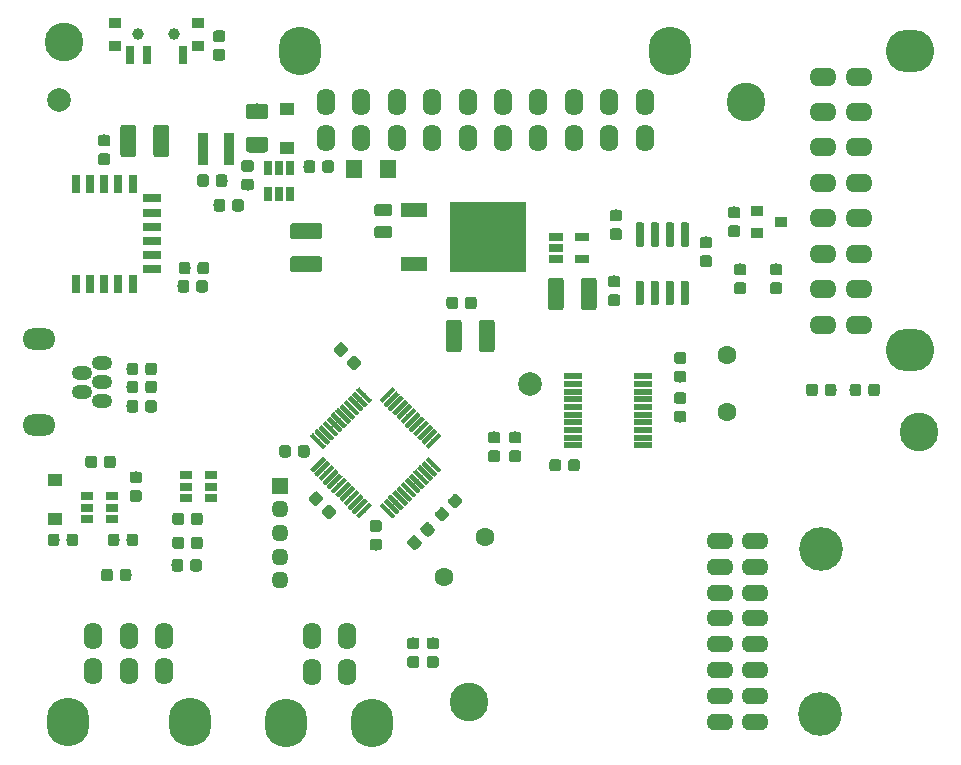
<source format=gbr>
G04 #@! TF.GenerationSoftware,KiCad,Pcbnew,(5.1.2)-2*
G04 #@! TF.CreationDate,2020-12-28T17:26:15-08:00*
G04 #@! TF.ProjectId,eZ_Navi-Delete,655a5f4e-6176-4692-9d44-656c6574652e,rev?*
G04 #@! TF.SameCoordinates,PX9347200PY548a170*
G04 #@! TF.FileFunction,Soldermask,Top*
G04 #@! TF.FilePolarity,Negative*
%FSLAX46Y46*%
G04 Gerber Fmt 4.6, Leading zero omitted, Abs format (unit mm)*
G04 Created by KiCad (PCBNEW (5.1.2)-2) date 2020-12-28 17:26:15*
%MOMM*%
%LPD*%
G04 APERTURE LIST*
%ADD10C,0.100000*%
%ADD11C,1.351600*%
%ADD12O,1.451600X1.451600*%
%ADD13R,1.451600X1.451600*%
%ADD14C,0.976600*%
%ADD15R,0.901600X2.801600*%
%ADD16R,1.301600X1.001600*%
%ADD17R,0.751600X1.161600*%
%ADD18R,6.501600X5.901601*%
%ADD19R,2.301600X1.301600*%
%ADD20C,1.076600*%
%ADD21R,1.101600X0.901600*%
%ADD22C,1.001600*%
%ADD23R,0.801600X1.601600*%
%ADD24O,1.601600X2.301600*%
%ADD25O,3.601600X4.101600*%
%ADD26O,2.301600X1.601600*%
%ADD27O,4.101600X3.601600*%
%ADD28O,1.751600X1.201600*%
%ADD29O,2.801600X1.801600*%
%ADD30R,1.401600X1.501600*%
%ADD31C,2.000000*%
%ADD32R,1.551600X0.551600*%
%ADD33C,1.601600*%
%ADD34C,0.701600*%
%ADD35R,1.001600X0.901600*%
%ADD36R,1.161600X0.751600*%
%ADD37C,0.401600*%
%ADD38O,2.301600X1.401600*%
%ADD39C,3.701600*%
%ADD40R,1.001600X0.701600*%
%ADD41R,1.601600X0.801600*%
%ADD42C,3.276600*%
G04 APERTURE END LIST*
D10*
G36*
X-22457424Y23729598D02*
G01*
X-22431183Y23725706D01*
X-22405450Y23719260D01*
X-22380473Y23710323D01*
X-22356492Y23698981D01*
X-22333738Y23685343D01*
X-22312431Y23669540D01*
X-22292775Y23651725D01*
X-22274960Y23632069D01*
X-22259157Y23610762D01*
X-22245519Y23588008D01*
X-22234177Y23564027D01*
X-22225240Y23539050D01*
X-22218794Y23513317D01*
X-22214902Y23487076D01*
X-22213600Y23460580D01*
X-22213600Y22649620D01*
X-22214902Y22623124D01*
X-22218794Y22596883D01*
X-22225240Y22571150D01*
X-22234177Y22546173D01*
X-22245519Y22522192D01*
X-22259157Y22499438D01*
X-22274960Y22478131D01*
X-22292775Y22458475D01*
X-22312431Y22440660D01*
X-22333738Y22424857D01*
X-22356492Y22411219D01*
X-22380473Y22399877D01*
X-22405450Y22390940D01*
X-22431183Y22384494D01*
X-22457424Y22380602D01*
X-22483920Y22379300D01*
X-23794880Y22379300D01*
X-23821376Y22380602D01*
X-23847617Y22384494D01*
X-23873350Y22390940D01*
X-23898327Y22399877D01*
X-23922308Y22411219D01*
X-23945062Y22424857D01*
X-23966369Y22440660D01*
X-23986025Y22458475D01*
X-24003840Y22478131D01*
X-24019643Y22499438D01*
X-24033281Y22522192D01*
X-24044623Y22546173D01*
X-24053560Y22571150D01*
X-24060006Y22596883D01*
X-24063898Y22623124D01*
X-24065200Y22649620D01*
X-24065200Y23460580D01*
X-24063898Y23487076D01*
X-24060006Y23513317D01*
X-24053560Y23539050D01*
X-24044623Y23564027D01*
X-24033281Y23588008D01*
X-24019643Y23610762D01*
X-24003840Y23632069D01*
X-23986025Y23651725D01*
X-23966369Y23669540D01*
X-23945062Y23685343D01*
X-23922308Y23698981D01*
X-23898327Y23710323D01*
X-23873350Y23719260D01*
X-23847617Y23725706D01*
X-23821376Y23729598D01*
X-23794880Y23730900D01*
X-22483920Y23730900D01*
X-22457424Y23729598D01*
X-22457424Y23729598D01*
G37*
D11*
X-23139400Y23055100D03*
D10*
G36*
X-22457424Y20929598D02*
G01*
X-22431183Y20925706D01*
X-22405450Y20919260D01*
X-22380473Y20910323D01*
X-22356492Y20898981D01*
X-22333738Y20885343D01*
X-22312431Y20869540D01*
X-22292775Y20851725D01*
X-22274960Y20832069D01*
X-22259157Y20810762D01*
X-22245519Y20788008D01*
X-22234177Y20764027D01*
X-22225240Y20739050D01*
X-22218794Y20713317D01*
X-22214902Y20687076D01*
X-22213600Y20660580D01*
X-22213600Y19849620D01*
X-22214902Y19823124D01*
X-22218794Y19796883D01*
X-22225240Y19771150D01*
X-22234177Y19746173D01*
X-22245519Y19722192D01*
X-22259157Y19699438D01*
X-22274960Y19678131D01*
X-22292775Y19658475D01*
X-22312431Y19640660D01*
X-22333738Y19624857D01*
X-22356492Y19611219D01*
X-22380473Y19599877D01*
X-22405450Y19590940D01*
X-22431183Y19584494D01*
X-22457424Y19580602D01*
X-22483920Y19579300D01*
X-23794880Y19579300D01*
X-23821376Y19580602D01*
X-23847617Y19584494D01*
X-23873350Y19590940D01*
X-23898327Y19599877D01*
X-23922308Y19611219D01*
X-23945062Y19624857D01*
X-23966369Y19640660D01*
X-23986025Y19658475D01*
X-24003840Y19678131D01*
X-24019643Y19699438D01*
X-24033281Y19722192D01*
X-24044623Y19746173D01*
X-24053560Y19771150D01*
X-24060006Y19796883D01*
X-24063898Y19823124D01*
X-24065200Y19849620D01*
X-24065200Y20660580D01*
X-24063898Y20687076D01*
X-24060006Y20713317D01*
X-24053560Y20739050D01*
X-24044623Y20764027D01*
X-24033281Y20788008D01*
X-24019643Y20810762D01*
X-24003840Y20832069D01*
X-23986025Y20851725D01*
X-23966369Y20869540D01*
X-23945062Y20885343D01*
X-23922308Y20898981D01*
X-23898327Y20910323D01*
X-23873350Y20919260D01*
X-23847617Y20925706D01*
X-23821376Y20929598D01*
X-23794880Y20930900D01*
X-22483920Y20930900D01*
X-22457424Y20929598D01*
X-22457424Y20929598D01*
G37*
D11*
X-23139400Y20255100D03*
D12*
X-21209000Y-16636000D03*
X-21209000Y-14636000D03*
X-21209000Y-12636000D03*
X-21209000Y-10636000D03*
D13*
X-21209000Y-8636000D03*
D10*
G36*
X-30807024Y21948498D02*
G01*
X-30780783Y21944606D01*
X-30755050Y21938160D01*
X-30730073Y21929223D01*
X-30706092Y21917881D01*
X-30683338Y21904243D01*
X-30662031Y21888440D01*
X-30642375Y21870625D01*
X-30624560Y21850969D01*
X-30608757Y21829662D01*
X-30595119Y21806908D01*
X-30583777Y21782927D01*
X-30574840Y21757950D01*
X-30568394Y21732217D01*
X-30564502Y21705976D01*
X-30563200Y21679480D01*
X-30563200Y19468520D01*
X-30564502Y19442024D01*
X-30568394Y19415783D01*
X-30574840Y19390050D01*
X-30583777Y19365073D01*
X-30595119Y19341092D01*
X-30608757Y19318338D01*
X-30624560Y19297031D01*
X-30642375Y19277375D01*
X-30662031Y19259560D01*
X-30683338Y19243757D01*
X-30706092Y19230119D01*
X-30730073Y19218777D01*
X-30755050Y19209840D01*
X-30780783Y19203394D01*
X-30807024Y19199502D01*
X-30833520Y19198200D01*
X-31644480Y19198200D01*
X-31670976Y19199502D01*
X-31697217Y19203394D01*
X-31722950Y19209840D01*
X-31747927Y19218777D01*
X-31771908Y19230119D01*
X-31794662Y19243757D01*
X-31815969Y19259560D01*
X-31835625Y19277375D01*
X-31853440Y19297031D01*
X-31869243Y19318338D01*
X-31882881Y19341092D01*
X-31894223Y19365073D01*
X-31903160Y19390050D01*
X-31909606Y19415783D01*
X-31913498Y19442024D01*
X-31914800Y19468520D01*
X-31914800Y21679480D01*
X-31913498Y21705976D01*
X-31909606Y21732217D01*
X-31903160Y21757950D01*
X-31894223Y21782927D01*
X-31882881Y21806908D01*
X-31869243Y21829662D01*
X-31853440Y21850969D01*
X-31835625Y21870625D01*
X-31815969Y21888440D01*
X-31794662Y21904243D01*
X-31771908Y21917881D01*
X-31747927Y21929223D01*
X-31722950Y21938160D01*
X-31697217Y21944606D01*
X-31670976Y21948498D01*
X-31644480Y21949800D01*
X-30833520Y21949800D01*
X-30807024Y21948498D01*
X-30807024Y21948498D01*
G37*
D11*
X-31239000Y20574000D03*
D10*
G36*
X-33607024Y21948498D02*
G01*
X-33580783Y21944606D01*
X-33555050Y21938160D01*
X-33530073Y21929223D01*
X-33506092Y21917881D01*
X-33483338Y21904243D01*
X-33462031Y21888440D01*
X-33442375Y21870625D01*
X-33424560Y21850969D01*
X-33408757Y21829662D01*
X-33395119Y21806908D01*
X-33383777Y21782927D01*
X-33374840Y21757950D01*
X-33368394Y21732217D01*
X-33364502Y21705976D01*
X-33363200Y21679480D01*
X-33363200Y19468520D01*
X-33364502Y19442024D01*
X-33368394Y19415783D01*
X-33374840Y19390050D01*
X-33383777Y19365073D01*
X-33395119Y19341092D01*
X-33408757Y19318338D01*
X-33424560Y19297031D01*
X-33442375Y19277375D01*
X-33462031Y19259560D01*
X-33483338Y19243757D01*
X-33506092Y19230119D01*
X-33530073Y19218777D01*
X-33555050Y19209840D01*
X-33580783Y19203394D01*
X-33607024Y19199502D01*
X-33633520Y19198200D01*
X-34444480Y19198200D01*
X-34470976Y19199502D01*
X-34497217Y19203394D01*
X-34522950Y19209840D01*
X-34547927Y19218777D01*
X-34571908Y19230119D01*
X-34594662Y19243757D01*
X-34615969Y19259560D01*
X-34635625Y19277375D01*
X-34653440Y19297031D01*
X-34669243Y19318338D01*
X-34682881Y19341092D01*
X-34694223Y19365073D01*
X-34703160Y19390050D01*
X-34709606Y19415783D01*
X-34713498Y19442024D01*
X-34714800Y19468520D01*
X-34714800Y21679480D01*
X-34713498Y21705976D01*
X-34709606Y21732217D01*
X-34703160Y21757950D01*
X-34694223Y21782927D01*
X-34682881Y21806908D01*
X-34669243Y21829662D01*
X-34653440Y21850969D01*
X-34635625Y21870625D01*
X-34615969Y21888440D01*
X-34594662Y21904243D01*
X-34571908Y21917881D01*
X-34547927Y21929223D01*
X-34522950Y21938160D01*
X-34497217Y21944606D01*
X-34470976Y21948498D01*
X-34444480Y21949800D01*
X-33633520Y21949800D01*
X-33607024Y21948498D01*
X-33607024Y21948498D01*
G37*
D11*
X-34039000Y20574000D03*
D10*
G36*
X-16851419Y18914224D02*
G01*
X-16827719Y18910709D01*
X-16804477Y18904887D01*
X-16781918Y18896815D01*
X-16760258Y18886571D01*
X-16739708Y18874253D01*
X-16720463Y18859981D01*
X-16702710Y18843890D01*
X-16686619Y18826137D01*
X-16672347Y18806892D01*
X-16660029Y18786342D01*
X-16649785Y18764682D01*
X-16641713Y18742123D01*
X-16635891Y18718881D01*
X-16632376Y18695181D01*
X-16631200Y18671250D01*
X-16631200Y18107950D01*
X-16632376Y18084019D01*
X-16635891Y18060319D01*
X-16641713Y18037077D01*
X-16649785Y18014518D01*
X-16660029Y17992858D01*
X-16672347Y17972308D01*
X-16686619Y17953063D01*
X-16702710Y17935310D01*
X-16720463Y17919219D01*
X-16739708Y17904947D01*
X-16760258Y17892629D01*
X-16781918Y17882385D01*
X-16804477Y17874313D01*
X-16827719Y17868491D01*
X-16851419Y17864976D01*
X-16875350Y17863800D01*
X-17363650Y17863800D01*
X-17387581Y17864976D01*
X-17411281Y17868491D01*
X-17434523Y17874313D01*
X-17457082Y17882385D01*
X-17478742Y17892629D01*
X-17499292Y17904947D01*
X-17518537Y17919219D01*
X-17536290Y17935310D01*
X-17552381Y17953063D01*
X-17566653Y17972308D01*
X-17578971Y17992858D01*
X-17589215Y18014518D01*
X-17597287Y18037077D01*
X-17603109Y18060319D01*
X-17606624Y18084019D01*
X-17607800Y18107950D01*
X-17607800Y18671250D01*
X-17606624Y18695181D01*
X-17603109Y18718881D01*
X-17597287Y18742123D01*
X-17589215Y18764682D01*
X-17578971Y18786342D01*
X-17566653Y18806892D01*
X-17552381Y18826137D01*
X-17536290Y18843890D01*
X-17518537Y18859981D01*
X-17499292Y18874253D01*
X-17478742Y18886571D01*
X-17457082Y18896815D01*
X-17434523Y18904887D01*
X-17411281Y18910709D01*
X-17387581Y18914224D01*
X-17363650Y18915400D01*
X-16875350Y18915400D01*
X-16851419Y18914224D01*
X-16851419Y18914224D01*
G37*
D14*
X-17119500Y18389600D03*
D10*
G36*
X-18426419Y18914224D02*
G01*
X-18402719Y18910709D01*
X-18379477Y18904887D01*
X-18356918Y18896815D01*
X-18335258Y18886571D01*
X-18314708Y18874253D01*
X-18295463Y18859981D01*
X-18277710Y18843890D01*
X-18261619Y18826137D01*
X-18247347Y18806892D01*
X-18235029Y18786342D01*
X-18224785Y18764682D01*
X-18216713Y18742123D01*
X-18210891Y18718881D01*
X-18207376Y18695181D01*
X-18206200Y18671250D01*
X-18206200Y18107950D01*
X-18207376Y18084019D01*
X-18210891Y18060319D01*
X-18216713Y18037077D01*
X-18224785Y18014518D01*
X-18235029Y17992858D01*
X-18247347Y17972308D01*
X-18261619Y17953063D01*
X-18277710Y17935310D01*
X-18295463Y17919219D01*
X-18314708Y17904947D01*
X-18335258Y17892629D01*
X-18356918Y17882385D01*
X-18379477Y17874313D01*
X-18402719Y17868491D01*
X-18426419Y17864976D01*
X-18450350Y17863800D01*
X-18938650Y17863800D01*
X-18962581Y17864976D01*
X-18986281Y17868491D01*
X-19009523Y17874313D01*
X-19032082Y17882385D01*
X-19053742Y17892629D01*
X-19074292Y17904947D01*
X-19093537Y17919219D01*
X-19111290Y17935310D01*
X-19127381Y17953063D01*
X-19141653Y17972308D01*
X-19153971Y17992858D01*
X-19164215Y18014518D01*
X-19172287Y18037077D01*
X-19178109Y18060319D01*
X-19181624Y18084019D01*
X-19182800Y18107950D01*
X-19182800Y18671250D01*
X-19181624Y18695181D01*
X-19178109Y18718881D01*
X-19172287Y18742123D01*
X-19164215Y18764682D01*
X-19153971Y18786342D01*
X-19141653Y18806892D01*
X-19127381Y18826137D01*
X-19111290Y18843890D01*
X-19093537Y18859981D01*
X-19074292Y18874253D01*
X-19053742Y18886571D01*
X-19032082Y18896815D01*
X-19009523Y18904887D01*
X-18986281Y18910709D01*
X-18962581Y18914224D01*
X-18938650Y18915400D01*
X-18450350Y18915400D01*
X-18426419Y18914224D01*
X-18426419Y18914224D01*
G37*
D14*
X-18694500Y18389600D03*
D15*
X-27693800Y19875500D03*
X-25493800Y19875500D03*
D16*
X-20574000Y23240000D03*
X-20574000Y19940000D03*
D10*
G36*
X-17841824Y10806098D02*
G01*
X-17815583Y10802206D01*
X-17789850Y10795760D01*
X-17764873Y10786823D01*
X-17740892Y10775481D01*
X-17718138Y10761843D01*
X-17696831Y10746040D01*
X-17677175Y10728225D01*
X-17659360Y10708569D01*
X-17643557Y10687262D01*
X-17629919Y10664508D01*
X-17618577Y10640527D01*
X-17609640Y10615550D01*
X-17603194Y10589817D01*
X-17599302Y10563576D01*
X-17598000Y10537080D01*
X-17598000Y9726120D01*
X-17599302Y9699624D01*
X-17603194Y9673383D01*
X-17609640Y9647650D01*
X-17618577Y9622673D01*
X-17629919Y9598692D01*
X-17643557Y9575938D01*
X-17659360Y9554631D01*
X-17677175Y9534975D01*
X-17696831Y9517160D01*
X-17718138Y9501357D01*
X-17740892Y9487719D01*
X-17764873Y9476377D01*
X-17789850Y9467440D01*
X-17815583Y9460994D01*
X-17841824Y9457102D01*
X-17868320Y9455800D01*
X-20079280Y9455800D01*
X-20105776Y9457102D01*
X-20132017Y9460994D01*
X-20157750Y9467440D01*
X-20182727Y9476377D01*
X-20206708Y9487719D01*
X-20229462Y9501357D01*
X-20250769Y9517160D01*
X-20270425Y9534975D01*
X-20288240Y9554631D01*
X-20304043Y9575938D01*
X-20317681Y9598692D01*
X-20329023Y9622673D01*
X-20337960Y9647650D01*
X-20344406Y9673383D01*
X-20348298Y9699624D01*
X-20349600Y9726120D01*
X-20349600Y10537080D01*
X-20348298Y10563576D01*
X-20344406Y10589817D01*
X-20337960Y10615550D01*
X-20329023Y10640527D01*
X-20317681Y10664508D01*
X-20304043Y10687262D01*
X-20288240Y10708569D01*
X-20270425Y10728225D01*
X-20250769Y10746040D01*
X-20229462Y10761843D01*
X-20206708Y10775481D01*
X-20182727Y10786823D01*
X-20157750Y10795760D01*
X-20132017Y10802206D01*
X-20105776Y10806098D01*
X-20079280Y10807400D01*
X-17868320Y10807400D01*
X-17841824Y10806098D01*
X-17841824Y10806098D01*
G37*
D11*
X-18973800Y10131600D03*
D10*
G36*
X-17841824Y13606098D02*
G01*
X-17815583Y13602206D01*
X-17789850Y13595760D01*
X-17764873Y13586823D01*
X-17740892Y13575481D01*
X-17718138Y13561843D01*
X-17696831Y13546040D01*
X-17677175Y13528225D01*
X-17659360Y13508569D01*
X-17643557Y13487262D01*
X-17629919Y13464508D01*
X-17618577Y13440527D01*
X-17609640Y13415550D01*
X-17603194Y13389817D01*
X-17599302Y13363576D01*
X-17598000Y13337080D01*
X-17598000Y12526120D01*
X-17599302Y12499624D01*
X-17603194Y12473383D01*
X-17609640Y12447650D01*
X-17618577Y12422673D01*
X-17629919Y12398692D01*
X-17643557Y12375938D01*
X-17659360Y12354631D01*
X-17677175Y12334975D01*
X-17696831Y12317160D01*
X-17718138Y12301357D01*
X-17740892Y12287719D01*
X-17764873Y12276377D01*
X-17789850Y12267440D01*
X-17815583Y12260994D01*
X-17841824Y12257102D01*
X-17868320Y12255800D01*
X-20079280Y12255800D01*
X-20105776Y12257102D01*
X-20132017Y12260994D01*
X-20157750Y12267440D01*
X-20182727Y12276377D01*
X-20206708Y12287719D01*
X-20229462Y12301357D01*
X-20250769Y12317160D01*
X-20270425Y12334975D01*
X-20288240Y12354631D01*
X-20304043Y12375938D01*
X-20317681Y12398692D01*
X-20329023Y12422673D01*
X-20337960Y12447650D01*
X-20344406Y12473383D01*
X-20348298Y12499624D01*
X-20349600Y12526120D01*
X-20349600Y13337080D01*
X-20348298Y13363576D01*
X-20344406Y13389817D01*
X-20337960Y13415550D01*
X-20329023Y13440527D01*
X-20317681Y13464508D01*
X-20304043Y13487262D01*
X-20288240Y13508569D01*
X-20270425Y13528225D01*
X-20250769Y13546040D01*
X-20229462Y13561843D01*
X-20206708Y13575481D01*
X-20182727Y13586823D01*
X-20157750Y13595760D01*
X-20132017Y13602206D01*
X-20105776Y13606098D01*
X-20079280Y13607400D01*
X-17868320Y13607400D01*
X-17841824Y13606098D01*
X-17841824Y13606098D01*
G37*
D11*
X-18973800Y12931600D03*
D17*
X-21272500Y18308500D03*
X-22222500Y18308500D03*
X-20322500Y18308500D03*
X-20322500Y16108500D03*
X-21272500Y16108500D03*
X-22222500Y16108500D03*
D10*
G36*
X-26046419Y15637624D02*
G01*
X-26022719Y15634109D01*
X-25999477Y15628287D01*
X-25976918Y15620215D01*
X-25955258Y15609971D01*
X-25934708Y15597653D01*
X-25915463Y15583381D01*
X-25897710Y15567290D01*
X-25881619Y15549537D01*
X-25867347Y15530292D01*
X-25855029Y15509742D01*
X-25844785Y15488082D01*
X-25836713Y15465523D01*
X-25830891Y15442281D01*
X-25827376Y15418581D01*
X-25826200Y15394650D01*
X-25826200Y14831350D01*
X-25827376Y14807419D01*
X-25830891Y14783719D01*
X-25836713Y14760477D01*
X-25844785Y14737918D01*
X-25855029Y14716258D01*
X-25867347Y14695708D01*
X-25881619Y14676463D01*
X-25897710Y14658710D01*
X-25915463Y14642619D01*
X-25934708Y14628347D01*
X-25955258Y14616029D01*
X-25976918Y14605785D01*
X-25999477Y14597713D01*
X-26022719Y14591891D01*
X-26046419Y14588376D01*
X-26070350Y14587200D01*
X-26558650Y14587200D01*
X-26582581Y14588376D01*
X-26606281Y14591891D01*
X-26629523Y14597713D01*
X-26652082Y14605785D01*
X-26673742Y14616029D01*
X-26694292Y14628347D01*
X-26713537Y14642619D01*
X-26731290Y14658710D01*
X-26747381Y14676463D01*
X-26761653Y14695708D01*
X-26773971Y14716258D01*
X-26784215Y14737918D01*
X-26792287Y14760477D01*
X-26798109Y14783719D01*
X-26801624Y14807419D01*
X-26802800Y14831350D01*
X-26802800Y15394650D01*
X-26801624Y15418581D01*
X-26798109Y15442281D01*
X-26792287Y15465523D01*
X-26784215Y15488082D01*
X-26773971Y15509742D01*
X-26761653Y15530292D01*
X-26747381Y15549537D01*
X-26731290Y15567290D01*
X-26713537Y15583381D01*
X-26694292Y15597653D01*
X-26673742Y15609971D01*
X-26652082Y15620215D01*
X-26629523Y15628287D01*
X-26606281Y15634109D01*
X-26582581Y15637624D01*
X-26558650Y15638800D01*
X-26070350Y15638800D01*
X-26046419Y15637624D01*
X-26046419Y15637624D01*
G37*
D14*
X-26314500Y15113000D03*
D10*
G36*
X-24471419Y15637624D02*
G01*
X-24447719Y15634109D01*
X-24424477Y15628287D01*
X-24401918Y15620215D01*
X-24380258Y15609971D01*
X-24359708Y15597653D01*
X-24340463Y15583381D01*
X-24322710Y15567290D01*
X-24306619Y15549537D01*
X-24292347Y15530292D01*
X-24280029Y15509742D01*
X-24269785Y15488082D01*
X-24261713Y15465523D01*
X-24255891Y15442281D01*
X-24252376Y15418581D01*
X-24251200Y15394650D01*
X-24251200Y14831350D01*
X-24252376Y14807419D01*
X-24255891Y14783719D01*
X-24261713Y14760477D01*
X-24269785Y14737918D01*
X-24280029Y14716258D01*
X-24292347Y14695708D01*
X-24306619Y14676463D01*
X-24322710Y14658710D01*
X-24340463Y14642619D01*
X-24359708Y14628347D01*
X-24380258Y14616029D01*
X-24401918Y14605785D01*
X-24424477Y14597713D01*
X-24447719Y14591891D01*
X-24471419Y14588376D01*
X-24495350Y14587200D01*
X-24983650Y14587200D01*
X-25007581Y14588376D01*
X-25031281Y14591891D01*
X-25054523Y14597713D01*
X-25077082Y14605785D01*
X-25098742Y14616029D01*
X-25119292Y14628347D01*
X-25138537Y14642619D01*
X-25156290Y14658710D01*
X-25172381Y14676463D01*
X-25186653Y14695708D01*
X-25198971Y14716258D01*
X-25209215Y14737918D01*
X-25217287Y14760477D01*
X-25223109Y14783719D01*
X-25226624Y14807419D01*
X-25227800Y14831350D01*
X-25227800Y15394650D01*
X-25226624Y15418581D01*
X-25223109Y15442281D01*
X-25217287Y15465523D01*
X-25209215Y15488082D01*
X-25198971Y15509742D01*
X-25186653Y15530292D01*
X-25172381Y15549537D01*
X-25156290Y15567290D01*
X-25138537Y15583381D01*
X-25119292Y15597653D01*
X-25098742Y15609971D01*
X-25077082Y15620215D01*
X-25054523Y15628287D01*
X-25031281Y15634109D01*
X-25007581Y15637624D01*
X-24983650Y15638800D01*
X-24495350Y15638800D01*
X-24471419Y15637624D01*
X-24471419Y15637624D01*
G37*
D14*
X-24739500Y15113000D03*
D10*
G36*
X-27443419Y17733124D02*
G01*
X-27419719Y17729609D01*
X-27396477Y17723787D01*
X-27373918Y17715715D01*
X-27352258Y17705471D01*
X-27331708Y17693153D01*
X-27312463Y17678881D01*
X-27294710Y17662790D01*
X-27278619Y17645037D01*
X-27264347Y17625792D01*
X-27252029Y17605242D01*
X-27241785Y17583582D01*
X-27233713Y17561023D01*
X-27227891Y17537781D01*
X-27224376Y17514081D01*
X-27223200Y17490150D01*
X-27223200Y16926850D01*
X-27224376Y16902919D01*
X-27227891Y16879219D01*
X-27233713Y16855977D01*
X-27241785Y16833418D01*
X-27252029Y16811758D01*
X-27264347Y16791208D01*
X-27278619Y16771963D01*
X-27294710Y16754210D01*
X-27312463Y16738119D01*
X-27331708Y16723847D01*
X-27352258Y16711529D01*
X-27373918Y16701285D01*
X-27396477Y16693213D01*
X-27419719Y16687391D01*
X-27443419Y16683876D01*
X-27467350Y16682700D01*
X-27955650Y16682700D01*
X-27979581Y16683876D01*
X-28003281Y16687391D01*
X-28026523Y16693213D01*
X-28049082Y16701285D01*
X-28070742Y16711529D01*
X-28091292Y16723847D01*
X-28110537Y16738119D01*
X-28128290Y16754210D01*
X-28144381Y16771963D01*
X-28158653Y16791208D01*
X-28170971Y16811758D01*
X-28181215Y16833418D01*
X-28189287Y16855977D01*
X-28195109Y16879219D01*
X-28198624Y16902919D01*
X-28199800Y16926850D01*
X-28199800Y17490150D01*
X-28198624Y17514081D01*
X-28195109Y17537781D01*
X-28189287Y17561023D01*
X-28181215Y17583582D01*
X-28170971Y17605242D01*
X-28158653Y17625792D01*
X-28144381Y17645037D01*
X-28128290Y17662790D01*
X-28110537Y17678881D01*
X-28091292Y17693153D01*
X-28070742Y17705471D01*
X-28049082Y17715715D01*
X-28026523Y17723787D01*
X-28003281Y17729609D01*
X-27979581Y17733124D01*
X-27955650Y17734300D01*
X-27467350Y17734300D01*
X-27443419Y17733124D01*
X-27443419Y17733124D01*
G37*
D14*
X-27711500Y17208500D03*
D10*
G36*
X-25868419Y17733124D02*
G01*
X-25844719Y17729609D01*
X-25821477Y17723787D01*
X-25798918Y17715715D01*
X-25777258Y17705471D01*
X-25756708Y17693153D01*
X-25737463Y17678881D01*
X-25719710Y17662790D01*
X-25703619Y17645037D01*
X-25689347Y17625792D01*
X-25677029Y17605242D01*
X-25666785Y17583582D01*
X-25658713Y17561023D01*
X-25652891Y17537781D01*
X-25649376Y17514081D01*
X-25648200Y17490150D01*
X-25648200Y16926850D01*
X-25649376Y16902919D01*
X-25652891Y16879219D01*
X-25658713Y16855977D01*
X-25666785Y16833418D01*
X-25677029Y16811758D01*
X-25689347Y16791208D01*
X-25703619Y16771963D01*
X-25719710Y16754210D01*
X-25737463Y16738119D01*
X-25756708Y16723847D01*
X-25777258Y16711529D01*
X-25798918Y16701285D01*
X-25821477Y16693213D01*
X-25844719Y16687391D01*
X-25868419Y16683876D01*
X-25892350Y16682700D01*
X-26380650Y16682700D01*
X-26404581Y16683876D01*
X-26428281Y16687391D01*
X-26451523Y16693213D01*
X-26474082Y16701285D01*
X-26495742Y16711529D01*
X-26516292Y16723847D01*
X-26535537Y16738119D01*
X-26553290Y16754210D01*
X-26569381Y16771963D01*
X-26583653Y16791208D01*
X-26595971Y16811758D01*
X-26606215Y16833418D01*
X-26614287Y16855977D01*
X-26620109Y16879219D01*
X-26623624Y16902919D01*
X-26624800Y16926850D01*
X-26624800Y17490150D01*
X-26623624Y17514081D01*
X-26620109Y17537781D01*
X-26614287Y17561023D01*
X-26606215Y17583582D01*
X-26595971Y17605242D01*
X-26583653Y17625792D01*
X-26569381Y17645037D01*
X-26553290Y17662790D01*
X-26535537Y17678881D01*
X-26516292Y17693153D01*
X-26495742Y17705471D01*
X-26474082Y17715715D01*
X-26451523Y17723787D01*
X-26428281Y17729609D01*
X-26404581Y17733124D01*
X-26380650Y17734300D01*
X-25892350Y17734300D01*
X-25868419Y17733124D01*
X-25868419Y17733124D01*
G37*
D14*
X-26136500Y17208500D03*
D10*
G36*
X-23633919Y18927624D02*
G01*
X-23610219Y18924109D01*
X-23586977Y18918287D01*
X-23564418Y18910215D01*
X-23542758Y18899971D01*
X-23522208Y18887653D01*
X-23502963Y18873381D01*
X-23485210Y18857290D01*
X-23469119Y18839537D01*
X-23454847Y18820292D01*
X-23442529Y18799742D01*
X-23432285Y18778082D01*
X-23424213Y18755523D01*
X-23418391Y18732281D01*
X-23414876Y18708581D01*
X-23413700Y18684650D01*
X-23413700Y18196350D01*
X-23414876Y18172419D01*
X-23418391Y18148719D01*
X-23424213Y18125477D01*
X-23432285Y18102918D01*
X-23442529Y18081258D01*
X-23454847Y18060708D01*
X-23469119Y18041463D01*
X-23485210Y18023710D01*
X-23502963Y18007619D01*
X-23522208Y17993347D01*
X-23542758Y17981029D01*
X-23564418Y17970785D01*
X-23586977Y17962713D01*
X-23610219Y17956891D01*
X-23633919Y17953376D01*
X-23657850Y17952200D01*
X-24221150Y17952200D01*
X-24245081Y17953376D01*
X-24268781Y17956891D01*
X-24292023Y17962713D01*
X-24314582Y17970785D01*
X-24336242Y17981029D01*
X-24356792Y17993347D01*
X-24376037Y18007619D01*
X-24393790Y18023710D01*
X-24409881Y18041463D01*
X-24424153Y18060708D01*
X-24436471Y18081258D01*
X-24446715Y18102918D01*
X-24454787Y18125477D01*
X-24460609Y18148719D01*
X-24464124Y18172419D01*
X-24465300Y18196350D01*
X-24465300Y18684650D01*
X-24464124Y18708581D01*
X-24460609Y18732281D01*
X-24454787Y18755523D01*
X-24446715Y18778082D01*
X-24436471Y18799742D01*
X-24424153Y18820292D01*
X-24409881Y18839537D01*
X-24393790Y18857290D01*
X-24376037Y18873381D01*
X-24356792Y18887653D01*
X-24336242Y18899971D01*
X-24314582Y18910215D01*
X-24292023Y18918287D01*
X-24268781Y18924109D01*
X-24245081Y18927624D01*
X-24221150Y18928800D01*
X-23657850Y18928800D01*
X-23633919Y18927624D01*
X-23633919Y18927624D01*
G37*
D14*
X-23939500Y18440500D03*
D10*
G36*
X-23633919Y17352624D02*
G01*
X-23610219Y17349109D01*
X-23586977Y17343287D01*
X-23564418Y17335215D01*
X-23542758Y17324971D01*
X-23522208Y17312653D01*
X-23502963Y17298381D01*
X-23485210Y17282290D01*
X-23469119Y17264537D01*
X-23454847Y17245292D01*
X-23442529Y17224742D01*
X-23432285Y17203082D01*
X-23424213Y17180523D01*
X-23418391Y17157281D01*
X-23414876Y17133581D01*
X-23413700Y17109650D01*
X-23413700Y16621350D01*
X-23414876Y16597419D01*
X-23418391Y16573719D01*
X-23424213Y16550477D01*
X-23432285Y16527918D01*
X-23442529Y16506258D01*
X-23454847Y16485708D01*
X-23469119Y16466463D01*
X-23485210Y16448710D01*
X-23502963Y16432619D01*
X-23522208Y16418347D01*
X-23542758Y16406029D01*
X-23564418Y16395785D01*
X-23586977Y16387713D01*
X-23610219Y16381891D01*
X-23633919Y16378376D01*
X-23657850Y16377200D01*
X-24221150Y16377200D01*
X-24245081Y16378376D01*
X-24268781Y16381891D01*
X-24292023Y16387713D01*
X-24314582Y16395785D01*
X-24336242Y16406029D01*
X-24356792Y16418347D01*
X-24376037Y16432619D01*
X-24393790Y16448710D01*
X-24409881Y16466463D01*
X-24424153Y16485708D01*
X-24436471Y16506258D01*
X-24446715Y16527918D01*
X-24454787Y16550477D01*
X-24460609Y16573719D01*
X-24464124Y16597419D01*
X-24465300Y16621350D01*
X-24465300Y17109650D01*
X-24464124Y17133581D01*
X-24460609Y17157281D01*
X-24454787Y17180523D01*
X-24446715Y17203082D01*
X-24436471Y17224742D01*
X-24424153Y17245292D01*
X-24409881Y17264537D01*
X-24393790Y17282290D01*
X-24376037Y17298381D01*
X-24356792Y17312653D01*
X-24336242Y17324971D01*
X-24314582Y17335215D01*
X-24292023Y17343287D01*
X-24268781Y17349109D01*
X-24245081Y17352624D01*
X-24221150Y17353800D01*
X-23657850Y17353800D01*
X-23633919Y17352624D01*
X-23633919Y17352624D01*
G37*
D14*
X-23939500Y16865500D03*
D18*
X-3580000Y12447000D03*
D19*
X-9880000Y10167000D03*
X-9880000Y14727000D03*
D10*
G36*
X-11937969Y13379004D02*
G01*
X-11911841Y13375128D01*
X-11886220Y13368710D01*
X-11861351Y13359812D01*
X-11837474Y13348519D01*
X-11814818Y13334940D01*
X-11793603Y13319206D01*
X-11774032Y13301468D01*
X-11756294Y13281897D01*
X-11740560Y13260682D01*
X-11726981Y13238026D01*
X-11715688Y13214149D01*
X-11706790Y13189280D01*
X-11700372Y13163659D01*
X-11696496Y13137531D01*
X-11695200Y13111150D01*
X-11695200Y12572850D01*
X-11696496Y12546469D01*
X-11700372Y12520341D01*
X-11706790Y12494720D01*
X-11715688Y12469851D01*
X-11726981Y12445974D01*
X-11740560Y12423318D01*
X-11756294Y12402103D01*
X-11774032Y12382532D01*
X-11793603Y12364794D01*
X-11814818Y12349060D01*
X-11837474Y12335481D01*
X-11861351Y12324188D01*
X-11886220Y12315290D01*
X-11911841Y12308872D01*
X-11937969Y12304996D01*
X-11964350Y12303700D01*
X-12927650Y12303700D01*
X-12954031Y12304996D01*
X-12980159Y12308872D01*
X-13005780Y12315290D01*
X-13030649Y12324188D01*
X-13054526Y12335481D01*
X-13077182Y12349060D01*
X-13098397Y12364794D01*
X-13117968Y12382532D01*
X-13135706Y12402103D01*
X-13151440Y12423318D01*
X-13165019Y12445974D01*
X-13176312Y12469851D01*
X-13185210Y12494720D01*
X-13191628Y12520341D01*
X-13195504Y12546469D01*
X-13196800Y12572850D01*
X-13196800Y13111150D01*
X-13195504Y13137531D01*
X-13191628Y13163659D01*
X-13185210Y13189280D01*
X-13176312Y13214149D01*
X-13165019Y13238026D01*
X-13151440Y13260682D01*
X-13135706Y13281897D01*
X-13117968Y13301468D01*
X-13098397Y13319206D01*
X-13077182Y13334940D01*
X-13054526Y13348519D01*
X-13030649Y13359812D01*
X-13005780Y13368710D01*
X-12980159Y13375128D01*
X-12954031Y13379004D01*
X-12927650Y13380300D01*
X-11964350Y13380300D01*
X-11937969Y13379004D01*
X-11937969Y13379004D01*
G37*
D20*
X-12446000Y12842000D03*
D10*
G36*
X-11937969Y15254004D02*
G01*
X-11911841Y15250128D01*
X-11886220Y15243710D01*
X-11861351Y15234812D01*
X-11837474Y15223519D01*
X-11814818Y15209940D01*
X-11793603Y15194206D01*
X-11774032Y15176468D01*
X-11756294Y15156897D01*
X-11740560Y15135682D01*
X-11726981Y15113026D01*
X-11715688Y15089149D01*
X-11706790Y15064280D01*
X-11700372Y15038659D01*
X-11696496Y15012531D01*
X-11695200Y14986150D01*
X-11695200Y14447850D01*
X-11696496Y14421469D01*
X-11700372Y14395341D01*
X-11706790Y14369720D01*
X-11715688Y14344851D01*
X-11726981Y14320974D01*
X-11740560Y14298318D01*
X-11756294Y14277103D01*
X-11774032Y14257532D01*
X-11793603Y14239794D01*
X-11814818Y14224060D01*
X-11837474Y14210481D01*
X-11861351Y14199188D01*
X-11886220Y14190290D01*
X-11911841Y14183872D01*
X-11937969Y14179996D01*
X-11964350Y14178700D01*
X-12927650Y14178700D01*
X-12954031Y14179996D01*
X-12980159Y14183872D01*
X-13005780Y14190290D01*
X-13030649Y14199188D01*
X-13054526Y14210481D01*
X-13077182Y14224060D01*
X-13098397Y14239794D01*
X-13117968Y14257532D01*
X-13135706Y14277103D01*
X-13151440Y14298318D01*
X-13165019Y14320974D01*
X-13176312Y14344851D01*
X-13185210Y14369720D01*
X-13191628Y14395341D01*
X-13195504Y14421469D01*
X-13196800Y14447850D01*
X-13196800Y14986150D01*
X-13195504Y15012531D01*
X-13191628Y15038659D01*
X-13185210Y15064280D01*
X-13176312Y15089149D01*
X-13165019Y15113026D01*
X-13151440Y15135682D01*
X-13135706Y15156897D01*
X-13117968Y15176468D01*
X-13098397Y15194206D01*
X-13077182Y15209940D01*
X-13054526Y15223519D01*
X-13030649Y15234812D01*
X-13005780Y15243710D01*
X-12980159Y15250128D01*
X-12954031Y15254004D01*
X-12927650Y15255300D01*
X-11964350Y15255300D01*
X-11937969Y15254004D01*
X-11937969Y15254004D01*
G37*
D20*
X-12446000Y14717000D03*
D21*
X-35173800Y28626000D03*
X-35173800Y30556000D03*
X-28173800Y28626000D03*
X-28173800Y30556000D03*
D22*
X-33173800Y29591000D03*
X-30173800Y29591000D03*
D23*
X-29423800Y27841000D03*
X-32423800Y27841000D03*
X-33923800Y27841000D03*
D10*
G36*
X-26034219Y29913124D02*
G01*
X-26010519Y29909609D01*
X-25987277Y29903787D01*
X-25964718Y29895715D01*
X-25943058Y29885471D01*
X-25922508Y29873153D01*
X-25903263Y29858881D01*
X-25885510Y29842790D01*
X-25869419Y29825037D01*
X-25855147Y29805792D01*
X-25842829Y29785242D01*
X-25832585Y29763582D01*
X-25824513Y29741023D01*
X-25818691Y29717781D01*
X-25815176Y29694081D01*
X-25814000Y29670150D01*
X-25814000Y29181850D01*
X-25815176Y29157919D01*
X-25818691Y29134219D01*
X-25824513Y29110977D01*
X-25832585Y29088418D01*
X-25842829Y29066758D01*
X-25855147Y29046208D01*
X-25869419Y29026963D01*
X-25885510Y29009210D01*
X-25903263Y28993119D01*
X-25922508Y28978847D01*
X-25943058Y28966529D01*
X-25964718Y28956285D01*
X-25987277Y28948213D01*
X-26010519Y28942391D01*
X-26034219Y28938876D01*
X-26058150Y28937700D01*
X-26621450Y28937700D01*
X-26645381Y28938876D01*
X-26669081Y28942391D01*
X-26692323Y28948213D01*
X-26714882Y28956285D01*
X-26736542Y28966529D01*
X-26757092Y28978847D01*
X-26776337Y28993119D01*
X-26794090Y29009210D01*
X-26810181Y29026963D01*
X-26824453Y29046208D01*
X-26836771Y29066758D01*
X-26847015Y29088418D01*
X-26855087Y29110977D01*
X-26860909Y29134219D01*
X-26864424Y29157919D01*
X-26865600Y29181850D01*
X-26865600Y29670150D01*
X-26864424Y29694081D01*
X-26860909Y29717781D01*
X-26855087Y29741023D01*
X-26847015Y29763582D01*
X-26836771Y29785242D01*
X-26824453Y29805792D01*
X-26810181Y29825037D01*
X-26794090Y29842790D01*
X-26776337Y29858881D01*
X-26757092Y29873153D01*
X-26736542Y29885471D01*
X-26714882Y29895715D01*
X-26692323Y29903787D01*
X-26669081Y29909609D01*
X-26645381Y29913124D01*
X-26621450Y29914300D01*
X-26058150Y29914300D01*
X-26034219Y29913124D01*
X-26034219Y29913124D01*
G37*
D14*
X-26339800Y29426000D03*
D10*
G36*
X-26034219Y28338124D02*
G01*
X-26010519Y28334609D01*
X-25987277Y28328787D01*
X-25964718Y28320715D01*
X-25943058Y28310471D01*
X-25922508Y28298153D01*
X-25903263Y28283881D01*
X-25885510Y28267790D01*
X-25869419Y28250037D01*
X-25855147Y28230792D01*
X-25842829Y28210242D01*
X-25832585Y28188582D01*
X-25824513Y28166023D01*
X-25818691Y28142781D01*
X-25815176Y28119081D01*
X-25814000Y28095150D01*
X-25814000Y27606850D01*
X-25815176Y27582919D01*
X-25818691Y27559219D01*
X-25824513Y27535977D01*
X-25832585Y27513418D01*
X-25842829Y27491758D01*
X-25855147Y27471208D01*
X-25869419Y27451963D01*
X-25885510Y27434210D01*
X-25903263Y27418119D01*
X-25922508Y27403847D01*
X-25943058Y27391529D01*
X-25964718Y27381285D01*
X-25987277Y27373213D01*
X-26010519Y27367391D01*
X-26034219Y27363876D01*
X-26058150Y27362700D01*
X-26621450Y27362700D01*
X-26645381Y27363876D01*
X-26669081Y27367391D01*
X-26692323Y27373213D01*
X-26714882Y27381285D01*
X-26736542Y27391529D01*
X-26757092Y27403847D01*
X-26776337Y27418119D01*
X-26794090Y27434210D01*
X-26810181Y27451963D01*
X-26824453Y27471208D01*
X-26836771Y27491758D01*
X-26847015Y27513418D01*
X-26855087Y27535977D01*
X-26860909Y27559219D01*
X-26864424Y27582919D01*
X-26865600Y27606850D01*
X-26865600Y28095150D01*
X-26864424Y28119081D01*
X-26860909Y28142781D01*
X-26855087Y28166023D01*
X-26847015Y28188582D01*
X-26836771Y28210242D01*
X-26824453Y28230792D01*
X-26810181Y28250037D01*
X-26794090Y28267790D01*
X-26776337Y28283881D01*
X-26757092Y28298153D01*
X-26736542Y28310471D01*
X-26714882Y28320715D01*
X-26692323Y28328787D01*
X-26669081Y28334609D01*
X-26645381Y28338124D01*
X-26621450Y28339300D01*
X-26058150Y28339300D01*
X-26034219Y28338124D01*
X-26034219Y28338124D01*
G37*
D14*
X-26339800Y27851000D03*
D24*
X-2310000Y23852000D03*
X-2310000Y20852000D03*
X-5310000Y23852000D03*
X-5310000Y20852000D03*
X6690000Y23852000D03*
X6690000Y20852000D03*
X3690000Y23852000D03*
X3690000Y20852000D03*
X690000Y23852000D03*
X690000Y20852000D03*
X-8310000Y23852000D03*
X-8310000Y20852000D03*
X-14310000Y23852000D03*
X-14310000Y20852000D03*
D25*
X-19460000Y28172000D03*
X11840000Y28172000D03*
D24*
X-17310000Y23852000D03*
X-11310000Y23852000D03*
X9690000Y23852000D03*
X9690000Y20852000D03*
X-11310000Y20852000D03*
X-17310000Y20852000D03*
D26*
X27813000Y8018000D03*
X24813000Y8018000D03*
X27813000Y11018000D03*
X24813000Y11018000D03*
X27813000Y14018000D03*
X24813000Y14018000D03*
X27813000Y17018000D03*
X24813000Y17018000D03*
X27813000Y23018000D03*
X24813000Y23018000D03*
D27*
X32133000Y28178000D03*
X32133000Y2858000D03*
D26*
X27813000Y26018000D03*
X27813000Y20018000D03*
X27813000Y5018000D03*
X24813000Y5018000D03*
X24813000Y20018000D03*
X24813000Y26018000D03*
D25*
X-28828000Y-28656000D03*
X-39148000Y-28656000D03*
D24*
X-30988000Y-24336000D03*
X-33988000Y-24336000D03*
X-36988000Y-24336000D03*
X-36988000Y-21336000D03*
X-30988000Y-21336000D03*
X-33988000Y-21336000D03*
D25*
X-13358000Y-28680000D03*
X-20678000Y-28680000D03*
D24*
X-15518000Y-24360000D03*
X-18518000Y-24360000D03*
X-18518000Y-21360000D03*
X-15518000Y-21360000D03*
D28*
X-36232000Y1727000D03*
X-36232000Y-1473000D03*
X-36232000Y127000D03*
X-37982000Y927000D03*
X-37982000Y-673000D03*
D29*
X-41557000Y3777000D03*
X-41557000Y-3523000D03*
D30*
X-14912000Y18161000D03*
X-12012000Y18161000D03*
D31*
X-39878000Y24003000D03*
X0Y0D03*
D10*
G36*
X-9600419Y-21483876D02*
G01*
X-9576719Y-21487391D01*
X-9553477Y-21493213D01*
X-9530918Y-21501285D01*
X-9509258Y-21511529D01*
X-9488708Y-21523847D01*
X-9469463Y-21538119D01*
X-9451710Y-21554210D01*
X-9435619Y-21571963D01*
X-9421347Y-21591208D01*
X-9409029Y-21611758D01*
X-9398785Y-21633418D01*
X-9390713Y-21655977D01*
X-9384891Y-21679219D01*
X-9381376Y-21702919D01*
X-9380200Y-21726850D01*
X-9380200Y-22215150D01*
X-9381376Y-22239081D01*
X-9384891Y-22262781D01*
X-9390713Y-22286023D01*
X-9398785Y-22308582D01*
X-9409029Y-22330242D01*
X-9421347Y-22350792D01*
X-9435619Y-22370037D01*
X-9451710Y-22387790D01*
X-9469463Y-22403881D01*
X-9488708Y-22418153D01*
X-9509258Y-22430471D01*
X-9530918Y-22440715D01*
X-9553477Y-22448787D01*
X-9576719Y-22454609D01*
X-9600419Y-22458124D01*
X-9624350Y-22459300D01*
X-10187650Y-22459300D01*
X-10211581Y-22458124D01*
X-10235281Y-22454609D01*
X-10258523Y-22448787D01*
X-10281082Y-22440715D01*
X-10302742Y-22430471D01*
X-10323292Y-22418153D01*
X-10342537Y-22403881D01*
X-10360290Y-22387790D01*
X-10376381Y-22370037D01*
X-10390653Y-22350792D01*
X-10402971Y-22330242D01*
X-10413215Y-22308582D01*
X-10421287Y-22286023D01*
X-10427109Y-22262781D01*
X-10430624Y-22239081D01*
X-10431800Y-22215150D01*
X-10431800Y-21726850D01*
X-10430624Y-21702919D01*
X-10427109Y-21679219D01*
X-10421287Y-21655977D01*
X-10413215Y-21633418D01*
X-10402971Y-21611758D01*
X-10390653Y-21591208D01*
X-10376381Y-21571963D01*
X-10360290Y-21554210D01*
X-10342537Y-21538119D01*
X-10323292Y-21523847D01*
X-10302742Y-21511529D01*
X-10281082Y-21501285D01*
X-10258523Y-21493213D01*
X-10235281Y-21487391D01*
X-10211581Y-21483876D01*
X-10187650Y-21482700D01*
X-9624350Y-21482700D01*
X-9600419Y-21483876D01*
X-9600419Y-21483876D01*
G37*
D14*
X-9906000Y-21971000D03*
D10*
G36*
X-9600419Y-23058876D02*
G01*
X-9576719Y-23062391D01*
X-9553477Y-23068213D01*
X-9530918Y-23076285D01*
X-9509258Y-23086529D01*
X-9488708Y-23098847D01*
X-9469463Y-23113119D01*
X-9451710Y-23129210D01*
X-9435619Y-23146963D01*
X-9421347Y-23166208D01*
X-9409029Y-23186758D01*
X-9398785Y-23208418D01*
X-9390713Y-23230977D01*
X-9384891Y-23254219D01*
X-9381376Y-23277919D01*
X-9380200Y-23301850D01*
X-9380200Y-23790150D01*
X-9381376Y-23814081D01*
X-9384891Y-23837781D01*
X-9390713Y-23861023D01*
X-9398785Y-23883582D01*
X-9409029Y-23905242D01*
X-9421347Y-23925792D01*
X-9435619Y-23945037D01*
X-9451710Y-23962790D01*
X-9469463Y-23978881D01*
X-9488708Y-23993153D01*
X-9509258Y-24005471D01*
X-9530918Y-24015715D01*
X-9553477Y-24023787D01*
X-9576719Y-24029609D01*
X-9600419Y-24033124D01*
X-9624350Y-24034300D01*
X-10187650Y-24034300D01*
X-10211581Y-24033124D01*
X-10235281Y-24029609D01*
X-10258523Y-24023787D01*
X-10281082Y-24015715D01*
X-10302742Y-24005471D01*
X-10323292Y-23993153D01*
X-10342537Y-23978881D01*
X-10360290Y-23962790D01*
X-10376381Y-23945037D01*
X-10390653Y-23925792D01*
X-10402971Y-23905242D01*
X-10413215Y-23883582D01*
X-10421287Y-23861023D01*
X-10427109Y-23837781D01*
X-10430624Y-23814081D01*
X-10431800Y-23790150D01*
X-10431800Y-23301850D01*
X-10430624Y-23277919D01*
X-10427109Y-23254219D01*
X-10421287Y-23230977D01*
X-10413215Y-23208418D01*
X-10402971Y-23186758D01*
X-10390653Y-23166208D01*
X-10376381Y-23146963D01*
X-10360290Y-23129210D01*
X-10342537Y-23113119D01*
X-10323292Y-23098847D01*
X-10302742Y-23086529D01*
X-10281082Y-23076285D01*
X-10258523Y-23068213D01*
X-10235281Y-23062391D01*
X-10211581Y-23058876D01*
X-10187650Y-23057700D01*
X-9624350Y-23057700D01*
X-9600419Y-23058876D01*
X-9600419Y-23058876D01*
G37*
D14*
X-9906000Y-23546000D03*
D10*
G36*
X-7949419Y-21483876D02*
G01*
X-7925719Y-21487391D01*
X-7902477Y-21493213D01*
X-7879918Y-21501285D01*
X-7858258Y-21511529D01*
X-7837708Y-21523847D01*
X-7818463Y-21538119D01*
X-7800710Y-21554210D01*
X-7784619Y-21571963D01*
X-7770347Y-21591208D01*
X-7758029Y-21611758D01*
X-7747785Y-21633418D01*
X-7739713Y-21655977D01*
X-7733891Y-21679219D01*
X-7730376Y-21702919D01*
X-7729200Y-21726850D01*
X-7729200Y-22215150D01*
X-7730376Y-22239081D01*
X-7733891Y-22262781D01*
X-7739713Y-22286023D01*
X-7747785Y-22308582D01*
X-7758029Y-22330242D01*
X-7770347Y-22350792D01*
X-7784619Y-22370037D01*
X-7800710Y-22387790D01*
X-7818463Y-22403881D01*
X-7837708Y-22418153D01*
X-7858258Y-22430471D01*
X-7879918Y-22440715D01*
X-7902477Y-22448787D01*
X-7925719Y-22454609D01*
X-7949419Y-22458124D01*
X-7973350Y-22459300D01*
X-8536650Y-22459300D01*
X-8560581Y-22458124D01*
X-8584281Y-22454609D01*
X-8607523Y-22448787D01*
X-8630082Y-22440715D01*
X-8651742Y-22430471D01*
X-8672292Y-22418153D01*
X-8691537Y-22403881D01*
X-8709290Y-22387790D01*
X-8725381Y-22370037D01*
X-8739653Y-22350792D01*
X-8751971Y-22330242D01*
X-8762215Y-22308582D01*
X-8770287Y-22286023D01*
X-8776109Y-22262781D01*
X-8779624Y-22239081D01*
X-8780800Y-22215150D01*
X-8780800Y-21726850D01*
X-8779624Y-21702919D01*
X-8776109Y-21679219D01*
X-8770287Y-21655977D01*
X-8762215Y-21633418D01*
X-8751971Y-21611758D01*
X-8739653Y-21591208D01*
X-8725381Y-21571963D01*
X-8709290Y-21554210D01*
X-8691537Y-21538119D01*
X-8672292Y-21523847D01*
X-8651742Y-21511529D01*
X-8630082Y-21501285D01*
X-8607523Y-21493213D01*
X-8584281Y-21487391D01*
X-8560581Y-21483876D01*
X-8536650Y-21482700D01*
X-7973350Y-21482700D01*
X-7949419Y-21483876D01*
X-7949419Y-21483876D01*
G37*
D14*
X-8255000Y-21971000D03*
D10*
G36*
X-7949419Y-23058876D02*
G01*
X-7925719Y-23062391D01*
X-7902477Y-23068213D01*
X-7879918Y-23076285D01*
X-7858258Y-23086529D01*
X-7837708Y-23098847D01*
X-7818463Y-23113119D01*
X-7800710Y-23129210D01*
X-7784619Y-23146963D01*
X-7770347Y-23166208D01*
X-7758029Y-23186758D01*
X-7747785Y-23208418D01*
X-7739713Y-23230977D01*
X-7733891Y-23254219D01*
X-7730376Y-23277919D01*
X-7729200Y-23301850D01*
X-7729200Y-23790150D01*
X-7730376Y-23814081D01*
X-7733891Y-23837781D01*
X-7739713Y-23861023D01*
X-7747785Y-23883582D01*
X-7758029Y-23905242D01*
X-7770347Y-23925792D01*
X-7784619Y-23945037D01*
X-7800710Y-23962790D01*
X-7818463Y-23978881D01*
X-7837708Y-23993153D01*
X-7858258Y-24005471D01*
X-7879918Y-24015715D01*
X-7902477Y-24023787D01*
X-7925719Y-24029609D01*
X-7949419Y-24033124D01*
X-7973350Y-24034300D01*
X-8536650Y-24034300D01*
X-8560581Y-24033124D01*
X-8584281Y-24029609D01*
X-8607523Y-24023787D01*
X-8630082Y-24015715D01*
X-8651742Y-24005471D01*
X-8672292Y-23993153D01*
X-8691537Y-23978881D01*
X-8709290Y-23962790D01*
X-8725381Y-23945037D01*
X-8739653Y-23925792D01*
X-8751971Y-23905242D01*
X-8762215Y-23883582D01*
X-8770287Y-23861023D01*
X-8776109Y-23837781D01*
X-8779624Y-23814081D01*
X-8780800Y-23790150D01*
X-8780800Y-23301850D01*
X-8779624Y-23277919D01*
X-8776109Y-23254219D01*
X-8770287Y-23230977D01*
X-8762215Y-23208418D01*
X-8751971Y-23186758D01*
X-8739653Y-23166208D01*
X-8725381Y-23146963D01*
X-8709290Y-23129210D01*
X-8691537Y-23113119D01*
X-8672292Y-23098847D01*
X-8651742Y-23086529D01*
X-8630082Y-23076285D01*
X-8607523Y-23068213D01*
X-8584281Y-23062391D01*
X-8560581Y-23058876D01*
X-8536650Y-23057700D01*
X-7973350Y-23057700D01*
X-7949419Y-23058876D01*
X-7949419Y-23058876D01*
G37*
D14*
X-8255000Y-23546000D03*
D10*
G36*
X24118581Y16624D02*
G01*
X24142281Y13109D01*
X24165523Y7287D01*
X24188082Y-785D01*
X24209742Y-11029D01*
X24230292Y-23347D01*
X24249537Y-37619D01*
X24267290Y-53710D01*
X24283381Y-71463D01*
X24297653Y-90708D01*
X24309971Y-111258D01*
X24320215Y-132918D01*
X24328287Y-155477D01*
X24334109Y-178719D01*
X24337624Y-202419D01*
X24338800Y-226350D01*
X24338800Y-789650D01*
X24337624Y-813581D01*
X24334109Y-837281D01*
X24328287Y-860523D01*
X24320215Y-883082D01*
X24309971Y-904742D01*
X24297653Y-925292D01*
X24283381Y-944537D01*
X24267290Y-962290D01*
X24249537Y-978381D01*
X24230292Y-992653D01*
X24209742Y-1004971D01*
X24188082Y-1015215D01*
X24165523Y-1023287D01*
X24142281Y-1029109D01*
X24118581Y-1032624D01*
X24094650Y-1033800D01*
X23606350Y-1033800D01*
X23582419Y-1032624D01*
X23558719Y-1029109D01*
X23535477Y-1023287D01*
X23512918Y-1015215D01*
X23491258Y-1004971D01*
X23470708Y-992653D01*
X23451463Y-978381D01*
X23433710Y-962290D01*
X23417619Y-944537D01*
X23403347Y-925292D01*
X23391029Y-904742D01*
X23380785Y-883082D01*
X23372713Y-860523D01*
X23366891Y-837281D01*
X23363376Y-813581D01*
X23362200Y-789650D01*
X23362200Y-226350D01*
X23363376Y-202419D01*
X23366891Y-178719D01*
X23372713Y-155477D01*
X23380785Y-132918D01*
X23391029Y-111258D01*
X23403347Y-90708D01*
X23417619Y-71463D01*
X23433710Y-53710D01*
X23451463Y-37619D01*
X23470708Y-23347D01*
X23491258Y-11029D01*
X23512918Y-785D01*
X23535477Y7287D01*
X23558719Y13109D01*
X23582419Y16624D01*
X23606350Y17800D01*
X24094650Y17800D01*
X24118581Y16624D01*
X24118581Y16624D01*
G37*
D14*
X23850500Y-508000D03*
D10*
G36*
X25693581Y16624D02*
G01*
X25717281Y13109D01*
X25740523Y7287D01*
X25763082Y-785D01*
X25784742Y-11029D01*
X25805292Y-23347D01*
X25824537Y-37619D01*
X25842290Y-53710D01*
X25858381Y-71463D01*
X25872653Y-90708D01*
X25884971Y-111258D01*
X25895215Y-132918D01*
X25903287Y-155477D01*
X25909109Y-178719D01*
X25912624Y-202419D01*
X25913800Y-226350D01*
X25913800Y-789650D01*
X25912624Y-813581D01*
X25909109Y-837281D01*
X25903287Y-860523D01*
X25895215Y-883082D01*
X25884971Y-904742D01*
X25872653Y-925292D01*
X25858381Y-944537D01*
X25842290Y-962290D01*
X25824537Y-978381D01*
X25805292Y-992653D01*
X25784742Y-1004971D01*
X25763082Y-1015215D01*
X25740523Y-1023287D01*
X25717281Y-1029109D01*
X25693581Y-1032624D01*
X25669650Y-1033800D01*
X25181350Y-1033800D01*
X25157419Y-1032624D01*
X25133719Y-1029109D01*
X25110477Y-1023287D01*
X25087918Y-1015215D01*
X25066258Y-1004971D01*
X25045708Y-992653D01*
X25026463Y-978381D01*
X25008710Y-962290D01*
X24992619Y-944537D01*
X24978347Y-925292D01*
X24966029Y-904742D01*
X24955785Y-883082D01*
X24947713Y-860523D01*
X24941891Y-837281D01*
X24938376Y-813581D01*
X24937200Y-789650D01*
X24937200Y-226350D01*
X24938376Y-202419D01*
X24941891Y-178719D01*
X24947713Y-155477D01*
X24955785Y-132918D01*
X24966029Y-111258D01*
X24978347Y-90708D01*
X24992619Y-71463D01*
X25008710Y-53710D01*
X25026463Y-37619D01*
X25045708Y-23347D01*
X25066258Y-11029D01*
X25087918Y-785D01*
X25110477Y7287D01*
X25133719Y13109D01*
X25157419Y16624D01*
X25181350Y17800D01*
X25669650Y17800D01*
X25693581Y16624D01*
X25693581Y16624D01*
G37*
D14*
X25425500Y-508000D03*
D10*
G36*
X27801581Y16624D02*
G01*
X27825281Y13109D01*
X27848523Y7287D01*
X27871082Y-785D01*
X27892742Y-11029D01*
X27913292Y-23347D01*
X27932537Y-37619D01*
X27950290Y-53710D01*
X27966381Y-71463D01*
X27980653Y-90708D01*
X27992971Y-111258D01*
X28003215Y-132918D01*
X28011287Y-155477D01*
X28017109Y-178719D01*
X28020624Y-202419D01*
X28021800Y-226350D01*
X28021800Y-789650D01*
X28020624Y-813581D01*
X28017109Y-837281D01*
X28011287Y-860523D01*
X28003215Y-883082D01*
X27992971Y-904742D01*
X27980653Y-925292D01*
X27966381Y-944537D01*
X27950290Y-962290D01*
X27932537Y-978381D01*
X27913292Y-992653D01*
X27892742Y-1004971D01*
X27871082Y-1015215D01*
X27848523Y-1023287D01*
X27825281Y-1029109D01*
X27801581Y-1032624D01*
X27777650Y-1033800D01*
X27289350Y-1033800D01*
X27265419Y-1032624D01*
X27241719Y-1029109D01*
X27218477Y-1023287D01*
X27195918Y-1015215D01*
X27174258Y-1004971D01*
X27153708Y-992653D01*
X27134463Y-978381D01*
X27116710Y-962290D01*
X27100619Y-944537D01*
X27086347Y-925292D01*
X27074029Y-904742D01*
X27063785Y-883082D01*
X27055713Y-860523D01*
X27049891Y-837281D01*
X27046376Y-813581D01*
X27045200Y-789650D01*
X27045200Y-226350D01*
X27046376Y-202419D01*
X27049891Y-178719D01*
X27055713Y-155477D01*
X27063785Y-132918D01*
X27074029Y-111258D01*
X27086347Y-90708D01*
X27100619Y-71463D01*
X27116710Y-53710D01*
X27134463Y-37619D01*
X27153708Y-23347D01*
X27174258Y-11029D01*
X27195918Y-785D01*
X27218477Y7287D01*
X27241719Y13109D01*
X27265419Y16624D01*
X27289350Y17800D01*
X27777650Y17800D01*
X27801581Y16624D01*
X27801581Y16624D01*
G37*
D14*
X27533500Y-508000D03*
D10*
G36*
X29376581Y16624D02*
G01*
X29400281Y13109D01*
X29423523Y7287D01*
X29446082Y-785D01*
X29467742Y-11029D01*
X29488292Y-23347D01*
X29507537Y-37619D01*
X29525290Y-53710D01*
X29541381Y-71463D01*
X29555653Y-90708D01*
X29567971Y-111258D01*
X29578215Y-132918D01*
X29586287Y-155477D01*
X29592109Y-178719D01*
X29595624Y-202419D01*
X29596800Y-226350D01*
X29596800Y-789650D01*
X29595624Y-813581D01*
X29592109Y-837281D01*
X29586287Y-860523D01*
X29578215Y-883082D01*
X29567971Y-904742D01*
X29555653Y-925292D01*
X29541381Y-944537D01*
X29525290Y-962290D01*
X29507537Y-978381D01*
X29488292Y-992653D01*
X29467742Y-1004971D01*
X29446082Y-1015215D01*
X29423523Y-1023287D01*
X29400281Y-1029109D01*
X29376581Y-1032624D01*
X29352650Y-1033800D01*
X28864350Y-1033800D01*
X28840419Y-1032624D01*
X28816719Y-1029109D01*
X28793477Y-1023287D01*
X28770918Y-1015215D01*
X28749258Y-1004971D01*
X28728708Y-992653D01*
X28709463Y-978381D01*
X28691710Y-962290D01*
X28675619Y-944537D01*
X28661347Y-925292D01*
X28649029Y-904742D01*
X28638785Y-883082D01*
X28630713Y-860523D01*
X28624891Y-837281D01*
X28621376Y-813581D01*
X28620200Y-789650D01*
X28620200Y-226350D01*
X28621376Y-202419D01*
X28624891Y-178719D01*
X28630713Y-155477D01*
X28638785Y-132918D01*
X28649029Y-111258D01*
X28661347Y-90708D01*
X28675619Y-71463D01*
X28691710Y-53710D01*
X28709463Y-37619D01*
X28728708Y-23347D01*
X28749258Y-11029D01*
X28770918Y-785D01*
X28793477Y7287D01*
X28816719Y13109D01*
X28840419Y16624D01*
X28864350Y17800D01*
X29352650Y17800D01*
X29376581Y16624D01*
X29376581Y16624D01*
G37*
D14*
X29108500Y-508000D03*
D10*
G36*
X-31837419Y270624D02*
G01*
X-31813719Y267109D01*
X-31790477Y261287D01*
X-31767918Y253215D01*
X-31746258Y242971D01*
X-31725708Y230653D01*
X-31706463Y216381D01*
X-31688710Y200290D01*
X-31672619Y182537D01*
X-31658347Y163292D01*
X-31646029Y142742D01*
X-31635785Y121082D01*
X-31627713Y98523D01*
X-31621891Y75281D01*
X-31618376Y51581D01*
X-31617200Y27650D01*
X-31617200Y-535650D01*
X-31618376Y-559581D01*
X-31621891Y-583281D01*
X-31627713Y-606523D01*
X-31635785Y-629082D01*
X-31646029Y-650742D01*
X-31658347Y-671292D01*
X-31672619Y-690537D01*
X-31688710Y-708290D01*
X-31706463Y-724381D01*
X-31725708Y-738653D01*
X-31746258Y-750971D01*
X-31767918Y-761215D01*
X-31790477Y-769287D01*
X-31813719Y-775109D01*
X-31837419Y-778624D01*
X-31861350Y-779800D01*
X-32349650Y-779800D01*
X-32373581Y-778624D01*
X-32397281Y-775109D01*
X-32420523Y-769287D01*
X-32443082Y-761215D01*
X-32464742Y-750971D01*
X-32485292Y-738653D01*
X-32504537Y-724381D01*
X-32522290Y-708290D01*
X-32538381Y-690537D01*
X-32552653Y-671292D01*
X-32564971Y-650742D01*
X-32575215Y-629082D01*
X-32583287Y-606523D01*
X-32589109Y-583281D01*
X-32592624Y-559581D01*
X-32593800Y-535650D01*
X-32593800Y27650D01*
X-32592624Y51581D01*
X-32589109Y75281D01*
X-32583287Y98523D01*
X-32575215Y121082D01*
X-32564971Y142742D01*
X-32552653Y163292D01*
X-32538381Y182537D01*
X-32522290Y200290D01*
X-32504537Y216381D01*
X-32485292Y230653D01*
X-32464742Y242971D01*
X-32443082Y253215D01*
X-32420523Y261287D01*
X-32397281Y267109D01*
X-32373581Y270624D01*
X-32349650Y271800D01*
X-31861350Y271800D01*
X-31837419Y270624D01*
X-31837419Y270624D01*
G37*
D14*
X-32105500Y-254000D03*
D10*
G36*
X-33412419Y270624D02*
G01*
X-33388719Y267109D01*
X-33365477Y261287D01*
X-33342918Y253215D01*
X-33321258Y242971D01*
X-33300708Y230653D01*
X-33281463Y216381D01*
X-33263710Y200290D01*
X-33247619Y182537D01*
X-33233347Y163292D01*
X-33221029Y142742D01*
X-33210785Y121082D01*
X-33202713Y98523D01*
X-33196891Y75281D01*
X-33193376Y51581D01*
X-33192200Y27650D01*
X-33192200Y-535650D01*
X-33193376Y-559581D01*
X-33196891Y-583281D01*
X-33202713Y-606523D01*
X-33210785Y-629082D01*
X-33221029Y-650742D01*
X-33233347Y-671292D01*
X-33247619Y-690537D01*
X-33263710Y-708290D01*
X-33281463Y-724381D01*
X-33300708Y-738653D01*
X-33321258Y-750971D01*
X-33342918Y-761215D01*
X-33365477Y-769287D01*
X-33388719Y-775109D01*
X-33412419Y-778624D01*
X-33436350Y-779800D01*
X-33924650Y-779800D01*
X-33948581Y-778624D01*
X-33972281Y-775109D01*
X-33995523Y-769287D01*
X-34018082Y-761215D01*
X-34039742Y-750971D01*
X-34060292Y-738653D01*
X-34079537Y-724381D01*
X-34097290Y-708290D01*
X-34113381Y-690537D01*
X-34127653Y-671292D01*
X-34139971Y-650742D01*
X-34150215Y-629082D01*
X-34158287Y-606523D01*
X-34164109Y-583281D01*
X-34167624Y-559581D01*
X-34168800Y-535650D01*
X-34168800Y27650D01*
X-34167624Y51581D01*
X-34164109Y75281D01*
X-34158287Y98523D01*
X-34150215Y121082D01*
X-34139971Y142742D01*
X-34127653Y163292D01*
X-34113381Y182537D01*
X-34097290Y200290D01*
X-34079537Y216381D01*
X-34060292Y230653D01*
X-34039742Y242971D01*
X-34018082Y253215D01*
X-33995523Y261287D01*
X-33972281Y267109D01*
X-33948581Y270624D01*
X-33924650Y271800D01*
X-33436350Y271800D01*
X-33412419Y270624D01*
X-33412419Y270624D01*
G37*
D14*
X-33680500Y-254000D03*
D10*
G36*
X-31837419Y1794624D02*
G01*
X-31813719Y1791109D01*
X-31790477Y1785287D01*
X-31767918Y1777215D01*
X-31746258Y1766971D01*
X-31725708Y1754653D01*
X-31706463Y1740381D01*
X-31688710Y1724290D01*
X-31672619Y1706537D01*
X-31658347Y1687292D01*
X-31646029Y1666742D01*
X-31635785Y1645082D01*
X-31627713Y1622523D01*
X-31621891Y1599281D01*
X-31618376Y1575581D01*
X-31617200Y1551650D01*
X-31617200Y988350D01*
X-31618376Y964419D01*
X-31621891Y940719D01*
X-31627713Y917477D01*
X-31635785Y894918D01*
X-31646029Y873258D01*
X-31658347Y852708D01*
X-31672619Y833463D01*
X-31688710Y815710D01*
X-31706463Y799619D01*
X-31725708Y785347D01*
X-31746258Y773029D01*
X-31767918Y762785D01*
X-31790477Y754713D01*
X-31813719Y748891D01*
X-31837419Y745376D01*
X-31861350Y744200D01*
X-32349650Y744200D01*
X-32373581Y745376D01*
X-32397281Y748891D01*
X-32420523Y754713D01*
X-32443082Y762785D01*
X-32464742Y773029D01*
X-32485292Y785347D01*
X-32504537Y799619D01*
X-32522290Y815710D01*
X-32538381Y833463D01*
X-32552653Y852708D01*
X-32564971Y873258D01*
X-32575215Y894918D01*
X-32583287Y917477D01*
X-32589109Y940719D01*
X-32592624Y964419D01*
X-32593800Y988350D01*
X-32593800Y1551650D01*
X-32592624Y1575581D01*
X-32589109Y1599281D01*
X-32583287Y1622523D01*
X-32575215Y1645082D01*
X-32564971Y1666742D01*
X-32552653Y1687292D01*
X-32538381Y1706537D01*
X-32522290Y1724290D01*
X-32504537Y1740381D01*
X-32485292Y1754653D01*
X-32464742Y1766971D01*
X-32443082Y1777215D01*
X-32420523Y1785287D01*
X-32397281Y1791109D01*
X-32373581Y1794624D01*
X-32349650Y1795800D01*
X-31861350Y1795800D01*
X-31837419Y1794624D01*
X-31837419Y1794624D01*
G37*
D14*
X-32105500Y1270000D03*
D10*
G36*
X-33412419Y1794624D02*
G01*
X-33388719Y1791109D01*
X-33365477Y1785287D01*
X-33342918Y1777215D01*
X-33321258Y1766971D01*
X-33300708Y1754653D01*
X-33281463Y1740381D01*
X-33263710Y1724290D01*
X-33247619Y1706537D01*
X-33233347Y1687292D01*
X-33221029Y1666742D01*
X-33210785Y1645082D01*
X-33202713Y1622523D01*
X-33196891Y1599281D01*
X-33193376Y1575581D01*
X-33192200Y1551650D01*
X-33192200Y988350D01*
X-33193376Y964419D01*
X-33196891Y940719D01*
X-33202713Y917477D01*
X-33210785Y894918D01*
X-33221029Y873258D01*
X-33233347Y852708D01*
X-33247619Y833463D01*
X-33263710Y815710D01*
X-33281463Y799619D01*
X-33300708Y785347D01*
X-33321258Y773029D01*
X-33342918Y762785D01*
X-33365477Y754713D01*
X-33388719Y748891D01*
X-33412419Y745376D01*
X-33436350Y744200D01*
X-33924650Y744200D01*
X-33948581Y745376D01*
X-33972281Y748891D01*
X-33995523Y754713D01*
X-34018082Y762785D01*
X-34039742Y773029D01*
X-34060292Y785347D01*
X-34079537Y799619D01*
X-34097290Y815710D01*
X-34113381Y833463D01*
X-34127653Y852708D01*
X-34139971Y873258D01*
X-34150215Y894918D01*
X-34158287Y917477D01*
X-34164109Y940719D01*
X-34167624Y964419D01*
X-34168800Y988350D01*
X-34168800Y1551650D01*
X-34167624Y1575581D01*
X-34164109Y1599281D01*
X-34158287Y1622523D01*
X-34150215Y1645082D01*
X-34139971Y1666742D01*
X-34127653Y1687292D01*
X-34113381Y1706537D01*
X-34097290Y1724290D01*
X-34079537Y1740381D01*
X-34060292Y1754653D01*
X-34039742Y1766971D01*
X-34018082Y1777215D01*
X-33995523Y1785287D01*
X-33972281Y1791109D01*
X-33948581Y1794624D01*
X-33924650Y1795800D01*
X-33436350Y1795800D01*
X-33412419Y1794624D01*
X-33412419Y1794624D01*
G37*
D14*
X-33680500Y1270000D03*
D10*
G36*
X-33412419Y-1380376D02*
G01*
X-33388719Y-1383891D01*
X-33365477Y-1389713D01*
X-33342918Y-1397785D01*
X-33321258Y-1408029D01*
X-33300708Y-1420347D01*
X-33281463Y-1434619D01*
X-33263710Y-1450710D01*
X-33247619Y-1468463D01*
X-33233347Y-1487708D01*
X-33221029Y-1508258D01*
X-33210785Y-1529918D01*
X-33202713Y-1552477D01*
X-33196891Y-1575719D01*
X-33193376Y-1599419D01*
X-33192200Y-1623350D01*
X-33192200Y-2186650D01*
X-33193376Y-2210581D01*
X-33196891Y-2234281D01*
X-33202713Y-2257523D01*
X-33210785Y-2280082D01*
X-33221029Y-2301742D01*
X-33233347Y-2322292D01*
X-33247619Y-2341537D01*
X-33263710Y-2359290D01*
X-33281463Y-2375381D01*
X-33300708Y-2389653D01*
X-33321258Y-2401971D01*
X-33342918Y-2412215D01*
X-33365477Y-2420287D01*
X-33388719Y-2426109D01*
X-33412419Y-2429624D01*
X-33436350Y-2430800D01*
X-33924650Y-2430800D01*
X-33948581Y-2429624D01*
X-33972281Y-2426109D01*
X-33995523Y-2420287D01*
X-34018082Y-2412215D01*
X-34039742Y-2401971D01*
X-34060292Y-2389653D01*
X-34079537Y-2375381D01*
X-34097290Y-2359290D01*
X-34113381Y-2341537D01*
X-34127653Y-2322292D01*
X-34139971Y-2301742D01*
X-34150215Y-2280082D01*
X-34158287Y-2257523D01*
X-34164109Y-2234281D01*
X-34167624Y-2210581D01*
X-34168800Y-2186650D01*
X-34168800Y-1623350D01*
X-34167624Y-1599419D01*
X-34164109Y-1575719D01*
X-34158287Y-1552477D01*
X-34150215Y-1529918D01*
X-34139971Y-1508258D01*
X-34127653Y-1487708D01*
X-34113381Y-1468463D01*
X-34097290Y-1450710D01*
X-34079537Y-1434619D01*
X-34060292Y-1420347D01*
X-34039742Y-1408029D01*
X-34018082Y-1397785D01*
X-33995523Y-1389713D01*
X-33972281Y-1383891D01*
X-33948581Y-1380376D01*
X-33924650Y-1379200D01*
X-33436350Y-1379200D01*
X-33412419Y-1380376D01*
X-33412419Y-1380376D01*
G37*
D14*
X-33680500Y-1905000D03*
D10*
G36*
X-31837419Y-1380376D02*
G01*
X-31813719Y-1383891D01*
X-31790477Y-1389713D01*
X-31767918Y-1397785D01*
X-31746258Y-1408029D01*
X-31725708Y-1420347D01*
X-31706463Y-1434619D01*
X-31688710Y-1450710D01*
X-31672619Y-1468463D01*
X-31658347Y-1487708D01*
X-31646029Y-1508258D01*
X-31635785Y-1529918D01*
X-31627713Y-1552477D01*
X-31621891Y-1575719D01*
X-31618376Y-1599419D01*
X-31617200Y-1623350D01*
X-31617200Y-2186650D01*
X-31618376Y-2210581D01*
X-31621891Y-2234281D01*
X-31627713Y-2257523D01*
X-31635785Y-2280082D01*
X-31646029Y-2301742D01*
X-31658347Y-2322292D01*
X-31672619Y-2341537D01*
X-31688710Y-2359290D01*
X-31706463Y-2375381D01*
X-31725708Y-2389653D01*
X-31746258Y-2401971D01*
X-31767918Y-2412215D01*
X-31790477Y-2420287D01*
X-31813719Y-2426109D01*
X-31837419Y-2429624D01*
X-31861350Y-2430800D01*
X-32349650Y-2430800D01*
X-32373581Y-2429624D01*
X-32397281Y-2426109D01*
X-32420523Y-2420287D01*
X-32443082Y-2412215D01*
X-32464742Y-2401971D01*
X-32485292Y-2389653D01*
X-32504537Y-2375381D01*
X-32522290Y-2359290D01*
X-32538381Y-2341537D01*
X-32552653Y-2322292D01*
X-32564971Y-2301742D01*
X-32575215Y-2280082D01*
X-32583287Y-2257523D01*
X-32589109Y-2234281D01*
X-32592624Y-2210581D01*
X-32593800Y-2186650D01*
X-32593800Y-1623350D01*
X-32592624Y-1599419D01*
X-32589109Y-1575719D01*
X-32583287Y-1552477D01*
X-32575215Y-1529918D01*
X-32564971Y-1508258D01*
X-32552653Y-1487708D01*
X-32538381Y-1468463D01*
X-32522290Y-1450710D01*
X-32504537Y-1434619D01*
X-32485292Y-1420347D01*
X-32464742Y-1408029D01*
X-32443082Y-1397785D01*
X-32420523Y-1389713D01*
X-32397281Y-1383891D01*
X-32373581Y-1380376D01*
X-32349650Y-1379200D01*
X-31861350Y-1379200D01*
X-31837419Y-1380376D01*
X-31837419Y-1380376D01*
G37*
D14*
X-32105500Y-1905000D03*
D10*
G36*
X-35762419Y21086624D02*
G01*
X-35738719Y21083109D01*
X-35715477Y21077287D01*
X-35692918Y21069215D01*
X-35671258Y21058971D01*
X-35650708Y21046653D01*
X-35631463Y21032381D01*
X-35613710Y21016290D01*
X-35597619Y20998537D01*
X-35583347Y20979292D01*
X-35571029Y20958742D01*
X-35560785Y20937082D01*
X-35552713Y20914523D01*
X-35546891Y20891281D01*
X-35543376Y20867581D01*
X-35542200Y20843650D01*
X-35542200Y20355350D01*
X-35543376Y20331419D01*
X-35546891Y20307719D01*
X-35552713Y20284477D01*
X-35560785Y20261918D01*
X-35571029Y20240258D01*
X-35583347Y20219708D01*
X-35597619Y20200463D01*
X-35613710Y20182710D01*
X-35631463Y20166619D01*
X-35650708Y20152347D01*
X-35671258Y20140029D01*
X-35692918Y20129785D01*
X-35715477Y20121713D01*
X-35738719Y20115891D01*
X-35762419Y20112376D01*
X-35786350Y20111200D01*
X-36349650Y20111200D01*
X-36373581Y20112376D01*
X-36397281Y20115891D01*
X-36420523Y20121713D01*
X-36443082Y20129785D01*
X-36464742Y20140029D01*
X-36485292Y20152347D01*
X-36504537Y20166619D01*
X-36522290Y20182710D01*
X-36538381Y20200463D01*
X-36552653Y20219708D01*
X-36564971Y20240258D01*
X-36575215Y20261918D01*
X-36583287Y20284477D01*
X-36589109Y20307719D01*
X-36592624Y20331419D01*
X-36593800Y20355350D01*
X-36593800Y20843650D01*
X-36592624Y20867581D01*
X-36589109Y20891281D01*
X-36583287Y20914523D01*
X-36575215Y20937082D01*
X-36564971Y20958742D01*
X-36552653Y20979292D01*
X-36538381Y20998537D01*
X-36522290Y21016290D01*
X-36504537Y21032381D01*
X-36485292Y21046653D01*
X-36464742Y21058971D01*
X-36443082Y21069215D01*
X-36420523Y21077287D01*
X-36397281Y21083109D01*
X-36373581Y21086624D01*
X-36349650Y21087800D01*
X-35786350Y21087800D01*
X-35762419Y21086624D01*
X-35762419Y21086624D01*
G37*
D14*
X-36068000Y20599500D03*
D10*
G36*
X-35762419Y19511624D02*
G01*
X-35738719Y19508109D01*
X-35715477Y19502287D01*
X-35692918Y19494215D01*
X-35671258Y19483971D01*
X-35650708Y19471653D01*
X-35631463Y19457381D01*
X-35613710Y19441290D01*
X-35597619Y19423537D01*
X-35583347Y19404292D01*
X-35571029Y19383742D01*
X-35560785Y19362082D01*
X-35552713Y19339523D01*
X-35546891Y19316281D01*
X-35543376Y19292581D01*
X-35542200Y19268650D01*
X-35542200Y18780350D01*
X-35543376Y18756419D01*
X-35546891Y18732719D01*
X-35552713Y18709477D01*
X-35560785Y18686918D01*
X-35571029Y18665258D01*
X-35583347Y18644708D01*
X-35597619Y18625463D01*
X-35613710Y18607710D01*
X-35631463Y18591619D01*
X-35650708Y18577347D01*
X-35671258Y18565029D01*
X-35692918Y18554785D01*
X-35715477Y18546713D01*
X-35738719Y18540891D01*
X-35762419Y18537376D01*
X-35786350Y18536200D01*
X-36349650Y18536200D01*
X-36373581Y18537376D01*
X-36397281Y18540891D01*
X-36420523Y18546713D01*
X-36443082Y18554785D01*
X-36464742Y18565029D01*
X-36485292Y18577347D01*
X-36504537Y18591619D01*
X-36522290Y18607710D01*
X-36538381Y18625463D01*
X-36552653Y18644708D01*
X-36564971Y18665258D01*
X-36575215Y18686918D01*
X-36583287Y18709477D01*
X-36589109Y18732719D01*
X-36592624Y18756419D01*
X-36593800Y18780350D01*
X-36593800Y19268650D01*
X-36592624Y19292581D01*
X-36589109Y19316281D01*
X-36583287Y19339523D01*
X-36575215Y19362082D01*
X-36564971Y19383742D01*
X-36552653Y19404292D01*
X-36538381Y19423537D01*
X-36522290Y19441290D01*
X-36504537Y19457381D01*
X-36485292Y19471653D01*
X-36464742Y19483971D01*
X-36443082Y19494215D01*
X-36420523Y19502287D01*
X-36397281Y19508109D01*
X-36373581Y19511624D01*
X-36349650Y19512800D01*
X-35786350Y19512800D01*
X-35762419Y19511624D01*
X-35762419Y19511624D01*
G37*
D14*
X-36068000Y19024500D03*
D32*
X3654000Y-5211000D03*
X3654000Y-4561000D03*
X3654000Y-3911000D03*
X3654000Y-3261000D03*
X3654000Y-2611000D03*
X3654000Y-1961000D03*
X3654000Y-1311000D03*
X3654000Y-661000D03*
X3654000Y-11000D03*
X3654000Y639000D03*
X9554000Y639000D03*
X9554000Y-11000D03*
X9554000Y-661000D03*
X9554000Y-1311000D03*
X9554000Y-1961000D03*
X9554000Y-2611000D03*
X9554000Y-3261000D03*
X9554000Y-3911000D03*
X9554000Y-4561000D03*
X9554000Y-5211000D03*
D33*
X16637000Y-2413000D03*
X16637000Y2467000D03*
X-3851819Y-12932319D03*
X-7302500Y-16383000D03*
D10*
G36*
X9463592Y13659955D02*
G01*
X9480619Y13657430D01*
X9497316Y13653247D01*
X9513523Y13647448D01*
X9529083Y13640089D01*
X9543847Y13631240D01*
X9557673Y13620986D01*
X9570427Y13609427D01*
X9581986Y13596673D01*
X9592240Y13582847D01*
X9601089Y13568083D01*
X9608448Y13552523D01*
X9614247Y13536316D01*
X9618430Y13519619D01*
X9620955Y13502592D01*
X9621800Y13485400D01*
X9621800Y11784600D01*
X9620955Y11767408D01*
X9618430Y11750381D01*
X9614247Y11733684D01*
X9608448Y11717477D01*
X9601089Y11701917D01*
X9592240Y11687153D01*
X9581986Y11673327D01*
X9570427Y11660573D01*
X9557673Y11649014D01*
X9543847Y11638760D01*
X9529083Y11629911D01*
X9513523Y11622552D01*
X9497316Y11616753D01*
X9480619Y11612570D01*
X9463592Y11610045D01*
X9446400Y11609200D01*
X9095600Y11609200D01*
X9078408Y11610045D01*
X9061381Y11612570D01*
X9044684Y11616753D01*
X9028477Y11622552D01*
X9012917Y11629911D01*
X8998153Y11638760D01*
X8984327Y11649014D01*
X8971573Y11660573D01*
X8960014Y11673327D01*
X8949760Y11687153D01*
X8940911Y11701917D01*
X8933552Y11717477D01*
X8927753Y11733684D01*
X8923570Y11750381D01*
X8921045Y11767408D01*
X8920200Y11784600D01*
X8920200Y13485400D01*
X8921045Y13502592D01*
X8923570Y13519619D01*
X8927753Y13536316D01*
X8933552Y13552523D01*
X8940911Y13568083D01*
X8949760Y13582847D01*
X8960014Y13596673D01*
X8971573Y13609427D01*
X8984327Y13620986D01*
X8998153Y13631240D01*
X9012917Y13640089D01*
X9028477Y13647448D01*
X9044684Y13653247D01*
X9061381Y13657430D01*
X9078408Y13659955D01*
X9095600Y13660800D01*
X9446400Y13660800D01*
X9463592Y13659955D01*
X9463592Y13659955D01*
G37*
D34*
X9271000Y12635000D03*
D10*
G36*
X10733592Y13659955D02*
G01*
X10750619Y13657430D01*
X10767316Y13653247D01*
X10783523Y13647448D01*
X10799083Y13640089D01*
X10813847Y13631240D01*
X10827673Y13620986D01*
X10840427Y13609427D01*
X10851986Y13596673D01*
X10862240Y13582847D01*
X10871089Y13568083D01*
X10878448Y13552523D01*
X10884247Y13536316D01*
X10888430Y13519619D01*
X10890955Y13502592D01*
X10891800Y13485400D01*
X10891800Y11784600D01*
X10890955Y11767408D01*
X10888430Y11750381D01*
X10884247Y11733684D01*
X10878448Y11717477D01*
X10871089Y11701917D01*
X10862240Y11687153D01*
X10851986Y11673327D01*
X10840427Y11660573D01*
X10827673Y11649014D01*
X10813847Y11638760D01*
X10799083Y11629911D01*
X10783523Y11622552D01*
X10767316Y11616753D01*
X10750619Y11612570D01*
X10733592Y11610045D01*
X10716400Y11609200D01*
X10365600Y11609200D01*
X10348408Y11610045D01*
X10331381Y11612570D01*
X10314684Y11616753D01*
X10298477Y11622552D01*
X10282917Y11629911D01*
X10268153Y11638760D01*
X10254327Y11649014D01*
X10241573Y11660573D01*
X10230014Y11673327D01*
X10219760Y11687153D01*
X10210911Y11701917D01*
X10203552Y11717477D01*
X10197753Y11733684D01*
X10193570Y11750381D01*
X10191045Y11767408D01*
X10190200Y11784600D01*
X10190200Y13485400D01*
X10191045Y13502592D01*
X10193570Y13519619D01*
X10197753Y13536316D01*
X10203552Y13552523D01*
X10210911Y13568083D01*
X10219760Y13582847D01*
X10230014Y13596673D01*
X10241573Y13609427D01*
X10254327Y13620986D01*
X10268153Y13631240D01*
X10282917Y13640089D01*
X10298477Y13647448D01*
X10314684Y13653247D01*
X10331381Y13657430D01*
X10348408Y13659955D01*
X10365600Y13660800D01*
X10716400Y13660800D01*
X10733592Y13659955D01*
X10733592Y13659955D01*
G37*
D34*
X10541000Y12635000D03*
D10*
G36*
X12003592Y13659955D02*
G01*
X12020619Y13657430D01*
X12037316Y13653247D01*
X12053523Y13647448D01*
X12069083Y13640089D01*
X12083847Y13631240D01*
X12097673Y13620986D01*
X12110427Y13609427D01*
X12121986Y13596673D01*
X12132240Y13582847D01*
X12141089Y13568083D01*
X12148448Y13552523D01*
X12154247Y13536316D01*
X12158430Y13519619D01*
X12160955Y13502592D01*
X12161800Y13485400D01*
X12161800Y11784600D01*
X12160955Y11767408D01*
X12158430Y11750381D01*
X12154247Y11733684D01*
X12148448Y11717477D01*
X12141089Y11701917D01*
X12132240Y11687153D01*
X12121986Y11673327D01*
X12110427Y11660573D01*
X12097673Y11649014D01*
X12083847Y11638760D01*
X12069083Y11629911D01*
X12053523Y11622552D01*
X12037316Y11616753D01*
X12020619Y11612570D01*
X12003592Y11610045D01*
X11986400Y11609200D01*
X11635600Y11609200D01*
X11618408Y11610045D01*
X11601381Y11612570D01*
X11584684Y11616753D01*
X11568477Y11622552D01*
X11552917Y11629911D01*
X11538153Y11638760D01*
X11524327Y11649014D01*
X11511573Y11660573D01*
X11500014Y11673327D01*
X11489760Y11687153D01*
X11480911Y11701917D01*
X11473552Y11717477D01*
X11467753Y11733684D01*
X11463570Y11750381D01*
X11461045Y11767408D01*
X11460200Y11784600D01*
X11460200Y13485400D01*
X11461045Y13502592D01*
X11463570Y13519619D01*
X11467753Y13536316D01*
X11473552Y13552523D01*
X11480911Y13568083D01*
X11489760Y13582847D01*
X11500014Y13596673D01*
X11511573Y13609427D01*
X11524327Y13620986D01*
X11538153Y13631240D01*
X11552917Y13640089D01*
X11568477Y13647448D01*
X11584684Y13653247D01*
X11601381Y13657430D01*
X11618408Y13659955D01*
X11635600Y13660800D01*
X11986400Y13660800D01*
X12003592Y13659955D01*
X12003592Y13659955D01*
G37*
D34*
X11811000Y12635000D03*
D10*
G36*
X13273592Y13659955D02*
G01*
X13290619Y13657430D01*
X13307316Y13653247D01*
X13323523Y13647448D01*
X13339083Y13640089D01*
X13353847Y13631240D01*
X13367673Y13620986D01*
X13380427Y13609427D01*
X13391986Y13596673D01*
X13402240Y13582847D01*
X13411089Y13568083D01*
X13418448Y13552523D01*
X13424247Y13536316D01*
X13428430Y13519619D01*
X13430955Y13502592D01*
X13431800Y13485400D01*
X13431800Y11784600D01*
X13430955Y11767408D01*
X13428430Y11750381D01*
X13424247Y11733684D01*
X13418448Y11717477D01*
X13411089Y11701917D01*
X13402240Y11687153D01*
X13391986Y11673327D01*
X13380427Y11660573D01*
X13367673Y11649014D01*
X13353847Y11638760D01*
X13339083Y11629911D01*
X13323523Y11622552D01*
X13307316Y11616753D01*
X13290619Y11612570D01*
X13273592Y11610045D01*
X13256400Y11609200D01*
X12905600Y11609200D01*
X12888408Y11610045D01*
X12871381Y11612570D01*
X12854684Y11616753D01*
X12838477Y11622552D01*
X12822917Y11629911D01*
X12808153Y11638760D01*
X12794327Y11649014D01*
X12781573Y11660573D01*
X12770014Y11673327D01*
X12759760Y11687153D01*
X12750911Y11701917D01*
X12743552Y11717477D01*
X12737753Y11733684D01*
X12733570Y11750381D01*
X12731045Y11767408D01*
X12730200Y11784600D01*
X12730200Y13485400D01*
X12731045Y13502592D01*
X12733570Y13519619D01*
X12737753Y13536316D01*
X12743552Y13552523D01*
X12750911Y13568083D01*
X12759760Y13582847D01*
X12770014Y13596673D01*
X12781573Y13609427D01*
X12794327Y13620986D01*
X12808153Y13631240D01*
X12822917Y13640089D01*
X12838477Y13647448D01*
X12854684Y13653247D01*
X12871381Y13657430D01*
X12888408Y13659955D01*
X12905600Y13660800D01*
X13256400Y13660800D01*
X13273592Y13659955D01*
X13273592Y13659955D01*
G37*
D34*
X13081000Y12635000D03*
D10*
G36*
X13273592Y8709955D02*
G01*
X13290619Y8707430D01*
X13307316Y8703247D01*
X13323523Y8697448D01*
X13339083Y8690089D01*
X13353847Y8681240D01*
X13367673Y8670986D01*
X13380427Y8659427D01*
X13391986Y8646673D01*
X13402240Y8632847D01*
X13411089Y8618083D01*
X13418448Y8602523D01*
X13424247Y8586316D01*
X13428430Y8569619D01*
X13430955Y8552592D01*
X13431800Y8535400D01*
X13431800Y6834600D01*
X13430955Y6817408D01*
X13428430Y6800381D01*
X13424247Y6783684D01*
X13418448Y6767477D01*
X13411089Y6751917D01*
X13402240Y6737153D01*
X13391986Y6723327D01*
X13380427Y6710573D01*
X13367673Y6699014D01*
X13353847Y6688760D01*
X13339083Y6679911D01*
X13323523Y6672552D01*
X13307316Y6666753D01*
X13290619Y6662570D01*
X13273592Y6660045D01*
X13256400Y6659200D01*
X12905600Y6659200D01*
X12888408Y6660045D01*
X12871381Y6662570D01*
X12854684Y6666753D01*
X12838477Y6672552D01*
X12822917Y6679911D01*
X12808153Y6688760D01*
X12794327Y6699014D01*
X12781573Y6710573D01*
X12770014Y6723327D01*
X12759760Y6737153D01*
X12750911Y6751917D01*
X12743552Y6767477D01*
X12737753Y6783684D01*
X12733570Y6800381D01*
X12731045Y6817408D01*
X12730200Y6834600D01*
X12730200Y8535400D01*
X12731045Y8552592D01*
X12733570Y8569619D01*
X12737753Y8586316D01*
X12743552Y8602523D01*
X12750911Y8618083D01*
X12759760Y8632847D01*
X12770014Y8646673D01*
X12781573Y8659427D01*
X12794327Y8670986D01*
X12808153Y8681240D01*
X12822917Y8690089D01*
X12838477Y8697448D01*
X12854684Y8703247D01*
X12871381Y8707430D01*
X12888408Y8709955D01*
X12905600Y8710800D01*
X13256400Y8710800D01*
X13273592Y8709955D01*
X13273592Y8709955D01*
G37*
D34*
X13081000Y7685000D03*
D10*
G36*
X12003592Y8709955D02*
G01*
X12020619Y8707430D01*
X12037316Y8703247D01*
X12053523Y8697448D01*
X12069083Y8690089D01*
X12083847Y8681240D01*
X12097673Y8670986D01*
X12110427Y8659427D01*
X12121986Y8646673D01*
X12132240Y8632847D01*
X12141089Y8618083D01*
X12148448Y8602523D01*
X12154247Y8586316D01*
X12158430Y8569619D01*
X12160955Y8552592D01*
X12161800Y8535400D01*
X12161800Y6834600D01*
X12160955Y6817408D01*
X12158430Y6800381D01*
X12154247Y6783684D01*
X12148448Y6767477D01*
X12141089Y6751917D01*
X12132240Y6737153D01*
X12121986Y6723327D01*
X12110427Y6710573D01*
X12097673Y6699014D01*
X12083847Y6688760D01*
X12069083Y6679911D01*
X12053523Y6672552D01*
X12037316Y6666753D01*
X12020619Y6662570D01*
X12003592Y6660045D01*
X11986400Y6659200D01*
X11635600Y6659200D01*
X11618408Y6660045D01*
X11601381Y6662570D01*
X11584684Y6666753D01*
X11568477Y6672552D01*
X11552917Y6679911D01*
X11538153Y6688760D01*
X11524327Y6699014D01*
X11511573Y6710573D01*
X11500014Y6723327D01*
X11489760Y6737153D01*
X11480911Y6751917D01*
X11473552Y6767477D01*
X11467753Y6783684D01*
X11463570Y6800381D01*
X11461045Y6817408D01*
X11460200Y6834600D01*
X11460200Y8535400D01*
X11461045Y8552592D01*
X11463570Y8569619D01*
X11467753Y8586316D01*
X11473552Y8602523D01*
X11480911Y8618083D01*
X11489760Y8632847D01*
X11500014Y8646673D01*
X11511573Y8659427D01*
X11524327Y8670986D01*
X11538153Y8681240D01*
X11552917Y8690089D01*
X11568477Y8697448D01*
X11584684Y8703247D01*
X11601381Y8707430D01*
X11618408Y8709955D01*
X11635600Y8710800D01*
X11986400Y8710800D01*
X12003592Y8709955D01*
X12003592Y8709955D01*
G37*
D34*
X11811000Y7685000D03*
D10*
G36*
X10733592Y8709955D02*
G01*
X10750619Y8707430D01*
X10767316Y8703247D01*
X10783523Y8697448D01*
X10799083Y8690089D01*
X10813847Y8681240D01*
X10827673Y8670986D01*
X10840427Y8659427D01*
X10851986Y8646673D01*
X10862240Y8632847D01*
X10871089Y8618083D01*
X10878448Y8602523D01*
X10884247Y8586316D01*
X10888430Y8569619D01*
X10890955Y8552592D01*
X10891800Y8535400D01*
X10891800Y6834600D01*
X10890955Y6817408D01*
X10888430Y6800381D01*
X10884247Y6783684D01*
X10878448Y6767477D01*
X10871089Y6751917D01*
X10862240Y6737153D01*
X10851986Y6723327D01*
X10840427Y6710573D01*
X10827673Y6699014D01*
X10813847Y6688760D01*
X10799083Y6679911D01*
X10783523Y6672552D01*
X10767316Y6666753D01*
X10750619Y6662570D01*
X10733592Y6660045D01*
X10716400Y6659200D01*
X10365600Y6659200D01*
X10348408Y6660045D01*
X10331381Y6662570D01*
X10314684Y6666753D01*
X10298477Y6672552D01*
X10282917Y6679911D01*
X10268153Y6688760D01*
X10254327Y6699014D01*
X10241573Y6710573D01*
X10230014Y6723327D01*
X10219760Y6737153D01*
X10210911Y6751917D01*
X10203552Y6767477D01*
X10197753Y6783684D01*
X10193570Y6800381D01*
X10191045Y6817408D01*
X10190200Y6834600D01*
X10190200Y8535400D01*
X10191045Y8552592D01*
X10193570Y8569619D01*
X10197753Y8586316D01*
X10203552Y8602523D01*
X10210911Y8618083D01*
X10219760Y8632847D01*
X10230014Y8646673D01*
X10241573Y8659427D01*
X10254327Y8670986D01*
X10268153Y8681240D01*
X10282917Y8690089D01*
X10298477Y8697448D01*
X10314684Y8703247D01*
X10331381Y8707430D01*
X10348408Y8709955D01*
X10365600Y8710800D01*
X10716400Y8710800D01*
X10733592Y8709955D01*
X10733592Y8709955D01*
G37*
D34*
X10541000Y7685000D03*
D10*
G36*
X9463592Y8709955D02*
G01*
X9480619Y8707430D01*
X9497316Y8703247D01*
X9513523Y8697448D01*
X9529083Y8690089D01*
X9543847Y8681240D01*
X9557673Y8670986D01*
X9570427Y8659427D01*
X9581986Y8646673D01*
X9592240Y8632847D01*
X9601089Y8618083D01*
X9608448Y8602523D01*
X9614247Y8586316D01*
X9618430Y8569619D01*
X9620955Y8552592D01*
X9621800Y8535400D01*
X9621800Y6834600D01*
X9620955Y6817408D01*
X9618430Y6800381D01*
X9614247Y6783684D01*
X9608448Y6767477D01*
X9601089Y6751917D01*
X9592240Y6737153D01*
X9581986Y6723327D01*
X9570427Y6710573D01*
X9557673Y6699014D01*
X9543847Y6688760D01*
X9529083Y6679911D01*
X9513523Y6672552D01*
X9497316Y6666753D01*
X9480619Y6662570D01*
X9463592Y6660045D01*
X9446400Y6659200D01*
X9095600Y6659200D01*
X9078408Y6660045D01*
X9061381Y6662570D01*
X9044684Y6666753D01*
X9028477Y6672552D01*
X9012917Y6679911D01*
X8998153Y6688760D01*
X8984327Y6699014D01*
X8971573Y6710573D01*
X8960014Y6723327D01*
X8949760Y6737153D01*
X8940911Y6751917D01*
X8933552Y6767477D01*
X8927753Y6783684D01*
X8923570Y6800381D01*
X8921045Y6817408D01*
X8920200Y6834600D01*
X8920200Y8535400D01*
X8921045Y8552592D01*
X8923570Y8569619D01*
X8927753Y8586316D01*
X8933552Y8602523D01*
X8940911Y8618083D01*
X8949760Y8632847D01*
X8960014Y8646673D01*
X8971573Y8659427D01*
X8984327Y8670986D01*
X8998153Y8681240D01*
X9012917Y8690089D01*
X9028477Y8697448D01*
X9044684Y8703247D01*
X9061381Y8707430D01*
X9078408Y8709955D01*
X9095600Y8710800D01*
X9446400Y8710800D01*
X9463592Y8709955D01*
X9463592Y8709955D01*
G37*
D34*
X9271000Y7685000D03*
D10*
G36*
X-27519419Y8779624D02*
G01*
X-27495719Y8776109D01*
X-27472477Y8770287D01*
X-27449918Y8762215D01*
X-27428258Y8751971D01*
X-27407708Y8739653D01*
X-27388463Y8725381D01*
X-27370710Y8709290D01*
X-27354619Y8691537D01*
X-27340347Y8672292D01*
X-27328029Y8651742D01*
X-27317785Y8630082D01*
X-27309713Y8607523D01*
X-27303891Y8584281D01*
X-27300376Y8560581D01*
X-27299200Y8536650D01*
X-27299200Y7973350D01*
X-27300376Y7949419D01*
X-27303891Y7925719D01*
X-27309713Y7902477D01*
X-27317785Y7879918D01*
X-27328029Y7858258D01*
X-27340347Y7837708D01*
X-27354619Y7818463D01*
X-27370710Y7800710D01*
X-27388463Y7784619D01*
X-27407708Y7770347D01*
X-27428258Y7758029D01*
X-27449918Y7747785D01*
X-27472477Y7739713D01*
X-27495719Y7733891D01*
X-27519419Y7730376D01*
X-27543350Y7729200D01*
X-28031650Y7729200D01*
X-28055581Y7730376D01*
X-28079281Y7733891D01*
X-28102523Y7739713D01*
X-28125082Y7747785D01*
X-28146742Y7758029D01*
X-28167292Y7770347D01*
X-28186537Y7784619D01*
X-28204290Y7800710D01*
X-28220381Y7818463D01*
X-28234653Y7837708D01*
X-28246971Y7858258D01*
X-28257215Y7879918D01*
X-28265287Y7902477D01*
X-28271109Y7925719D01*
X-28274624Y7949419D01*
X-28275800Y7973350D01*
X-28275800Y8536650D01*
X-28274624Y8560581D01*
X-28271109Y8584281D01*
X-28265287Y8607523D01*
X-28257215Y8630082D01*
X-28246971Y8651742D01*
X-28234653Y8672292D01*
X-28220381Y8691537D01*
X-28204290Y8709290D01*
X-28186537Y8725381D01*
X-28167292Y8739653D01*
X-28146742Y8751971D01*
X-28125082Y8762215D01*
X-28102523Y8770287D01*
X-28079281Y8776109D01*
X-28055581Y8779624D01*
X-28031650Y8780800D01*
X-27543350Y8780800D01*
X-27519419Y8779624D01*
X-27519419Y8779624D01*
G37*
D14*
X-27787500Y8255000D03*
D10*
G36*
X-29094419Y8779624D02*
G01*
X-29070719Y8776109D01*
X-29047477Y8770287D01*
X-29024918Y8762215D01*
X-29003258Y8751971D01*
X-28982708Y8739653D01*
X-28963463Y8725381D01*
X-28945710Y8709290D01*
X-28929619Y8691537D01*
X-28915347Y8672292D01*
X-28903029Y8651742D01*
X-28892785Y8630082D01*
X-28884713Y8607523D01*
X-28878891Y8584281D01*
X-28875376Y8560581D01*
X-28874200Y8536650D01*
X-28874200Y7973350D01*
X-28875376Y7949419D01*
X-28878891Y7925719D01*
X-28884713Y7902477D01*
X-28892785Y7879918D01*
X-28903029Y7858258D01*
X-28915347Y7837708D01*
X-28929619Y7818463D01*
X-28945710Y7800710D01*
X-28963463Y7784619D01*
X-28982708Y7770347D01*
X-29003258Y7758029D01*
X-29024918Y7747785D01*
X-29047477Y7739713D01*
X-29070719Y7733891D01*
X-29094419Y7730376D01*
X-29118350Y7729200D01*
X-29606650Y7729200D01*
X-29630581Y7730376D01*
X-29654281Y7733891D01*
X-29677523Y7739713D01*
X-29700082Y7747785D01*
X-29721742Y7758029D01*
X-29742292Y7770347D01*
X-29761537Y7784619D01*
X-29779290Y7800710D01*
X-29795381Y7818463D01*
X-29809653Y7837708D01*
X-29821971Y7858258D01*
X-29832215Y7879918D01*
X-29840287Y7902477D01*
X-29846109Y7925719D01*
X-29849624Y7949419D01*
X-29850800Y7973350D01*
X-29850800Y8536650D01*
X-29849624Y8560581D01*
X-29846109Y8584281D01*
X-29840287Y8607523D01*
X-29832215Y8630082D01*
X-29821971Y8651742D01*
X-29809653Y8672292D01*
X-29795381Y8691537D01*
X-29779290Y8709290D01*
X-29761537Y8725381D01*
X-29742292Y8739653D01*
X-29721742Y8751971D01*
X-29700082Y8762215D01*
X-29677523Y8770287D01*
X-29654281Y8776109D01*
X-29630581Y8779624D01*
X-29606650Y8780800D01*
X-29118350Y8780800D01*
X-29094419Y8779624D01*
X-29094419Y8779624D01*
G37*
D14*
X-29362500Y8255000D03*
D10*
G36*
X18085581Y8589624D02*
G01*
X18109281Y8586109D01*
X18132523Y8580287D01*
X18155082Y8572215D01*
X18176742Y8561971D01*
X18197292Y8549653D01*
X18216537Y8535381D01*
X18234290Y8519290D01*
X18250381Y8501537D01*
X18264653Y8482292D01*
X18276971Y8461742D01*
X18287215Y8440082D01*
X18295287Y8417523D01*
X18301109Y8394281D01*
X18304624Y8370581D01*
X18305800Y8346650D01*
X18305800Y7858350D01*
X18304624Y7834419D01*
X18301109Y7810719D01*
X18295287Y7787477D01*
X18287215Y7764918D01*
X18276971Y7743258D01*
X18264653Y7722708D01*
X18250381Y7703463D01*
X18234290Y7685710D01*
X18216537Y7669619D01*
X18197292Y7655347D01*
X18176742Y7643029D01*
X18155082Y7632785D01*
X18132523Y7624713D01*
X18109281Y7618891D01*
X18085581Y7615376D01*
X18061650Y7614200D01*
X17498350Y7614200D01*
X17474419Y7615376D01*
X17450719Y7618891D01*
X17427477Y7624713D01*
X17404918Y7632785D01*
X17383258Y7643029D01*
X17362708Y7655347D01*
X17343463Y7669619D01*
X17325710Y7685710D01*
X17309619Y7703463D01*
X17295347Y7722708D01*
X17283029Y7743258D01*
X17272785Y7764918D01*
X17264713Y7787477D01*
X17258891Y7810719D01*
X17255376Y7834419D01*
X17254200Y7858350D01*
X17254200Y8346650D01*
X17255376Y8370581D01*
X17258891Y8394281D01*
X17264713Y8417523D01*
X17272785Y8440082D01*
X17283029Y8461742D01*
X17295347Y8482292D01*
X17309619Y8501537D01*
X17325710Y8519290D01*
X17343463Y8535381D01*
X17362708Y8549653D01*
X17383258Y8561971D01*
X17404918Y8572215D01*
X17427477Y8580287D01*
X17450719Y8586109D01*
X17474419Y8589624D01*
X17498350Y8590800D01*
X18061650Y8590800D01*
X18085581Y8589624D01*
X18085581Y8589624D01*
G37*
D14*
X17780000Y8102500D03*
D10*
G36*
X18085581Y10164624D02*
G01*
X18109281Y10161109D01*
X18132523Y10155287D01*
X18155082Y10147215D01*
X18176742Y10136971D01*
X18197292Y10124653D01*
X18216537Y10110381D01*
X18234290Y10094290D01*
X18250381Y10076537D01*
X18264653Y10057292D01*
X18276971Y10036742D01*
X18287215Y10015082D01*
X18295287Y9992523D01*
X18301109Y9969281D01*
X18304624Y9945581D01*
X18305800Y9921650D01*
X18305800Y9433350D01*
X18304624Y9409419D01*
X18301109Y9385719D01*
X18295287Y9362477D01*
X18287215Y9339918D01*
X18276971Y9318258D01*
X18264653Y9297708D01*
X18250381Y9278463D01*
X18234290Y9260710D01*
X18216537Y9244619D01*
X18197292Y9230347D01*
X18176742Y9218029D01*
X18155082Y9207785D01*
X18132523Y9199713D01*
X18109281Y9193891D01*
X18085581Y9190376D01*
X18061650Y9189200D01*
X17498350Y9189200D01*
X17474419Y9190376D01*
X17450719Y9193891D01*
X17427477Y9199713D01*
X17404918Y9207785D01*
X17383258Y9218029D01*
X17362708Y9230347D01*
X17343463Y9244619D01*
X17325710Y9260710D01*
X17309619Y9278463D01*
X17295347Y9297708D01*
X17283029Y9318258D01*
X17272785Y9339918D01*
X17264713Y9362477D01*
X17258891Y9385719D01*
X17255376Y9409419D01*
X17254200Y9433350D01*
X17254200Y9921650D01*
X17255376Y9945581D01*
X17258891Y9969281D01*
X17264713Y9992523D01*
X17272785Y10015082D01*
X17283029Y10036742D01*
X17295347Y10057292D01*
X17309619Y10076537D01*
X17325710Y10094290D01*
X17343463Y10110381D01*
X17362708Y10124653D01*
X17383258Y10136971D01*
X17404918Y10147215D01*
X17427477Y10155287D01*
X17450719Y10161109D01*
X17474419Y10164624D01*
X17498350Y10165800D01*
X18061650Y10165800D01*
X18085581Y10164624D01*
X18085581Y10164624D01*
G37*
D14*
X17780000Y9677500D03*
D10*
G36*
X21133581Y8589624D02*
G01*
X21157281Y8586109D01*
X21180523Y8580287D01*
X21203082Y8572215D01*
X21224742Y8561971D01*
X21245292Y8549653D01*
X21264537Y8535381D01*
X21282290Y8519290D01*
X21298381Y8501537D01*
X21312653Y8482292D01*
X21324971Y8461742D01*
X21335215Y8440082D01*
X21343287Y8417523D01*
X21349109Y8394281D01*
X21352624Y8370581D01*
X21353800Y8346650D01*
X21353800Y7858350D01*
X21352624Y7834419D01*
X21349109Y7810719D01*
X21343287Y7787477D01*
X21335215Y7764918D01*
X21324971Y7743258D01*
X21312653Y7722708D01*
X21298381Y7703463D01*
X21282290Y7685710D01*
X21264537Y7669619D01*
X21245292Y7655347D01*
X21224742Y7643029D01*
X21203082Y7632785D01*
X21180523Y7624713D01*
X21157281Y7618891D01*
X21133581Y7615376D01*
X21109650Y7614200D01*
X20546350Y7614200D01*
X20522419Y7615376D01*
X20498719Y7618891D01*
X20475477Y7624713D01*
X20452918Y7632785D01*
X20431258Y7643029D01*
X20410708Y7655347D01*
X20391463Y7669619D01*
X20373710Y7685710D01*
X20357619Y7703463D01*
X20343347Y7722708D01*
X20331029Y7743258D01*
X20320785Y7764918D01*
X20312713Y7787477D01*
X20306891Y7810719D01*
X20303376Y7834419D01*
X20302200Y7858350D01*
X20302200Y8346650D01*
X20303376Y8370581D01*
X20306891Y8394281D01*
X20312713Y8417523D01*
X20320785Y8440082D01*
X20331029Y8461742D01*
X20343347Y8482292D01*
X20357619Y8501537D01*
X20373710Y8519290D01*
X20391463Y8535381D01*
X20410708Y8549653D01*
X20431258Y8561971D01*
X20452918Y8572215D01*
X20475477Y8580287D01*
X20498719Y8586109D01*
X20522419Y8589624D01*
X20546350Y8590800D01*
X21109650Y8590800D01*
X21133581Y8589624D01*
X21133581Y8589624D01*
G37*
D14*
X20828000Y8102500D03*
D10*
G36*
X21133581Y10164624D02*
G01*
X21157281Y10161109D01*
X21180523Y10155287D01*
X21203082Y10147215D01*
X21224742Y10136971D01*
X21245292Y10124653D01*
X21264537Y10110381D01*
X21282290Y10094290D01*
X21298381Y10076537D01*
X21312653Y10057292D01*
X21324971Y10036742D01*
X21335215Y10015082D01*
X21343287Y9992523D01*
X21349109Y9969281D01*
X21352624Y9945581D01*
X21353800Y9921650D01*
X21353800Y9433350D01*
X21352624Y9409419D01*
X21349109Y9385719D01*
X21343287Y9362477D01*
X21335215Y9339918D01*
X21324971Y9318258D01*
X21312653Y9297708D01*
X21298381Y9278463D01*
X21282290Y9260710D01*
X21264537Y9244619D01*
X21245292Y9230347D01*
X21224742Y9218029D01*
X21203082Y9207785D01*
X21180523Y9199713D01*
X21157281Y9193891D01*
X21133581Y9190376D01*
X21109650Y9189200D01*
X20546350Y9189200D01*
X20522419Y9190376D01*
X20498719Y9193891D01*
X20475477Y9199713D01*
X20452918Y9207785D01*
X20431258Y9218029D01*
X20410708Y9230347D01*
X20391463Y9244619D01*
X20373710Y9260710D01*
X20357619Y9278463D01*
X20343347Y9297708D01*
X20331029Y9318258D01*
X20320785Y9339918D01*
X20312713Y9362477D01*
X20306891Y9385719D01*
X20303376Y9409419D01*
X20302200Y9433350D01*
X20302200Y9921650D01*
X20303376Y9945581D01*
X20306891Y9969281D01*
X20312713Y9992523D01*
X20320785Y10015082D01*
X20331029Y10036742D01*
X20343347Y10057292D01*
X20357619Y10076537D01*
X20373710Y10094290D01*
X20391463Y10110381D01*
X20410708Y10124653D01*
X20431258Y10136971D01*
X20452918Y10147215D01*
X20475477Y10155287D01*
X20498719Y10161109D01*
X20522419Y10164624D01*
X20546350Y10165800D01*
X21109650Y10165800D01*
X21133581Y10164624D01*
X21133581Y10164624D01*
G37*
D14*
X20828000Y9677500D03*
D10*
G36*
X-29602419Y-14842376D02*
G01*
X-29578719Y-14845891D01*
X-29555477Y-14851713D01*
X-29532918Y-14859785D01*
X-29511258Y-14870029D01*
X-29490708Y-14882347D01*
X-29471463Y-14896619D01*
X-29453710Y-14912710D01*
X-29437619Y-14930463D01*
X-29423347Y-14949708D01*
X-29411029Y-14970258D01*
X-29400785Y-14991918D01*
X-29392713Y-15014477D01*
X-29386891Y-15037719D01*
X-29383376Y-15061419D01*
X-29382200Y-15085350D01*
X-29382200Y-15648650D01*
X-29383376Y-15672581D01*
X-29386891Y-15696281D01*
X-29392713Y-15719523D01*
X-29400785Y-15742082D01*
X-29411029Y-15763742D01*
X-29423347Y-15784292D01*
X-29437619Y-15803537D01*
X-29453710Y-15821290D01*
X-29471463Y-15837381D01*
X-29490708Y-15851653D01*
X-29511258Y-15863971D01*
X-29532918Y-15874215D01*
X-29555477Y-15882287D01*
X-29578719Y-15888109D01*
X-29602419Y-15891624D01*
X-29626350Y-15892800D01*
X-30114650Y-15892800D01*
X-30138581Y-15891624D01*
X-30162281Y-15888109D01*
X-30185523Y-15882287D01*
X-30208082Y-15874215D01*
X-30229742Y-15863971D01*
X-30250292Y-15851653D01*
X-30269537Y-15837381D01*
X-30287290Y-15821290D01*
X-30303381Y-15803537D01*
X-30317653Y-15784292D01*
X-30329971Y-15763742D01*
X-30340215Y-15742082D01*
X-30348287Y-15719523D01*
X-30354109Y-15696281D01*
X-30357624Y-15672581D01*
X-30358800Y-15648650D01*
X-30358800Y-15085350D01*
X-30357624Y-15061419D01*
X-30354109Y-15037719D01*
X-30348287Y-15014477D01*
X-30340215Y-14991918D01*
X-30329971Y-14970258D01*
X-30317653Y-14949708D01*
X-30303381Y-14930463D01*
X-30287290Y-14912710D01*
X-30269537Y-14896619D01*
X-30250292Y-14882347D01*
X-30229742Y-14870029D01*
X-30208082Y-14859785D01*
X-30185523Y-14851713D01*
X-30162281Y-14845891D01*
X-30138581Y-14842376D01*
X-30114650Y-14841200D01*
X-29626350Y-14841200D01*
X-29602419Y-14842376D01*
X-29602419Y-14842376D01*
G37*
D14*
X-29870500Y-15367000D03*
D10*
G36*
X-28027419Y-14842376D02*
G01*
X-28003719Y-14845891D01*
X-27980477Y-14851713D01*
X-27957918Y-14859785D01*
X-27936258Y-14870029D01*
X-27915708Y-14882347D01*
X-27896463Y-14896619D01*
X-27878710Y-14912710D01*
X-27862619Y-14930463D01*
X-27848347Y-14949708D01*
X-27836029Y-14970258D01*
X-27825785Y-14991918D01*
X-27817713Y-15014477D01*
X-27811891Y-15037719D01*
X-27808376Y-15061419D01*
X-27807200Y-15085350D01*
X-27807200Y-15648650D01*
X-27808376Y-15672581D01*
X-27811891Y-15696281D01*
X-27817713Y-15719523D01*
X-27825785Y-15742082D01*
X-27836029Y-15763742D01*
X-27848347Y-15784292D01*
X-27862619Y-15803537D01*
X-27878710Y-15821290D01*
X-27896463Y-15837381D01*
X-27915708Y-15851653D01*
X-27936258Y-15863971D01*
X-27957918Y-15874215D01*
X-27980477Y-15882287D01*
X-28003719Y-15888109D01*
X-28027419Y-15891624D01*
X-28051350Y-15892800D01*
X-28539650Y-15892800D01*
X-28563581Y-15891624D01*
X-28587281Y-15888109D01*
X-28610523Y-15882287D01*
X-28633082Y-15874215D01*
X-28654742Y-15863971D01*
X-28675292Y-15851653D01*
X-28694537Y-15837381D01*
X-28712290Y-15821290D01*
X-28728381Y-15803537D01*
X-28742653Y-15784292D01*
X-28754971Y-15763742D01*
X-28765215Y-15742082D01*
X-28773287Y-15719523D01*
X-28779109Y-15696281D01*
X-28782624Y-15672581D01*
X-28783800Y-15648650D01*
X-28783800Y-15085350D01*
X-28782624Y-15061419D01*
X-28779109Y-15037719D01*
X-28773287Y-15014477D01*
X-28765215Y-14991918D01*
X-28754971Y-14970258D01*
X-28742653Y-14949708D01*
X-28728381Y-14930463D01*
X-28712290Y-14912710D01*
X-28694537Y-14896619D01*
X-28675292Y-14882347D01*
X-28654742Y-14870029D01*
X-28633082Y-14859785D01*
X-28610523Y-14851713D01*
X-28587281Y-14845891D01*
X-28563581Y-14842376D01*
X-28539650Y-14841200D01*
X-28051350Y-14841200D01*
X-28027419Y-14842376D01*
X-28027419Y-14842376D01*
G37*
D14*
X-28295500Y-15367000D03*
D10*
G36*
X-35571419Y-15667876D02*
G01*
X-35547719Y-15671391D01*
X-35524477Y-15677213D01*
X-35501918Y-15685285D01*
X-35480258Y-15695529D01*
X-35459708Y-15707847D01*
X-35440463Y-15722119D01*
X-35422710Y-15738210D01*
X-35406619Y-15755963D01*
X-35392347Y-15775208D01*
X-35380029Y-15795758D01*
X-35369785Y-15817418D01*
X-35361713Y-15839977D01*
X-35355891Y-15863219D01*
X-35352376Y-15886919D01*
X-35351200Y-15910850D01*
X-35351200Y-16474150D01*
X-35352376Y-16498081D01*
X-35355891Y-16521781D01*
X-35361713Y-16545023D01*
X-35369785Y-16567582D01*
X-35380029Y-16589242D01*
X-35392347Y-16609792D01*
X-35406619Y-16629037D01*
X-35422710Y-16646790D01*
X-35440463Y-16662881D01*
X-35459708Y-16677153D01*
X-35480258Y-16689471D01*
X-35501918Y-16699715D01*
X-35524477Y-16707787D01*
X-35547719Y-16713609D01*
X-35571419Y-16717124D01*
X-35595350Y-16718300D01*
X-36083650Y-16718300D01*
X-36107581Y-16717124D01*
X-36131281Y-16713609D01*
X-36154523Y-16707787D01*
X-36177082Y-16699715D01*
X-36198742Y-16689471D01*
X-36219292Y-16677153D01*
X-36238537Y-16662881D01*
X-36256290Y-16646790D01*
X-36272381Y-16629037D01*
X-36286653Y-16609792D01*
X-36298971Y-16589242D01*
X-36309215Y-16567582D01*
X-36317287Y-16545023D01*
X-36323109Y-16521781D01*
X-36326624Y-16498081D01*
X-36327800Y-16474150D01*
X-36327800Y-15910850D01*
X-36326624Y-15886919D01*
X-36323109Y-15863219D01*
X-36317287Y-15839977D01*
X-36309215Y-15817418D01*
X-36298971Y-15795758D01*
X-36286653Y-15775208D01*
X-36272381Y-15755963D01*
X-36256290Y-15738210D01*
X-36238537Y-15722119D01*
X-36219292Y-15707847D01*
X-36198742Y-15695529D01*
X-36177082Y-15685285D01*
X-36154523Y-15677213D01*
X-36131281Y-15671391D01*
X-36107581Y-15667876D01*
X-36083650Y-15666700D01*
X-35595350Y-15666700D01*
X-35571419Y-15667876D01*
X-35571419Y-15667876D01*
G37*
D14*
X-35839500Y-16192500D03*
D10*
G36*
X-33996419Y-15667876D02*
G01*
X-33972719Y-15671391D01*
X-33949477Y-15677213D01*
X-33926918Y-15685285D01*
X-33905258Y-15695529D01*
X-33884708Y-15707847D01*
X-33865463Y-15722119D01*
X-33847710Y-15738210D01*
X-33831619Y-15755963D01*
X-33817347Y-15775208D01*
X-33805029Y-15795758D01*
X-33794785Y-15817418D01*
X-33786713Y-15839977D01*
X-33780891Y-15863219D01*
X-33777376Y-15886919D01*
X-33776200Y-15910850D01*
X-33776200Y-16474150D01*
X-33777376Y-16498081D01*
X-33780891Y-16521781D01*
X-33786713Y-16545023D01*
X-33794785Y-16567582D01*
X-33805029Y-16589242D01*
X-33817347Y-16609792D01*
X-33831619Y-16629037D01*
X-33847710Y-16646790D01*
X-33865463Y-16662881D01*
X-33884708Y-16677153D01*
X-33905258Y-16689471D01*
X-33926918Y-16699715D01*
X-33949477Y-16707787D01*
X-33972719Y-16713609D01*
X-33996419Y-16717124D01*
X-34020350Y-16718300D01*
X-34508650Y-16718300D01*
X-34532581Y-16717124D01*
X-34556281Y-16713609D01*
X-34579523Y-16707787D01*
X-34602082Y-16699715D01*
X-34623742Y-16689471D01*
X-34644292Y-16677153D01*
X-34663537Y-16662881D01*
X-34681290Y-16646790D01*
X-34697381Y-16629037D01*
X-34711653Y-16609792D01*
X-34723971Y-16589242D01*
X-34734215Y-16567582D01*
X-34742287Y-16545023D01*
X-34748109Y-16521781D01*
X-34751624Y-16498081D01*
X-34752800Y-16474150D01*
X-34752800Y-15910850D01*
X-34751624Y-15886919D01*
X-34748109Y-15863219D01*
X-34742287Y-15839977D01*
X-34734215Y-15817418D01*
X-34723971Y-15795758D01*
X-34711653Y-15775208D01*
X-34697381Y-15755963D01*
X-34681290Y-15738210D01*
X-34663537Y-15722119D01*
X-34644292Y-15707847D01*
X-34623742Y-15695529D01*
X-34602082Y-15685285D01*
X-34579523Y-15677213D01*
X-34556281Y-15671391D01*
X-34532581Y-15667876D01*
X-34508650Y-15666700D01*
X-34020350Y-15666700D01*
X-33996419Y-15667876D01*
X-33996419Y-15667876D01*
G37*
D14*
X-34264500Y-16192500D03*
D10*
G36*
X17577581Y13415624D02*
G01*
X17601281Y13412109D01*
X17624523Y13406287D01*
X17647082Y13398215D01*
X17668742Y13387971D01*
X17689292Y13375653D01*
X17708537Y13361381D01*
X17726290Y13345290D01*
X17742381Y13327537D01*
X17756653Y13308292D01*
X17768971Y13287742D01*
X17779215Y13266082D01*
X17787287Y13243523D01*
X17793109Y13220281D01*
X17796624Y13196581D01*
X17797800Y13172650D01*
X17797800Y12684350D01*
X17796624Y12660419D01*
X17793109Y12636719D01*
X17787287Y12613477D01*
X17779215Y12590918D01*
X17768971Y12569258D01*
X17756653Y12548708D01*
X17742381Y12529463D01*
X17726290Y12511710D01*
X17708537Y12495619D01*
X17689292Y12481347D01*
X17668742Y12469029D01*
X17647082Y12458785D01*
X17624523Y12450713D01*
X17601281Y12444891D01*
X17577581Y12441376D01*
X17553650Y12440200D01*
X16990350Y12440200D01*
X16966419Y12441376D01*
X16942719Y12444891D01*
X16919477Y12450713D01*
X16896918Y12458785D01*
X16875258Y12469029D01*
X16854708Y12481347D01*
X16835463Y12495619D01*
X16817710Y12511710D01*
X16801619Y12529463D01*
X16787347Y12548708D01*
X16775029Y12569258D01*
X16764785Y12590918D01*
X16756713Y12613477D01*
X16750891Y12636719D01*
X16747376Y12660419D01*
X16746200Y12684350D01*
X16746200Y13172650D01*
X16747376Y13196581D01*
X16750891Y13220281D01*
X16756713Y13243523D01*
X16764785Y13266082D01*
X16775029Y13287742D01*
X16787347Y13308292D01*
X16801619Y13327537D01*
X16817710Y13345290D01*
X16835463Y13361381D01*
X16854708Y13375653D01*
X16875258Y13387971D01*
X16896918Y13398215D01*
X16919477Y13406287D01*
X16942719Y13412109D01*
X16966419Y13415624D01*
X16990350Y13416800D01*
X17553650Y13416800D01*
X17577581Y13415624D01*
X17577581Y13415624D01*
G37*
D14*
X17272000Y12928500D03*
D10*
G36*
X17577581Y14990624D02*
G01*
X17601281Y14987109D01*
X17624523Y14981287D01*
X17647082Y14973215D01*
X17668742Y14962971D01*
X17689292Y14950653D01*
X17708537Y14936381D01*
X17726290Y14920290D01*
X17742381Y14902537D01*
X17756653Y14883292D01*
X17768971Y14862742D01*
X17779215Y14841082D01*
X17787287Y14818523D01*
X17793109Y14795281D01*
X17796624Y14771581D01*
X17797800Y14747650D01*
X17797800Y14259350D01*
X17796624Y14235419D01*
X17793109Y14211719D01*
X17787287Y14188477D01*
X17779215Y14165918D01*
X17768971Y14144258D01*
X17756653Y14123708D01*
X17742381Y14104463D01*
X17726290Y14086710D01*
X17708537Y14070619D01*
X17689292Y14056347D01*
X17668742Y14044029D01*
X17647082Y14033785D01*
X17624523Y14025713D01*
X17601281Y14019891D01*
X17577581Y14016376D01*
X17553650Y14015200D01*
X16990350Y14015200D01*
X16966419Y14016376D01*
X16942719Y14019891D01*
X16919477Y14025713D01*
X16896918Y14033785D01*
X16875258Y14044029D01*
X16854708Y14056347D01*
X16835463Y14070619D01*
X16817710Y14086710D01*
X16801619Y14104463D01*
X16787347Y14123708D01*
X16775029Y14144258D01*
X16764785Y14165918D01*
X16756713Y14188477D01*
X16750891Y14211719D01*
X16747376Y14235419D01*
X16746200Y14259350D01*
X16746200Y14747650D01*
X16747376Y14771581D01*
X16750891Y14795281D01*
X16756713Y14818523D01*
X16764785Y14841082D01*
X16775029Y14862742D01*
X16787347Y14883292D01*
X16801619Y14902537D01*
X16817710Y14920290D01*
X16835463Y14936381D01*
X16854708Y14950653D01*
X16875258Y14962971D01*
X16896918Y14973215D01*
X16919477Y14981287D01*
X16942719Y14987109D01*
X16966419Y14990624D01*
X16990350Y14991800D01*
X17553650Y14991800D01*
X17577581Y14990624D01*
X17577581Y14990624D01*
G37*
D14*
X17272000Y14503500D03*
D10*
G36*
X-27961419Y-10905376D02*
G01*
X-27937719Y-10908891D01*
X-27914477Y-10914713D01*
X-27891918Y-10922785D01*
X-27870258Y-10933029D01*
X-27849708Y-10945347D01*
X-27830463Y-10959619D01*
X-27812710Y-10975710D01*
X-27796619Y-10993463D01*
X-27782347Y-11012708D01*
X-27770029Y-11033258D01*
X-27759785Y-11054918D01*
X-27751713Y-11077477D01*
X-27745891Y-11100719D01*
X-27742376Y-11124419D01*
X-27741200Y-11148350D01*
X-27741200Y-11711650D01*
X-27742376Y-11735581D01*
X-27745891Y-11759281D01*
X-27751713Y-11782523D01*
X-27759785Y-11805082D01*
X-27770029Y-11826742D01*
X-27782347Y-11847292D01*
X-27796619Y-11866537D01*
X-27812710Y-11884290D01*
X-27830463Y-11900381D01*
X-27849708Y-11914653D01*
X-27870258Y-11926971D01*
X-27891918Y-11937215D01*
X-27914477Y-11945287D01*
X-27937719Y-11951109D01*
X-27961419Y-11954624D01*
X-27985350Y-11955800D01*
X-28473650Y-11955800D01*
X-28497581Y-11954624D01*
X-28521281Y-11951109D01*
X-28544523Y-11945287D01*
X-28567082Y-11937215D01*
X-28588742Y-11926971D01*
X-28609292Y-11914653D01*
X-28628537Y-11900381D01*
X-28646290Y-11884290D01*
X-28662381Y-11866537D01*
X-28676653Y-11847292D01*
X-28688971Y-11826742D01*
X-28699215Y-11805082D01*
X-28707287Y-11782523D01*
X-28713109Y-11759281D01*
X-28716624Y-11735581D01*
X-28717800Y-11711650D01*
X-28717800Y-11148350D01*
X-28716624Y-11124419D01*
X-28713109Y-11100719D01*
X-28707287Y-11077477D01*
X-28699215Y-11054918D01*
X-28688971Y-11033258D01*
X-28676653Y-11012708D01*
X-28662381Y-10993463D01*
X-28646290Y-10975710D01*
X-28628537Y-10959619D01*
X-28609292Y-10945347D01*
X-28588742Y-10933029D01*
X-28567082Y-10922785D01*
X-28544523Y-10914713D01*
X-28521281Y-10908891D01*
X-28497581Y-10905376D01*
X-28473650Y-10904200D01*
X-27985350Y-10904200D01*
X-27961419Y-10905376D01*
X-27961419Y-10905376D01*
G37*
D14*
X-28229500Y-11430000D03*
D10*
G36*
X-29536419Y-10905376D02*
G01*
X-29512719Y-10908891D01*
X-29489477Y-10914713D01*
X-29466918Y-10922785D01*
X-29445258Y-10933029D01*
X-29424708Y-10945347D01*
X-29405463Y-10959619D01*
X-29387710Y-10975710D01*
X-29371619Y-10993463D01*
X-29357347Y-11012708D01*
X-29345029Y-11033258D01*
X-29334785Y-11054918D01*
X-29326713Y-11077477D01*
X-29320891Y-11100719D01*
X-29317376Y-11124419D01*
X-29316200Y-11148350D01*
X-29316200Y-11711650D01*
X-29317376Y-11735581D01*
X-29320891Y-11759281D01*
X-29326713Y-11782523D01*
X-29334785Y-11805082D01*
X-29345029Y-11826742D01*
X-29357347Y-11847292D01*
X-29371619Y-11866537D01*
X-29387710Y-11884290D01*
X-29405463Y-11900381D01*
X-29424708Y-11914653D01*
X-29445258Y-11926971D01*
X-29466918Y-11937215D01*
X-29489477Y-11945287D01*
X-29512719Y-11951109D01*
X-29536419Y-11954624D01*
X-29560350Y-11955800D01*
X-30048650Y-11955800D01*
X-30072581Y-11954624D01*
X-30096281Y-11951109D01*
X-30119523Y-11945287D01*
X-30142082Y-11937215D01*
X-30163742Y-11926971D01*
X-30184292Y-11914653D01*
X-30203537Y-11900381D01*
X-30221290Y-11884290D01*
X-30237381Y-11866537D01*
X-30251653Y-11847292D01*
X-30263971Y-11826742D01*
X-30274215Y-11805082D01*
X-30282287Y-11782523D01*
X-30288109Y-11759281D01*
X-30291624Y-11735581D01*
X-30292800Y-11711650D01*
X-30292800Y-11148350D01*
X-30291624Y-11124419D01*
X-30288109Y-11100719D01*
X-30282287Y-11077477D01*
X-30274215Y-11054918D01*
X-30263971Y-11033258D01*
X-30251653Y-11012708D01*
X-30237381Y-10993463D01*
X-30221290Y-10975710D01*
X-30203537Y-10959619D01*
X-30184292Y-10945347D01*
X-30163742Y-10933029D01*
X-30142082Y-10922785D01*
X-30119523Y-10914713D01*
X-30096281Y-10908891D01*
X-30072581Y-10905376D01*
X-30048650Y-10904200D01*
X-29560350Y-10904200D01*
X-29536419Y-10905376D01*
X-29536419Y-10905376D01*
G37*
D14*
X-29804500Y-11430000D03*
D10*
G36*
X-33095419Y-9002376D02*
G01*
X-33071719Y-9005891D01*
X-33048477Y-9011713D01*
X-33025918Y-9019785D01*
X-33004258Y-9030029D01*
X-32983708Y-9042347D01*
X-32964463Y-9056619D01*
X-32946710Y-9072710D01*
X-32930619Y-9090463D01*
X-32916347Y-9109708D01*
X-32904029Y-9130258D01*
X-32893785Y-9151918D01*
X-32885713Y-9174477D01*
X-32879891Y-9197719D01*
X-32876376Y-9221419D01*
X-32875200Y-9245350D01*
X-32875200Y-9733650D01*
X-32876376Y-9757581D01*
X-32879891Y-9781281D01*
X-32885713Y-9804523D01*
X-32893785Y-9827082D01*
X-32904029Y-9848742D01*
X-32916347Y-9869292D01*
X-32930619Y-9888537D01*
X-32946710Y-9906290D01*
X-32964463Y-9922381D01*
X-32983708Y-9936653D01*
X-33004258Y-9948971D01*
X-33025918Y-9959215D01*
X-33048477Y-9967287D01*
X-33071719Y-9973109D01*
X-33095419Y-9976624D01*
X-33119350Y-9977800D01*
X-33682650Y-9977800D01*
X-33706581Y-9976624D01*
X-33730281Y-9973109D01*
X-33753523Y-9967287D01*
X-33776082Y-9959215D01*
X-33797742Y-9948971D01*
X-33818292Y-9936653D01*
X-33837537Y-9922381D01*
X-33855290Y-9906290D01*
X-33871381Y-9888537D01*
X-33885653Y-9869292D01*
X-33897971Y-9848742D01*
X-33908215Y-9827082D01*
X-33916287Y-9804523D01*
X-33922109Y-9781281D01*
X-33925624Y-9757581D01*
X-33926800Y-9733650D01*
X-33926800Y-9245350D01*
X-33925624Y-9221419D01*
X-33922109Y-9197719D01*
X-33916287Y-9174477D01*
X-33908215Y-9151918D01*
X-33897971Y-9130258D01*
X-33885653Y-9109708D01*
X-33871381Y-9090463D01*
X-33855290Y-9072710D01*
X-33837537Y-9056619D01*
X-33818292Y-9042347D01*
X-33797742Y-9030029D01*
X-33776082Y-9019785D01*
X-33753523Y-9011713D01*
X-33730281Y-9005891D01*
X-33706581Y-9002376D01*
X-33682650Y-9001200D01*
X-33119350Y-9001200D01*
X-33095419Y-9002376D01*
X-33095419Y-9002376D01*
G37*
D14*
X-33401000Y-9489500D03*
D10*
G36*
X-33095419Y-7427376D02*
G01*
X-33071719Y-7430891D01*
X-33048477Y-7436713D01*
X-33025918Y-7444785D01*
X-33004258Y-7455029D01*
X-32983708Y-7467347D01*
X-32964463Y-7481619D01*
X-32946710Y-7497710D01*
X-32930619Y-7515463D01*
X-32916347Y-7534708D01*
X-32904029Y-7555258D01*
X-32893785Y-7576918D01*
X-32885713Y-7599477D01*
X-32879891Y-7622719D01*
X-32876376Y-7646419D01*
X-32875200Y-7670350D01*
X-32875200Y-8158650D01*
X-32876376Y-8182581D01*
X-32879891Y-8206281D01*
X-32885713Y-8229523D01*
X-32893785Y-8252082D01*
X-32904029Y-8273742D01*
X-32916347Y-8294292D01*
X-32930619Y-8313537D01*
X-32946710Y-8331290D01*
X-32964463Y-8347381D01*
X-32983708Y-8361653D01*
X-33004258Y-8373971D01*
X-33025918Y-8384215D01*
X-33048477Y-8392287D01*
X-33071719Y-8398109D01*
X-33095419Y-8401624D01*
X-33119350Y-8402800D01*
X-33682650Y-8402800D01*
X-33706581Y-8401624D01*
X-33730281Y-8398109D01*
X-33753523Y-8392287D01*
X-33776082Y-8384215D01*
X-33797742Y-8373971D01*
X-33818292Y-8361653D01*
X-33837537Y-8347381D01*
X-33855290Y-8331290D01*
X-33871381Y-8313537D01*
X-33885653Y-8294292D01*
X-33897971Y-8273742D01*
X-33908215Y-8252082D01*
X-33916287Y-8229523D01*
X-33922109Y-8206281D01*
X-33925624Y-8182581D01*
X-33926800Y-8158650D01*
X-33926800Y-7670350D01*
X-33925624Y-7646419D01*
X-33922109Y-7622719D01*
X-33916287Y-7599477D01*
X-33908215Y-7576918D01*
X-33897971Y-7555258D01*
X-33885653Y-7534708D01*
X-33871381Y-7515463D01*
X-33855290Y-7497710D01*
X-33837537Y-7481619D01*
X-33818292Y-7467347D01*
X-33797742Y-7455029D01*
X-33776082Y-7444785D01*
X-33753523Y-7436713D01*
X-33730281Y-7430891D01*
X-33706581Y-7427376D01*
X-33682650Y-7426200D01*
X-33119350Y-7426200D01*
X-33095419Y-7427376D01*
X-33095419Y-7427376D01*
G37*
D14*
X-33401000Y-7914500D03*
D10*
G36*
X-35327419Y-6079376D02*
G01*
X-35303719Y-6082891D01*
X-35280477Y-6088713D01*
X-35257918Y-6096785D01*
X-35236258Y-6107029D01*
X-35215708Y-6119347D01*
X-35196463Y-6133619D01*
X-35178710Y-6149710D01*
X-35162619Y-6167463D01*
X-35148347Y-6186708D01*
X-35136029Y-6207258D01*
X-35125785Y-6228918D01*
X-35117713Y-6251477D01*
X-35111891Y-6274719D01*
X-35108376Y-6298419D01*
X-35107200Y-6322350D01*
X-35107200Y-6885650D01*
X-35108376Y-6909581D01*
X-35111891Y-6933281D01*
X-35117713Y-6956523D01*
X-35125785Y-6979082D01*
X-35136029Y-7000742D01*
X-35148347Y-7021292D01*
X-35162619Y-7040537D01*
X-35178710Y-7058290D01*
X-35196463Y-7074381D01*
X-35215708Y-7088653D01*
X-35236258Y-7100971D01*
X-35257918Y-7111215D01*
X-35280477Y-7119287D01*
X-35303719Y-7125109D01*
X-35327419Y-7128624D01*
X-35351350Y-7129800D01*
X-35839650Y-7129800D01*
X-35863581Y-7128624D01*
X-35887281Y-7125109D01*
X-35910523Y-7119287D01*
X-35933082Y-7111215D01*
X-35954742Y-7100971D01*
X-35975292Y-7088653D01*
X-35994537Y-7074381D01*
X-36012290Y-7058290D01*
X-36028381Y-7040537D01*
X-36042653Y-7021292D01*
X-36054971Y-7000742D01*
X-36065215Y-6979082D01*
X-36073287Y-6956523D01*
X-36079109Y-6933281D01*
X-36082624Y-6909581D01*
X-36083800Y-6885650D01*
X-36083800Y-6322350D01*
X-36082624Y-6298419D01*
X-36079109Y-6274719D01*
X-36073287Y-6251477D01*
X-36065215Y-6228918D01*
X-36054971Y-6207258D01*
X-36042653Y-6186708D01*
X-36028381Y-6167463D01*
X-36012290Y-6149710D01*
X-35994537Y-6133619D01*
X-35975292Y-6119347D01*
X-35954742Y-6107029D01*
X-35933082Y-6096785D01*
X-35910523Y-6088713D01*
X-35887281Y-6082891D01*
X-35863581Y-6079376D01*
X-35839650Y-6078200D01*
X-35351350Y-6078200D01*
X-35327419Y-6079376D01*
X-35327419Y-6079376D01*
G37*
D14*
X-35595500Y-6604000D03*
D10*
G36*
X-36902419Y-6079376D02*
G01*
X-36878719Y-6082891D01*
X-36855477Y-6088713D01*
X-36832918Y-6096785D01*
X-36811258Y-6107029D01*
X-36790708Y-6119347D01*
X-36771463Y-6133619D01*
X-36753710Y-6149710D01*
X-36737619Y-6167463D01*
X-36723347Y-6186708D01*
X-36711029Y-6207258D01*
X-36700785Y-6228918D01*
X-36692713Y-6251477D01*
X-36686891Y-6274719D01*
X-36683376Y-6298419D01*
X-36682200Y-6322350D01*
X-36682200Y-6885650D01*
X-36683376Y-6909581D01*
X-36686891Y-6933281D01*
X-36692713Y-6956523D01*
X-36700785Y-6979082D01*
X-36711029Y-7000742D01*
X-36723347Y-7021292D01*
X-36737619Y-7040537D01*
X-36753710Y-7058290D01*
X-36771463Y-7074381D01*
X-36790708Y-7088653D01*
X-36811258Y-7100971D01*
X-36832918Y-7111215D01*
X-36855477Y-7119287D01*
X-36878719Y-7125109D01*
X-36902419Y-7128624D01*
X-36926350Y-7129800D01*
X-37414650Y-7129800D01*
X-37438581Y-7128624D01*
X-37462281Y-7125109D01*
X-37485523Y-7119287D01*
X-37508082Y-7111215D01*
X-37529742Y-7100971D01*
X-37550292Y-7088653D01*
X-37569537Y-7074381D01*
X-37587290Y-7058290D01*
X-37603381Y-7040537D01*
X-37617653Y-7021292D01*
X-37629971Y-7000742D01*
X-37640215Y-6979082D01*
X-37648287Y-6956523D01*
X-37654109Y-6933281D01*
X-37657624Y-6909581D01*
X-37658800Y-6885650D01*
X-37658800Y-6322350D01*
X-37657624Y-6298419D01*
X-37654109Y-6274719D01*
X-37648287Y-6251477D01*
X-37640215Y-6228918D01*
X-37629971Y-6207258D01*
X-37617653Y-6186708D01*
X-37603381Y-6167463D01*
X-37587290Y-6149710D01*
X-37569537Y-6133619D01*
X-37550292Y-6119347D01*
X-37529742Y-6107029D01*
X-37508082Y-6096785D01*
X-37485523Y-6088713D01*
X-37462281Y-6082891D01*
X-37438581Y-6079376D01*
X-37414650Y-6078200D01*
X-36926350Y-6078200D01*
X-36902419Y-6079376D01*
X-36902419Y-6079376D01*
G37*
D14*
X-37170500Y-6604000D03*
D10*
G36*
X7544581Y14736624D02*
G01*
X7568281Y14733109D01*
X7591523Y14727287D01*
X7614082Y14719215D01*
X7635742Y14708971D01*
X7656292Y14696653D01*
X7675537Y14682381D01*
X7693290Y14666290D01*
X7709381Y14648537D01*
X7723653Y14629292D01*
X7735971Y14608742D01*
X7746215Y14587082D01*
X7754287Y14564523D01*
X7760109Y14541281D01*
X7763624Y14517581D01*
X7764800Y14493650D01*
X7764800Y14005350D01*
X7763624Y13981419D01*
X7760109Y13957719D01*
X7754287Y13934477D01*
X7746215Y13911918D01*
X7735971Y13890258D01*
X7723653Y13869708D01*
X7709381Y13850463D01*
X7693290Y13832710D01*
X7675537Y13816619D01*
X7656292Y13802347D01*
X7635742Y13790029D01*
X7614082Y13779785D01*
X7591523Y13771713D01*
X7568281Y13765891D01*
X7544581Y13762376D01*
X7520650Y13761200D01*
X6957350Y13761200D01*
X6933419Y13762376D01*
X6909719Y13765891D01*
X6886477Y13771713D01*
X6863918Y13779785D01*
X6842258Y13790029D01*
X6821708Y13802347D01*
X6802463Y13816619D01*
X6784710Y13832710D01*
X6768619Y13850463D01*
X6754347Y13869708D01*
X6742029Y13890258D01*
X6731785Y13911918D01*
X6723713Y13934477D01*
X6717891Y13957719D01*
X6714376Y13981419D01*
X6713200Y14005350D01*
X6713200Y14493650D01*
X6714376Y14517581D01*
X6717891Y14541281D01*
X6723713Y14564523D01*
X6731785Y14587082D01*
X6742029Y14608742D01*
X6754347Y14629292D01*
X6768619Y14648537D01*
X6784710Y14666290D01*
X6802463Y14682381D01*
X6821708Y14696653D01*
X6842258Y14708971D01*
X6863918Y14719215D01*
X6886477Y14727287D01*
X6909719Y14733109D01*
X6933419Y14736624D01*
X6957350Y14737800D01*
X7520650Y14737800D01*
X7544581Y14736624D01*
X7544581Y14736624D01*
G37*
D14*
X7239000Y14249500D03*
D10*
G36*
X7544581Y13161624D02*
G01*
X7568281Y13158109D01*
X7591523Y13152287D01*
X7614082Y13144215D01*
X7635742Y13133971D01*
X7656292Y13121653D01*
X7675537Y13107381D01*
X7693290Y13091290D01*
X7709381Y13073537D01*
X7723653Y13054292D01*
X7735971Y13033742D01*
X7746215Y13012082D01*
X7754287Y12989523D01*
X7760109Y12966281D01*
X7763624Y12942581D01*
X7764800Y12918650D01*
X7764800Y12430350D01*
X7763624Y12406419D01*
X7760109Y12382719D01*
X7754287Y12359477D01*
X7746215Y12336918D01*
X7735971Y12315258D01*
X7723653Y12294708D01*
X7709381Y12275463D01*
X7693290Y12257710D01*
X7675537Y12241619D01*
X7656292Y12227347D01*
X7635742Y12215029D01*
X7614082Y12204785D01*
X7591523Y12196713D01*
X7568281Y12190891D01*
X7544581Y12187376D01*
X7520650Y12186200D01*
X6957350Y12186200D01*
X6933419Y12187376D01*
X6909719Y12190891D01*
X6886477Y12196713D01*
X6863918Y12204785D01*
X6842258Y12215029D01*
X6821708Y12227347D01*
X6802463Y12241619D01*
X6784710Y12257710D01*
X6768619Y12275463D01*
X6754347Y12294708D01*
X6742029Y12315258D01*
X6731785Y12336918D01*
X6723713Y12359477D01*
X6717891Y12382719D01*
X6714376Y12406419D01*
X6713200Y12430350D01*
X6713200Y12918650D01*
X6714376Y12942581D01*
X6717891Y12966281D01*
X6723713Y12989523D01*
X6731785Y13012082D01*
X6742029Y13033742D01*
X6754347Y13054292D01*
X6768619Y13073537D01*
X6784710Y13091290D01*
X6802463Y13107381D01*
X6821708Y13121653D01*
X6842258Y13133971D01*
X6863918Y13144215D01*
X6886477Y13152287D01*
X6909719Y13158109D01*
X6933419Y13161624D01*
X6957350Y13162800D01*
X7520650Y13162800D01*
X7544581Y13161624D01*
X7544581Y13161624D01*
G37*
D14*
X7239000Y12674500D03*
D10*
G36*
X-2742419Y-4059376D02*
G01*
X-2718719Y-4062891D01*
X-2695477Y-4068713D01*
X-2672918Y-4076785D01*
X-2651258Y-4087029D01*
X-2630708Y-4099347D01*
X-2611463Y-4113619D01*
X-2593710Y-4129710D01*
X-2577619Y-4147463D01*
X-2563347Y-4166708D01*
X-2551029Y-4187258D01*
X-2540785Y-4208918D01*
X-2532713Y-4231477D01*
X-2526891Y-4254719D01*
X-2523376Y-4278419D01*
X-2522200Y-4302350D01*
X-2522200Y-4790650D01*
X-2523376Y-4814581D01*
X-2526891Y-4838281D01*
X-2532713Y-4861523D01*
X-2540785Y-4884082D01*
X-2551029Y-4905742D01*
X-2563347Y-4926292D01*
X-2577619Y-4945537D01*
X-2593710Y-4963290D01*
X-2611463Y-4979381D01*
X-2630708Y-4993653D01*
X-2651258Y-5005971D01*
X-2672918Y-5016215D01*
X-2695477Y-5024287D01*
X-2718719Y-5030109D01*
X-2742419Y-5033624D01*
X-2766350Y-5034800D01*
X-3329650Y-5034800D01*
X-3353581Y-5033624D01*
X-3377281Y-5030109D01*
X-3400523Y-5024287D01*
X-3423082Y-5016215D01*
X-3444742Y-5005971D01*
X-3465292Y-4993653D01*
X-3484537Y-4979381D01*
X-3502290Y-4963290D01*
X-3518381Y-4945537D01*
X-3532653Y-4926292D01*
X-3544971Y-4905742D01*
X-3555215Y-4884082D01*
X-3563287Y-4861523D01*
X-3569109Y-4838281D01*
X-3572624Y-4814581D01*
X-3573800Y-4790650D01*
X-3573800Y-4302350D01*
X-3572624Y-4278419D01*
X-3569109Y-4254719D01*
X-3563287Y-4231477D01*
X-3555215Y-4208918D01*
X-3544971Y-4187258D01*
X-3532653Y-4166708D01*
X-3518381Y-4147463D01*
X-3502290Y-4129710D01*
X-3484537Y-4113619D01*
X-3465292Y-4099347D01*
X-3444742Y-4087029D01*
X-3423082Y-4076785D01*
X-3400523Y-4068713D01*
X-3377281Y-4062891D01*
X-3353581Y-4059376D01*
X-3329650Y-4058200D01*
X-2766350Y-4058200D01*
X-2742419Y-4059376D01*
X-2742419Y-4059376D01*
G37*
D14*
X-3048000Y-4546500D03*
D10*
G36*
X-2742419Y-5634376D02*
G01*
X-2718719Y-5637891D01*
X-2695477Y-5643713D01*
X-2672918Y-5651785D01*
X-2651258Y-5662029D01*
X-2630708Y-5674347D01*
X-2611463Y-5688619D01*
X-2593710Y-5704710D01*
X-2577619Y-5722463D01*
X-2563347Y-5741708D01*
X-2551029Y-5762258D01*
X-2540785Y-5783918D01*
X-2532713Y-5806477D01*
X-2526891Y-5829719D01*
X-2523376Y-5853419D01*
X-2522200Y-5877350D01*
X-2522200Y-6365650D01*
X-2523376Y-6389581D01*
X-2526891Y-6413281D01*
X-2532713Y-6436523D01*
X-2540785Y-6459082D01*
X-2551029Y-6480742D01*
X-2563347Y-6501292D01*
X-2577619Y-6520537D01*
X-2593710Y-6538290D01*
X-2611463Y-6554381D01*
X-2630708Y-6568653D01*
X-2651258Y-6580971D01*
X-2672918Y-6591215D01*
X-2695477Y-6599287D01*
X-2718719Y-6605109D01*
X-2742419Y-6608624D01*
X-2766350Y-6609800D01*
X-3329650Y-6609800D01*
X-3353581Y-6608624D01*
X-3377281Y-6605109D01*
X-3400523Y-6599287D01*
X-3423082Y-6591215D01*
X-3444742Y-6580971D01*
X-3465292Y-6568653D01*
X-3484537Y-6554381D01*
X-3502290Y-6538290D01*
X-3518381Y-6520537D01*
X-3532653Y-6501292D01*
X-3544971Y-6480742D01*
X-3555215Y-6459082D01*
X-3563287Y-6436523D01*
X-3569109Y-6413281D01*
X-3572624Y-6389581D01*
X-3573800Y-6365650D01*
X-3573800Y-5877350D01*
X-3572624Y-5853419D01*
X-3569109Y-5829719D01*
X-3563287Y-5806477D01*
X-3555215Y-5783918D01*
X-3544971Y-5762258D01*
X-3532653Y-5741708D01*
X-3518381Y-5722463D01*
X-3502290Y-5704710D01*
X-3484537Y-5688619D01*
X-3465292Y-5674347D01*
X-3444742Y-5662029D01*
X-3423082Y-5651785D01*
X-3400523Y-5643713D01*
X-3377281Y-5637891D01*
X-3353581Y-5634376D01*
X-3329650Y-5633200D01*
X-2766350Y-5633200D01*
X-2742419Y-5634376D01*
X-2742419Y-5634376D01*
G37*
D14*
X-3048000Y-6121500D03*
D35*
X21193000Y13716000D03*
X19193000Y12766000D03*
X19193000Y14666000D03*
D16*
X-40259000Y-8130000D03*
X-40259000Y-11430000D03*
D10*
G36*
X-27417819Y10329024D02*
G01*
X-27394119Y10325509D01*
X-27370877Y10319687D01*
X-27348318Y10311615D01*
X-27326658Y10301371D01*
X-27306108Y10289053D01*
X-27286863Y10274781D01*
X-27269110Y10258690D01*
X-27253019Y10240937D01*
X-27238747Y10221692D01*
X-27226429Y10201142D01*
X-27216185Y10179482D01*
X-27208113Y10156923D01*
X-27202291Y10133681D01*
X-27198776Y10109981D01*
X-27197600Y10086050D01*
X-27197600Y9522750D01*
X-27198776Y9498819D01*
X-27202291Y9475119D01*
X-27208113Y9451877D01*
X-27216185Y9429318D01*
X-27226429Y9407658D01*
X-27238747Y9387108D01*
X-27253019Y9367863D01*
X-27269110Y9350110D01*
X-27286863Y9334019D01*
X-27306108Y9319747D01*
X-27326658Y9307429D01*
X-27348318Y9297185D01*
X-27370877Y9289113D01*
X-27394119Y9283291D01*
X-27417819Y9279776D01*
X-27441750Y9278600D01*
X-27930050Y9278600D01*
X-27953981Y9279776D01*
X-27977681Y9283291D01*
X-28000923Y9289113D01*
X-28023482Y9297185D01*
X-28045142Y9307429D01*
X-28065692Y9319747D01*
X-28084937Y9334019D01*
X-28102690Y9350110D01*
X-28118781Y9367863D01*
X-28133053Y9387108D01*
X-28145371Y9407658D01*
X-28155615Y9429318D01*
X-28163687Y9451877D01*
X-28169509Y9475119D01*
X-28173024Y9498819D01*
X-28174200Y9522750D01*
X-28174200Y10086050D01*
X-28173024Y10109981D01*
X-28169509Y10133681D01*
X-28163687Y10156923D01*
X-28155615Y10179482D01*
X-28145371Y10201142D01*
X-28133053Y10221692D01*
X-28118781Y10240937D01*
X-28102690Y10258690D01*
X-28084937Y10274781D01*
X-28065692Y10289053D01*
X-28045142Y10301371D01*
X-28023482Y10311615D01*
X-28000923Y10319687D01*
X-27977681Y10325509D01*
X-27953981Y10329024D01*
X-27930050Y10330200D01*
X-27441750Y10330200D01*
X-27417819Y10329024D01*
X-27417819Y10329024D01*
G37*
D14*
X-27685900Y9804400D03*
D10*
G36*
X-28992819Y10329024D02*
G01*
X-28969119Y10325509D01*
X-28945877Y10319687D01*
X-28923318Y10311615D01*
X-28901658Y10301371D01*
X-28881108Y10289053D01*
X-28861863Y10274781D01*
X-28844110Y10258690D01*
X-28828019Y10240937D01*
X-28813747Y10221692D01*
X-28801429Y10201142D01*
X-28791185Y10179482D01*
X-28783113Y10156923D01*
X-28777291Y10133681D01*
X-28773776Y10109981D01*
X-28772600Y10086050D01*
X-28772600Y9522750D01*
X-28773776Y9498819D01*
X-28777291Y9475119D01*
X-28783113Y9451877D01*
X-28791185Y9429318D01*
X-28801429Y9407658D01*
X-28813747Y9387108D01*
X-28828019Y9367863D01*
X-28844110Y9350110D01*
X-28861863Y9334019D01*
X-28881108Y9319747D01*
X-28901658Y9307429D01*
X-28923318Y9297185D01*
X-28945877Y9289113D01*
X-28969119Y9283291D01*
X-28992819Y9279776D01*
X-29016750Y9278600D01*
X-29505050Y9278600D01*
X-29528981Y9279776D01*
X-29552681Y9283291D01*
X-29575923Y9289113D01*
X-29598482Y9297185D01*
X-29620142Y9307429D01*
X-29640692Y9319747D01*
X-29659937Y9334019D01*
X-29677690Y9350110D01*
X-29693781Y9367863D01*
X-29708053Y9387108D01*
X-29720371Y9407658D01*
X-29730615Y9429318D01*
X-29738687Y9451877D01*
X-29744509Y9475119D01*
X-29748024Y9498819D01*
X-29749200Y9522750D01*
X-29749200Y10086050D01*
X-29748024Y10109981D01*
X-29744509Y10133681D01*
X-29738687Y10156923D01*
X-29730615Y10179482D01*
X-29720371Y10201142D01*
X-29708053Y10221692D01*
X-29693781Y10240937D01*
X-29677690Y10258690D01*
X-29659937Y10274781D01*
X-29640692Y10289053D01*
X-29620142Y10301371D01*
X-29598482Y10311615D01*
X-29575923Y10319687D01*
X-29552681Y10325509D01*
X-29528981Y10329024D01*
X-29505050Y10330200D01*
X-29016750Y10330200D01*
X-28992819Y10329024D01*
X-28992819Y10329024D01*
G37*
D14*
X-29260900Y9804400D03*
D10*
G36*
X-27961419Y-12937376D02*
G01*
X-27937719Y-12940891D01*
X-27914477Y-12946713D01*
X-27891918Y-12954785D01*
X-27870258Y-12965029D01*
X-27849708Y-12977347D01*
X-27830463Y-12991619D01*
X-27812710Y-13007710D01*
X-27796619Y-13025463D01*
X-27782347Y-13044708D01*
X-27770029Y-13065258D01*
X-27759785Y-13086918D01*
X-27751713Y-13109477D01*
X-27745891Y-13132719D01*
X-27742376Y-13156419D01*
X-27741200Y-13180350D01*
X-27741200Y-13743650D01*
X-27742376Y-13767581D01*
X-27745891Y-13791281D01*
X-27751713Y-13814523D01*
X-27759785Y-13837082D01*
X-27770029Y-13858742D01*
X-27782347Y-13879292D01*
X-27796619Y-13898537D01*
X-27812710Y-13916290D01*
X-27830463Y-13932381D01*
X-27849708Y-13946653D01*
X-27870258Y-13958971D01*
X-27891918Y-13969215D01*
X-27914477Y-13977287D01*
X-27937719Y-13983109D01*
X-27961419Y-13986624D01*
X-27985350Y-13987800D01*
X-28473650Y-13987800D01*
X-28497581Y-13986624D01*
X-28521281Y-13983109D01*
X-28544523Y-13977287D01*
X-28567082Y-13969215D01*
X-28588742Y-13958971D01*
X-28609292Y-13946653D01*
X-28628537Y-13932381D01*
X-28646290Y-13916290D01*
X-28662381Y-13898537D01*
X-28676653Y-13879292D01*
X-28688971Y-13858742D01*
X-28699215Y-13837082D01*
X-28707287Y-13814523D01*
X-28713109Y-13791281D01*
X-28716624Y-13767581D01*
X-28717800Y-13743650D01*
X-28717800Y-13180350D01*
X-28716624Y-13156419D01*
X-28713109Y-13132719D01*
X-28707287Y-13109477D01*
X-28699215Y-13086918D01*
X-28688971Y-13065258D01*
X-28676653Y-13044708D01*
X-28662381Y-13025463D01*
X-28646290Y-13007710D01*
X-28628537Y-12991619D01*
X-28609292Y-12977347D01*
X-28588742Y-12965029D01*
X-28567082Y-12954785D01*
X-28544523Y-12946713D01*
X-28521281Y-12940891D01*
X-28497581Y-12937376D01*
X-28473650Y-12936200D01*
X-27985350Y-12936200D01*
X-27961419Y-12937376D01*
X-27961419Y-12937376D01*
G37*
D14*
X-28229500Y-13462000D03*
D10*
G36*
X-29536419Y-12937376D02*
G01*
X-29512719Y-12940891D01*
X-29489477Y-12946713D01*
X-29466918Y-12954785D01*
X-29445258Y-12965029D01*
X-29424708Y-12977347D01*
X-29405463Y-12991619D01*
X-29387710Y-13007710D01*
X-29371619Y-13025463D01*
X-29357347Y-13044708D01*
X-29345029Y-13065258D01*
X-29334785Y-13086918D01*
X-29326713Y-13109477D01*
X-29320891Y-13132719D01*
X-29317376Y-13156419D01*
X-29316200Y-13180350D01*
X-29316200Y-13743650D01*
X-29317376Y-13767581D01*
X-29320891Y-13791281D01*
X-29326713Y-13814523D01*
X-29334785Y-13837082D01*
X-29345029Y-13858742D01*
X-29357347Y-13879292D01*
X-29371619Y-13898537D01*
X-29387710Y-13916290D01*
X-29405463Y-13932381D01*
X-29424708Y-13946653D01*
X-29445258Y-13958971D01*
X-29466918Y-13969215D01*
X-29489477Y-13977287D01*
X-29512719Y-13983109D01*
X-29536419Y-13986624D01*
X-29560350Y-13987800D01*
X-30048650Y-13987800D01*
X-30072581Y-13986624D01*
X-30096281Y-13983109D01*
X-30119523Y-13977287D01*
X-30142082Y-13969215D01*
X-30163742Y-13958971D01*
X-30184292Y-13946653D01*
X-30203537Y-13932381D01*
X-30221290Y-13916290D01*
X-30237381Y-13898537D01*
X-30251653Y-13879292D01*
X-30263971Y-13858742D01*
X-30274215Y-13837082D01*
X-30282287Y-13814523D01*
X-30288109Y-13791281D01*
X-30291624Y-13767581D01*
X-30292800Y-13743650D01*
X-30292800Y-13180350D01*
X-30291624Y-13156419D01*
X-30288109Y-13132719D01*
X-30282287Y-13109477D01*
X-30274215Y-13086918D01*
X-30263971Y-13065258D01*
X-30251653Y-13044708D01*
X-30237381Y-13025463D01*
X-30221290Y-13007710D01*
X-30203537Y-12991619D01*
X-30184292Y-12977347D01*
X-30163742Y-12965029D01*
X-30142082Y-12954785D01*
X-30119523Y-12946713D01*
X-30096281Y-12940891D01*
X-30072581Y-12937376D01*
X-30048650Y-12936200D01*
X-29560350Y-12936200D01*
X-29536419Y-12937376D01*
X-29536419Y-12937376D01*
G37*
D14*
X-29804500Y-13462000D03*
D10*
G36*
X-38507419Y-12683376D02*
G01*
X-38483719Y-12686891D01*
X-38460477Y-12692713D01*
X-38437918Y-12700785D01*
X-38416258Y-12711029D01*
X-38395708Y-12723347D01*
X-38376463Y-12737619D01*
X-38358710Y-12753710D01*
X-38342619Y-12771463D01*
X-38328347Y-12790708D01*
X-38316029Y-12811258D01*
X-38305785Y-12832918D01*
X-38297713Y-12855477D01*
X-38291891Y-12878719D01*
X-38288376Y-12902419D01*
X-38287200Y-12926350D01*
X-38287200Y-13489650D01*
X-38288376Y-13513581D01*
X-38291891Y-13537281D01*
X-38297713Y-13560523D01*
X-38305785Y-13583082D01*
X-38316029Y-13604742D01*
X-38328347Y-13625292D01*
X-38342619Y-13644537D01*
X-38358710Y-13662290D01*
X-38376463Y-13678381D01*
X-38395708Y-13692653D01*
X-38416258Y-13704971D01*
X-38437918Y-13715215D01*
X-38460477Y-13723287D01*
X-38483719Y-13729109D01*
X-38507419Y-13732624D01*
X-38531350Y-13733800D01*
X-39019650Y-13733800D01*
X-39043581Y-13732624D01*
X-39067281Y-13729109D01*
X-39090523Y-13723287D01*
X-39113082Y-13715215D01*
X-39134742Y-13704971D01*
X-39155292Y-13692653D01*
X-39174537Y-13678381D01*
X-39192290Y-13662290D01*
X-39208381Y-13644537D01*
X-39222653Y-13625292D01*
X-39234971Y-13604742D01*
X-39245215Y-13583082D01*
X-39253287Y-13560523D01*
X-39259109Y-13537281D01*
X-39262624Y-13513581D01*
X-39263800Y-13489650D01*
X-39263800Y-12926350D01*
X-39262624Y-12902419D01*
X-39259109Y-12878719D01*
X-39253287Y-12855477D01*
X-39245215Y-12832918D01*
X-39234971Y-12811258D01*
X-39222653Y-12790708D01*
X-39208381Y-12771463D01*
X-39192290Y-12753710D01*
X-39174537Y-12737619D01*
X-39155292Y-12723347D01*
X-39134742Y-12711029D01*
X-39113082Y-12700785D01*
X-39090523Y-12692713D01*
X-39067281Y-12686891D01*
X-39043581Y-12683376D01*
X-39019650Y-12682200D01*
X-38531350Y-12682200D01*
X-38507419Y-12683376D01*
X-38507419Y-12683376D01*
G37*
D14*
X-38775500Y-13208000D03*
D10*
G36*
X-40082419Y-12683376D02*
G01*
X-40058719Y-12686891D01*
X-40035477Y-12692713D01*
X-40012918Y-12700785D01*
X-39991258Y-12711029D01*
X-39970708Y-12723347D01*
X-39951463Y-12737619D01*
X-39933710Y-12753710D01*
X-39917619Y-12771463D01*
X-39903347Y-12790708D01*
X-39891029Y-12811258D01*
X-39880785Y-12832918D01*
X-39872713Y-12855477D01*
X-39866891Y-12878719D01*
X-39863376Y-12902419D01*
X-39862200Y-12926350D01*
X-39862200Y-13489650D01*
X-39863376Y-13513581D01*
X-39866891Y-13537281D01*
X-39872713Y-13560523D01*
X-39880785Y-13583082D01*
X-39891029Y-13604742D01*
X-39903347Y-13625292D01*
X-39917619Y-13644537D01*
X-39933710Y-13662290D01*
X-39951463Y-13678381D01*
X-39970708Y-13692653D01*
X-39991258Y-13704971D01*
X-40012918Y-13715215D01*
X-40035477Y-13723287D01*
X-40058719Y-13729109D01*
X-40082419Y-13732624D01*
X-40106350Y-13733800D01*
X-40594650Y-13733800D01*
X-40618581Y-13732624D01*
X-40642281Y-13729109D01*
X-40665523Y-13723287D01*
X-40688082Y-13715215D01*
X-40709742Y-13704971D01*
X-40730292Y-13692653D01*
X-40749537Y-13678381D01*
X-40767290Y-13662290D01*
X-40783381Y-13644537D01*
X-40797653Y-13625292D01*
X-40809971Y-13604742D01*
X-40820215Y-13583082D01*
X-40828287Y-13560523D01*
X-40834109Y-13537281D01*
X-40837624Y-13513581D01*
X-40838800Y-13489650D01*
X-40838800Y-12926350D01*
X-40837624Y-12902419D01*
X-40834109Y-12878719D01*
X-40828287Y-12855477D01*
X-40820215Y-12832918D01*
X-40809971Y-12811258D01*
X-40797653Y-12790708D01*
X-40783381Y-12771463D01*
X-40767290Y-12753710D01*
X-40749537Y-12737619D01*
X-40730292Y-12723347D01*
X-40709742Y-12711029D01*
X-40688082Y-12700785D01*
X-40665523Y-12692713D01*
X-40642281Y-12686891D01*
X-40618581Y-12683376D01*
X-40594650Y-12682200D01*
X-40106350Y-12682200D01*
X-40082419Y-12683376D01*
X-40082419Y-12683376D01*
G37*
D14*
X-40350500Y-13208000D03*
D10*
G36*
X-35002419Y-12683376D02*
G01*
X-34978719Y-12686891D01*
X-34955477Y-12692713D01*
X-34932918Y-12700785D01*
X-34911258Y-12711029D01*
X-34890708Y-12723347D01*
X-34871463Y-12737619D01*
X-34853710Y-12753710D01*
X-34837619Y-12771463D01*
X-34823347Y-12790708D01*
X-34811029Y-12811258D01*
X-34800785Y-12832918D01*
X-34792713Y-12855477D01*
X-34786891Y-12878719D01*
X-34783376Y-12902419D01*
X-34782200Y-12926350D01*
X-34782200Y-13489650D01*
X-34783376Y-13513581D01*
X-34786891Y-13537281D01*
X-34792713Y-13560523D01*
X-34800785Y-13583082D01*
X-34811029Y-13604742D01*
X-34823347Y-13625292D01*
X-34837619Y-13644537D01*
X-34853710Y-13662290D01*
X-34871463Y-13678381D01*
X-34890708Y-13692653D01*
X-34911258Y-13704971D01*
X-34932918Y-13715215D01*
X-34955477Y-13723287D01*
X-34978719Y-13729109D01*
X-35002419Y-13732624D01*
X-35026350Y-13733800D01*
X-35514650Y-13733800D01*
X-35538581Y-13732624D01*
X-35562281Y-13729109D01*
X-35585523Y-13723287D01*
X-35608082Y-13715215D01*
X-35629742Y-13704971D01*
X-35650292Y-13692653D01*
X-35669537Y-13678381D01*
X-35687290Y-13662290D01*
X-35703381Y-13644537D01*
X-35717653Y-13625292D01*
X-35729971Y-13604742D01*
X-35740215Y-13583082D01*
X-35748287Y-13560523D01*
X-35754109Y-13537281D01*
X-35757624Y-13513581D01*
X-35758800Y-13489650D01*
X-35758800Y-12926350D01*
X-35757624Y-12902419D01*
X-35754109Y-12878719D01*
X-35748287Y-12855477D01*
X-35740215Y-12832918D01*
X-35729971Y-12811258D01*
X-35717653Y-12790708D01*
X-35703381Y-12771463D01*
X-35687290Y-12753710D01*
X-35669537Y-12737619D01*
X-35650292Y-12723347D01*
X-35629742Y-12711029D01*
X-35608082Y-12700785D01*
X-35585523Y-12692713D01*
X-35562281Y-12686891D01*
X-35538581Y-12683376D01*
X-35514650Y-12682200D01*
X-35026350Y-12682200D01*
X-35002419Y-12683376D01*
X-35002419Y-12683376D01*
G37*
D14*
X-35270500Y-13208000D03*
D10*
G36*
X-33427419Y-12683376D02*
G01*
X-33403719Y-12686891D01*
X-33380477Y-12692713D01*
X-33357918Y-12700785D01*
X-33336258Y-12711029D01*
X-33315708Y-12723347D01*
X-33296463Y-12737619D01*
X-33278710Y-12753710D01*
X-33262619Y-12771463D01*
X-33248347Y-12790708D01*
X-33236029Y-12811258D01*
X-33225785Y-12832918D01*
X-33217713Y-12855477D01*
X-33211891Y-12878719D01*
X-33208376Y-12902419D01*
X-33207200Y-12926350D01*
X-33207200Y-13489650D01*
X-33208376Y-13513581D01*
X-33211891Y-13537281D01*
X-33217713Y-13560523D01*
X-33225785Y-13583082D01*
X-33236029Y-13604742D01*
X-33248347Y-13625292D01*
X-33262619Y-13644537D01*
X-33278710Y-13662290D01*
X-33296463Y-13678381D01*
X-33315708Y-13692653D01*
X-33336258Y-13704971D01*
X-33357918Y-13715215D01*
X-33380477Y-13723287D01*
X-33403719Y-13729109D01*
X-33427419Y-13732624D01*
X-33451350Y-13733800D01*
X-33939650Y-13733800D01*
X-33963581Y-13732624D01*
X-33987281Y-13729109D01*
X-34010523Y-13723287D01*
X-34033082Y-13715215D01*
X-34054742Y-13704971D01*
X-34075292Y-13692653D01*
X-34094537Y-13678381D01*
X-34112290Y-13662290D01*
X-34128381Y-13644537D01*
X-34142653Y-13625292D01*
X-34154971Y-13604742D01*
X-34165215Y-13583082D01*
X-34173287Y-13560523D01*
X-34179109Y-13537281D01*
X-34182624Y-13513581D01*
X-34183800Y-13489650D01*
X-34183800Y-12926350D01*
X-34182624Y-12902419D01*
X-34179109Y-12878719D01*
X-34173287Y-12855477D01*
X-34165215Y-12832918D01*
X-34154971Y-12811258D01*
X-34142653Y-12790708D01*
X-34128381Y-12771463D01*
X-34112290Y-12753710D01*
X-34094537Y-12737619D01*
X-34075292Y-12723347D01*
X-34054742Y-12711029D01*
X-34033082Y-12700785D01*
X-34010523Y-12692713D01*
X-33987281Y-12686891D01*
X-33963581Y-12683376D01*
X-33939650Y-12682200D01*
X-33451350Y-12682200D01*
X-33427419Y-12683376D01*
X-33427419Y-12683376D01*
G37*
D14*
X-33695500Y-13208000D03*
D10*
G36*
X15164581Y12450624D02*
G01*
X15188281Y12447109D01*
X15211523Y12441287D01*
X15234082Y12433215D01*
X15255742Y12422971D01*
X15276292Y12410653D01*
X15295537Y12396381D01*
X15313290Y12380290D01*
X15329381Y12362537D01*
X15343653Y12343292D01*
X15355971Y12322742D01*
X15366215Y12301082D01*
X15374287Y12278523D01*
X15380109Y12255281D01*
X15383624Y12231581D01*
X15384800Y12207650D01*
X15384800Y11719350D01*
X15383624Y11695419D01*
X15380109Y11671719D01*
X15374287Y11648477D01*
X15366215Y11625918D01*
X15355971Y11604258D01*
X15343653Y11583708D01*
X15329381Y11564463D01*
X15313290Y11546710D01*
X15295537Y11530619D01*
X15276292Y11516347D01*
X15255742Y11504029D01*
X15234082Y11493785D01*
X15211523Y11485713D01*
X15188281Y11479891D01*
X15164581Y11476376D01*
X15140650Y11475200D01*
X14577350Y11475200D01*
X14553419Y11476376D01*
X14529719Y11479891D01*
X14506477Y11485713D01*
X14483918Y11493785D01*
X14462258Y11504029D01*
X14441708Y11516347D01*
X14422463Y11530619D01*
X14404710Y11546710D01*
X14388619Y11564463D01*
X14374347Y11583708D01*
X14362029Y11604258D01*
X14351785Y11625918D01*
X14343713Y11648477D01*
X14337891Y11671719D01*
X14334376Y11695419D01*
X14333200Y11719350D01*
X14333200Y12207650D01*
X14334376Y12231581D01*
X14337891Y12255281D01*
X14343713Y12278523D01*
X14351785Y12301082D01*
X14362029Y12322742D01*
X14374347Y12343292D01*
X14388619Y12362537D01*
X14404710Y12380290D01*
X14422463Y12396381D01*
X14441708Y12410653D01*
X14462258Y12422971D01*
X14483918Y12433215D01*
X14506477Y12441287D01*
X14529719Y12447109D01*
X14553419Y12450624D01*
X14577350Y12451800D01*
X15140650Y12451800D01*
X15164581Y12450624D01*
X15164581Y12450624D01*
G37*
D14*
X14859000Y11963500D03*
D10*
G36*
X15164581Y10875624D02*
G01*
X15188281Y10872109D01*
X15211523Y10866287D01*
X15234082Y10858215D01*
X15255742Y10847971D01*
X15276292Y10835653D01*
X15295537Y10821381D01*
X15313290Y10805290D01*
X15329381Y10787537D01*
X15343653Y10768292D01*
X15355971Y10747742D01*
X15366215Y10726082D01*
X15374287Y10703523D01*
X15380109Y10680281D01*
X15383624Y10656581D01*
X15384800Y10632650D01*
X15384800Y10144350D01*
X15383624Y10120419D01*
X15380109Y10096719D01*
X15374287Y10073477D01*
X15366215Y10050918D01*
X15355971Y10029258D01*
X15343653Y10008708D01*
X15329381Y9989463D01*
X15313290Y9971710D01*
X15295537Y9955619D01*
X15276292Y9941347D01*
X15255742Y9929029D01*
X15234082Y9918785D01*
X15211523Y9910713D01*
X15188281Y9904891D01*
X15164581Y9901376D01*
X15140650Y9900200D01*
X14577350Y9900200D01*
X14553419Y9901376D01*
X14529719Y9904891D01*
X14506477Y9910713D01*
X14483918Y9918785D01*
X14462258Y9929029D01*
X14441708Y9941347D01*
X14422463Y9955619D01*
X14404710Y9971710D01*
X14388619Y9989463D01*
X14374347Y10008708D01*
X14362029Y10029258D01*
X14351785Y10050918D01*
X14343713Y10073477D01*
X14337891Y10096719D01*
X14334376Y10120419D01*
X14333200Y10144350D01*
X14333200Y10632650D01*
X14334376Y10656581D01*
X14337891Y10680281D01*
X14343713Y10703523D01*
X14351785Y10726082D01*
X14362029Y10747742D01*
X14374347Y10768292D01*
X14388619Y10787537D01*
X14404710Y10805290D01*
X14422463Y10821381D01*
X14441708Y10835653D01*
X14462258Y10847971D01*
X14483918Y10858215D01*
X14506477Y10866287D01*
X14529719Y10872109D01*
X14553419Y10875624D01*
X14577350Y10876800D01*
X15140650Y10876800D01*
X15164581Y10875624D01*
X15164581Y10875624D01*
G37*
D14*
X14859000Y10388500D03*
D10*
G36*
X-3248024Y5438498D02*
G01*
X-3221783Y5434606D01*
X-3196050Y5428160D01*
X-3171073Y5419223D01*
X-3147092Y5407881D01*
X-3124338Y5394243D01*
X-3103031Y5378440D01*
X-3083375Y5360625D01*
X-3065560Y5340969D01*
X-3049757Y5319662D01*
X-3036119Y5296908D01*
X-3024777Y5272927D01*
X-3015840Y5247950D01*
X-3009394Y5222217D01*
X-3005502Y5195976D01*
X-3004200Y5169480D01*
X-3004200Y2958520D01*
X-3005502Y2932024D01*
X-3009394Y2905783D01*
X-3015840Y2880050D01*
X-3024777Y2855073D01*
X-3036119Y2831092D01*
X-3049757Y2808338D01*
X-3065560Y2787031D01*
X-3083375Y2767375D01*
X-3103031Y2749560D01*
X-3124338Y2733757D01*
X-3147092Y2720119D01*
X-3171073Y2708777D01*
X-3196050Y2699840D01*
X-3221783Y2693394D01*
X-3248024Y2689502D01*
X-3274520Y2688200D01*
X-4085480Y2688200D01*
X-4111976Y2689502D01*
X-4138217Y2693394D01*
X-4163950Y2699840D01*
X-4188927Y2708777D01*
X-4212908Y2720119D01*
X-4235662Y2733757D01*
X-4256969Y2749560D01*
X-4276625Y2767375D01*
X-4294440Y2787031D01*
X-4310243Y2808338D01*
X-4323881Y2831092D01*
X-4335223Y2855073D01*
X-4344160Y2880050D01*
X-4350606Y2905783D01*
X-4354498Y2932024D01*
X-4355800Y2958520D01*
X-4355800Y5169480D01*
X-4354498Y5195976D01*
X-4350606Y5222217D01*
X-4344160Y5247950D01*
X-4335223Y5272927D01*
X-4323881Y5296908D01*
X-4310243Y5319662D01*
X-4294440Y5340969D01*
X-4276625Y5360625D01*
X-4256969Y5378440D01*
X-4235662Y5394243D01*
X-4212908Y5407881D01*
X-4188927Y5419223D01*
X-4163950Y5428160D01*
X-4138217Y5434606D01*
X-4111976Y5438498D01*
X-4085480Y5439800D01*
X-3274520Y5439800D01*
X-3248024Y5438498D01*
X-3248024Y5438498D01*
G37*
D11*
X-3680000Y4064000D03*
D10*
G36*
X-6048024Y5438498D02*
G01*
X-6021783Y5434606D01*
X-5996050Y5428160D01*
X-5971073Y5419223D01*
X-5947092Y5407881D01*
X-5924338Y5394243D01*
X-5903031Y5378440D01*
X-5883375Y5360625D01*
X-5865560Y5340969D01*
X-5849757Y5319662D01*
X-5836119Y5296908D01*
X-5824777Y5272927D01*
X-5815840Y5247950D01*
X-5809394Y5222217D01*
X-5805502Y5195976D01*
X-5804200Y5169480D01*
X-5804200Y2958520D01*
X-5805502Y2932024D01*
X-5809394Y2905783D01*
X-5815840Y2880050D01*
X-5824777Y2855073D01*
X-5836119Y2831092D01*
X-5849757Y2808338D01*
X-5865560Y2787031D01*
X-5883375Y2767375D01*
X-5903031Y2749560D01*
X-5924338Y2733757D01*
X-5947092Y2720119D01*
X-5971073Y2708777D01*
X-5996050Y2699840D01*
X-6021783Y2693394D01*
X-6048024Y2689502D01*
X-6074520Y2688200D01*
X-6885480Y2688200D01*
X-6911976Y2689502D01*
X-6938217Y2693394D01*
X-6963950Y2699840D01*
X-6988927Y2708777D01*
X-7012908Y2720119D01*
X-7035662Y2733757D01*
X-7056969Y2749560D01*
X-7076625Y2767375D01*
X-7094440Y2787031D01*
X-7110243Y2808338D01*
X-7123881Y2831092D01*
X-7135223Y2855073D01*
X-7144160Y2880050D01*
X-7150606Y2905783D01*
X-7154498Y2932024D01*
X-7155800Y2958520D01*
X-7155800Y5169480D01*
X-7154498Y5195976D01*
X-7150606Y5222217D01*
X-7144160Y5247950D01*
X-7135223Y5272927D01*
X-7123881Y5296908D01*
X-7110243Y5319662D01*
X-7094440Y5340969D01*
X-7076625Y5360625D01*
X-7056969Y5378440D01*
X-7035662Y5394243D01*
X-7012908Y5407881D01*
X-6988927Y5419223D01*
X-6963950Y5428160D01*
X-6938217Y5434606D01*
X-6911976Y5438498D01*
X-6885480Y5439800D01*
X-6074520Y5439800D01*
X-6048024Y5438498D01*
X-6048024Y5438498D01*
G37*
D11*
X-6480000Y4064000D03*
D10*
G36*
X-4760919Y7382624D02*
G01*
X-4737219Y7379109D01*
X-4713977Y7373287D01*
X-4691418Y7365215D01*
X-4669758Y7354971D01*
X-4649208Y7342653D01*
X-4629963Y7328381D01*
X-4612210Y7312290D01*
X-4596119Y7294537D01*
X-4581847Y7275292D01*
X-4569529Y7254742D01*
X-4559285Y7233082D01*
X-4551213Y7210523D01*
X-4545391Y7187281D01*
X-4541876Y7163581D01*
X-4540700Y7139650D01*
X-4540700Y6576350D01*
X-4541876Y6552419D01*
X-4545391Y6528719D01*
X-4551213Y6505477D01*
X-4559285Y6482918D01*
X-4569529Y6461258D01*
X-4581847Y6440708D01*
X-4596119Y6421463D01*
X-4612210Y6403710D01*
X-4629963Y6387619D01*
X-4649208Y6373347D01*
X-4669758Y6361029D01*
X-4691418Y6350785D01*
X-4713977Y6342713D01*
X-4737219Y6336891D01*
X-4760919Y6333376D01*
X-4784850Y6332200D01*
X-5273150Y6332200D01*
X-5297081Y6333376D01*
X-5320781Y6336891D01*
X-5344023Y6342713D01*
X-5366582Y6350785D01*
X-5388242Y6361029D01*
X-5408792Y6373347D01*
X-5428037Y6387619D01*
X-5445790Y6403710D01*
X-5461881Y6421463D01*
X-5476153Y6440708D01*
X-5488471Y6461258D01*
X-5498715Y6482918D01*
X-5506787Y6505477D01*
X-5512609Y6528719D01*
X-5516124Y6552419D01*
X-5517300Y6576350D01*
X-5517300Y7139650D01*
X-5516124Y7163581D01*
X-5512609Y7187281D01*
X-5506787Y7210523D01*
X-5498715Y7233082D01*
X-5488471Y7254742D01*
X-5476153Y7275292D01*
X-5461881Y7294537D01*
X-5445790Y7312290D01*
X-5428037Y7328381D01*
X-5408792Y7342653D01*
X-5388242Y7354971D01*
X-5366582Y7365215D01*
X-5344023Y7373287D01*
X-5320781Y7379109D01*
X-5297081Y7382624D01*
X-5273150Y7383800D01*
X-4784850Y7383800D01*
X-4760919Y7382624D01*
X-4760919Y7382624D01*
G37*
D14*
X-5029000Y6858000D03*
D10*
G36*
X-6335919Y7382624D02*
G01*
X-6312219Y7379109D01*
X-6288977Y7373287D01*
X-6266418Y7365215D01*
X-6244758Y7354971D01*
X-6224208Y7342653D01*
X-6204963Y7328381D01*
X-6187210Y7312290D01*
X-6171119Y7294537D01*
X-6156847Y7275292D01*
X-6144529Y7254742D01*
X-6134285Y7233082D01*
X-6126213Y7210523D01*
X-6120391Y7187281D01*
X-6116876Y7163581D01*
X-6115700Y7139650D01*
X-6115700Y6576350D01*
X-6116876Y6552419D01*
X-6120391Y6528719D01*
X-6126213Y6505477D01*
X-6134285Y6482918D01*
X-6144529Y6461258D01*
X-6156847Y6440708D01*
X-6171119Y6421463D01*
X-6187210Y6403710D01*
X-6204963Y6387619D01*
X-6224208Y6373347D01*
X-6244758Y6361029D01*
X-6266418Y6350785D01*
X-6288977Y6342713D01*
X-6312219Y6336891D01*
X-6335919Y6333376D01*
X-6359850Y6332200D01*
X-6848150Y6332200D01*
X-6872081Y6333376D01*
X-6895781Y6336891D01*
X-6919023Y6342713D01*
X-6941582Y6350785D01*
X-6963242Y6361029D01*
X-6983792Y6373347D01*
X-7003037Y6387619D01*
X-7020790Y6403710D01*
X-7036881Y6421463D01*
X-7051153Y6440708D01*
X-7063471Y6461258D01*
X-7073715Y6482918D01*
X-7081787Y6505477D01*
X-7087609Y6528719D01*
X-7091124Y6552419D01*
X-7092300Y6576350D01*
X-7092300Y7139650D01*
X-7091124Y7163581D01*
X-7087609Y7187281D01*
X-7081787Y7210523D01*
X-7073715Y7233082D01*
X-7063471Y7254742D01*
X-7051153Y7275292D01*
X-7036881Y7294537D01*
X-7020790Y7312290D01*
X-7003037Y7328381D01*
X-6983792Y7342653D01*
X-6963242Y7354971D01*
X-6941582Y7365215D01*
X-6919023Y7373287D01*
X-6895781Y7379109D01*
X-6872081Y7382624D01*
X-6848150Y7383800D01*
X-6359850Y7383800D01*
X-6335919Y7382624D01*
X-6335919Y7382624D01*
G37*
D14*
X-6604000Y6858000D03*
D10*
G36*
X2381261Y-6374016D02*
G01*
X2404961Y-6377531D01*
X2428203Y-6383353D01*
X2450762Y-6391425D01*
X2472422Y-6401669D01*
X2492972Y-6413987D01*
X2512217Y-6428259D01*
X2529970Y-6444350D01*
X2546061Y-6462103D01*
X2560333Y-6481348D01*
X2572651Y-6501898D01*
X2582895Y-6523558D01*
X2590967Y-6546117D01*
X2596789Y-6569359D01*
X2600304Y-6593059D01*
X2601480Y-6616990D01*
X2601480Y-7180290D01*
X2600304Y-7204221D01*
X2596789Y-7227921D01*
X2590967Y-7251163D01*
X2582895Y-7273722D01*
X2572651Y-7295382D01*
X2560333Y-7315932D01*
X2546061Y-7335177D01*
X2529970Y-7352930D01*
X2512217Y-7369021D01*
X2492972Y-7383293D01*
X2472422Y-7395611D01*
X2450762Y-7405855D01*
X2428203Y-7413927D01*
X2404961Y-7419749D01*
X2381261Y-7423264D01*
X2357330Y-7424440D01*
X1869030Y-7424440D01*
X1845099Y-7423264D01*
X1821399Y-7419749D01*
X1798157Y-7413927D01*
X1775598Y-7405855D01*
X1753938Y-7395611D01*
X1733388Y-7383293D01*
X1714143Y-7369021D01*
X1696390Y-7352930D01*
X1680299Y-7335177D01*
X1666027Y-7315932D01*
X1653709Y-7295382D01*
X1643465Y-7273722D01*
X1635393Y-7251163D01*
X1629571Y-7227921D01*
X1626056Y-7204221D01*
X1624880Y-7180290D01*
X1624880Y-6616990D01*
X1626056Y-6593059D01*
X1629571Y-6569359D01*
X1635393Y-6546117D01*
X1643465Y-6523558D01*
X1653709Y-6501898D01*
X1666027Y-6481348D01*
X1680299Y-6462103D01*
X1696390Y-6444350D01*
X1714143Y-6428259D01*
X1733388Y-6413987D01*
X1753938Y-6401669D01*
X1775598Y-6391425D01*
X1798157Y-6383353D01*
X1821399Y-6377531D01*
X1845099Y-6374016D01*
X1869030Y-6372840D01*
X2357330Y-6372840D01*
X2381261Y-6374016D01*
X2381261Y-6374016D01*
G37*
D14*
X2113180Y-6898640D03*
D10*
G36*
X3956261Y-6374016D02*
G01*
X3979961Y-6377531D01*
X4003203Y-6383353D01*
X4025762Y-6391425D01*
X4047422Y-6401669D01*
X4067972Y-6413987D01*
X4087217Y-6428259D01*
X4104970Y-6444350D01*
X4121061Y-6462103D01*
X4135333Y-6481348D01*
X4147651Y-6501898D01*
X4157895Y-6523558D01*
X4165967Y-6546117D01*
X4171789Y-6569359D01*
X4175304Y-6593059D01*
X4176480Y-6616990D01*
X4176480Y-7180290D01*
X4175304Y-7204221D01*
X4171789Y-7227921D01*
X4165967Y-7251163D01*
X4157895Y-7273722D01*
X4147651Y-7295382D01*
X4135333Y-7315932D01*
X4121061Y-7335177D01*
X4104970Y-7352930D01*
X4087217Y-7369021D01*
X4067972Y-7383293D01*
X4047422Y-7395611D01*
X4025762Y-7405855D01*
X4003203Y-7413927D01*
X3979961Y-7419749D01*
X3956261Y-7423264D01*
X3932330Y-7424440D01*
X3444030Y-7424440D01*
X3420099Y-7423264D01*
X3396399Y-7419749D01*
X3373157Y-7413927D01*
X3350598Y-7405855D01*
X3328938Y-7395611D01*
X3308388Y-7383293D01*
X3289143Y-7369021D01*
X3271390Y-7352930D01*
X3255299Y-7335177D01*
X3241027Y-7315932D01*
X3228709Y-7295382D01*
X3218465Y-7273722D01*
X3210393Y-7251163D01*
X3204571Y-7227921D01*
X3201056Y-7204221D01*
X3199880Y-7180290D01*
X3199880Y-6616990D01*
X3201056Y-6593059D01*
X3204571Y-6569359D01*
X3210393Y-6546117D01*
X3218465Y-6523558D01*
X3228709Y-6501898D01*
X3241027Y-6481348D01*
X3255299Y-6462103D01*
X3271390Y-6444350D01*
X3289143Y-6428259D01*
X3308388Y-6413987D01*
X3328938Y-6401669D01*
X3350598Y-6391425D01*
X3373157Y-6383353D01*
X3396399Y-6377531D01*
X3420099Y-6374016D01*
X3444030Y-6372840D01*
X3932330Y-6372840D01*
X3956261Y-6374016D01*
X3956261Y-6374016D01*
G37*
D14*
X3688180Y-6898640D03*
D10*
G36*
X13005581Y2671624D02*
G01*
X13029281Y2668109D01*
X13052523Y2662287D01*
X13075082Y2654215D01*
X13096742Y2643971D01*
X13117292Y2631653D01*
X13136537Y2617381D01*
X13154290Y2601290D01*
X13170381Y2583537D01*
X13184653Y2564292D01*
X13196971Y2543742D01*
X13207215Y2522082D01*
X13215287Y2499523D01*
X13221109Y2476281D01*
X13224624Y2452581D01*
X13225800Y2428650D01*
X13225800Y1940350D01*
X13224624Y1916419D01*
X13221109Y1892719D01*
X13215287Y1869477D01*
X13207215Y1846918D01*
X13196971Y1825258D01*
X13184653Y1804708D01*
X13170381Y1785463D01*
X13154290Y1767710D01*
X13136537Y1751619D01*
X13117292Y1737347D01*
X13096742Y1725029D01*
X13075082Y1714785D01*
X13052523Y1706713D01*
X13029281Y1700891D01*
X13005581Y1697376D01*
X12981650Y1696200D01*
X12418350Y1696200D01*
X12394419Y1697376D01*
X12370719Y1700891D01*
X12347477Y1706713D01*
X12324918Y1714785D01*
X12303258Y1725029D01*
X12282708Y1737347D01*
X12263463Y1751619D01*
X12245710Y1767710D01*
X12229619Y1785463D01*
X12215347Y1804708D01*
X12203029Y1825258D01*
X12192785Y1846918D01*
X12184713Y1869477D01*
X12178891Y1892719D01*
X12175376Y1916419D01*
X12174200Y1940350D01*
X12174200Y2428650D01*
X12175376Y2452581D01*
X12178891Y2476281D01*
X12184713Y2499523D01*
X12192785Y2522082D01*
X12203029Y2543742D01*
X12215347Y2564292D01*
X12229619Y2583537D01*
X12245710Y2601290D01*
X12263463Y2617381D01*
X12282708Y2631653D01*
X12303258Y2643971D01*
X12324918Y2654215D01*
X12347477Y2662287D01*
X12370719Y2668109D01*
X12394419Y2671624D01*
X12418350Y2672800D01*
X12981650Y2672800D01*
X13005581Y2671624D01*
X13005581Y2671624D01*
G37*
D14*
X12700000Y2184500D03*
D10*
G36*
X13005581Y1096624D02*
G01*
X13029281Y1093109D01*
X13052523Y1087287D01*
X13075082Y1079215D01*
X13096742Y1068971D01*
X13117292Y1056653D01*
X13136537Y1042381D01*
X13154290Y1026290D01*
X13170381Y1008537D01*
X13184653Y989292D01*
X13196971Y968742D01*
X13207215Y947082D01*
X13215287Y924523D01*
X13221109Y901281D01*
X13224624Y877581D01*
X13225800Y853650D01*
X13225800Y365350D01*
X13224624Y341419D01*
X13221109Y317719D01*
X13215287Y294477D01*
X13207215Y271918D01*
X13196971Y250258D01*
X13184653Y229708D01*
X13170381Y210463D01*
X13154290Y192710D01*
X13136537Y176619D01*
X13117292Y162347D01*
X13096742Y150029D01*
X13075082Y139785D01*
X13052523Y131713D01*
X13029281Y125891D01*
X13005581Y122376D01*
X12981650Y121200D01*
X12418350Y121200D01*
X12394419Y122376D01*
X12370719Y125891D01*
X12347477Y131713D01*
X12324918Y139785D01*
X12303258Y150029D01*
X12282708Y162347D01*
X12263463Y176619D01*
X12245710Y192710D01*
X12229619Y210463D01*
X12215347Y229708D01*
X12203029Y250258D01*
X12192785Y271918D01*
X12184713Y294477D01*
X12178891Y317719D01*
X12175376Y341419D01*
X12174200Y365350D01*
X12174200Y853650D01*
X12175376Y877581D01*
X12178891Y901281D01*
X12184713Y924523D01*
X12192785Y947082D01*
X12203029Y968742D01*
X12215347Y989292D01*
X12229619Y1008537D01*
X12245710Y1026290D01*
X12263463Y1042381D01*
X12282708Y1056653D01*
X12303258Y1068971D01*
X12324918Y1079215D01*
X12347477Y1087287D01*
X12370719Y1093109D01*
X12394419Y1096624D01*
X12418350Y1097800D01*
X12981650Y1097800D01*
X13005581Y1096624D01*
X13005581Y1096624D01*
G37*
D14*
X12700000Y609500D03*
D10*
G36*
X13005581Y-2294376D02*
G01*
X13029281Y-2297891D01*
X13052523Y-2303713D01*
X13075082Y-2311785D01*
X13096742Y-2322029D01*
X13117292Y-2334347D01*
X13136537Y-2348619D01*
X13154290Y-2364710D01*
X13170381Y-2382463D01*
X13184653Y-2401708D01*
X13196971Y-2422258D01*
X13207215Y-2443918D01*
X13215287Y-2466477D01*
X13221109Y-2489719D01*
X13224624Y-2513419D01*
X13225800Y-2537350D01*
X13225800Y-3025650D01*
X13224624Y-3049581D01*
X13221109Y-3073281D01*
X13215287Y-3096523D01*
X13207215Y-3119082D01*
X13196971Y-3140742D01*
X13184653Y-3161292D01*
X13170381Y-3180537D01*
X13154290Y-3198290D01*
X13136537Y-3214381D01*
X13117292Y-3228653D01*
X13096742Y-3240971D01*
X13075082Y-3251215D01*
X13052523Y-3259287D01*
X13029281Y-3265109D01*
X13005581Y-3268624D01*
X12981650Y-3269800D01*
X12418350Y-3269800D01*
X12394419Y-3268624D01*
X12370719Y-3265109D01*
X12347477Y-3259287D01*
X12324918Y-3251215D01*
X12303258Y-3240971D01*
X12282708Y-3228653D01*
X12263463Y-3214381D01*
X12245710Y-3198290D01*
X12229619Y-3180537D01*
X12215347Y-3161292D01*
X12203029Y-3140742D01*
X12192785Y-3119082D01*
X12184713Y-3096523D01*
X12178891Y-3073281D01*
X12175376Y-3049581D01*
X12174200Y-3025650D01*
X12174200Y-2537350D01*
X12175376Y-2513419D01*
X12178891Y-2489719D01*
X12184713Y-2466477D01*
X12192785Y-2443918D01*
X12203029Y-2422258D01*
X12215347Y-2401708D01*
X12229619Y-2382463D01*
X12245710Y-2364710D01*
X12263463Y-2348619D01*
X12282708Y-2334347D01*
X12303258Y-2322029D01*
X12324918Y-2311785D01*
X12347477Y-2303713D01*
X12370719Y-2297891D01*
X12394419Y-2294376D01*
X12418350Y-2293200D01*
X12981650Y-2293200D01*
X13005581Y-2294376D01*
X13005581Y-2294376D01*
G37*
D14*
X12700000Y-2781500D03*
D10*
G36*
X13005581Y-719376D02*
G01*
X13029281Y-722891D01*
X13052523Y-728713D01*
X13075082Y-736785D01*
X13096742Y-747029D01*
X13117292Y-759347D01*
X13136537Y-773619D01*
X13154290Y-789710D01*
X13170381Y-807463D01*
X13184653Y-826708D01*
X13196971Y-847258D01*
X13207215Y-868918D01*
X13215287Y-891477D01*
X13221109Y-914719D01*
X13224624Y-938419D01*
X13225800Y-962350D01*
X13225800Y-1450650D01*
X13224624Y-1474581D01*
X13221109Y-1498281D01*
X13215287Y-1521523D01*
X13207215Y-1544082D01*
X13196971Y-1565742D01*
X13184653Y-1586292D01*
X13170381Y-1605537D01*
X13154290Y-1623290D01*
X13136537Y-1639381D01*
X13117292Y-1653653D01*
X13096742Y-1665971D01*
X13075082Y-1676215D01*
X13052523Y-1684287D01*
X13029281Y-1690109D01*
X13005581Y-1693624D01*
X12981650Y-1694800D01*
X12418350Y-1694800D01*
X12394419Y-1693624D01*
X12370719Y-1690109D01*
X12347477Y-1684287D01*
X12324918Y-1676215D01*
X12303258Y-1665971D01*
X12282708Y-1653653D01*
X12263463Y-1639381D01*
X12245710Y-1623290D01*
X12229619Y-1605537D01*
X12215347Y-1586292D01*
X12203029Y-1565742D01*
X12192785Y-1544082D01*
X12184713Y-1521523D01*
X12178891Y-1498281D01*
X12175376Y-1474581D01*
X12174200Y-1450650D01*
X12174200Y-962350D01*
X12175376Y-938419D01*
X12178891Y-914719D01*
X12184713Y-891477D01*
X12192785Y-868918D01*
X12203029Y-847258D01*
X12215347Y-826708D01*
X12229619Y-807463D01*
X12245710Y-789710D01*
X12263463Y-773619D01*
X12282708Y-759347D01*
X12303258Y-747029D01*
X12324918Y-736785D01*
X12347477Y-728713D01*
X12370719Y-722891D01*
X12394419Y-719376D01*
X12418350Y-718200D01*
X12981650Y-718200D01*
X13005581Y-719376D01*
X13005581Y-719376D01*
G37*
D14*
X12700000Y-1206500D03*
D10*
G36*
X-964419Y-5634376D02*
G01*
X-940719Y-5637891D01*
X-917477Y-5643713D01*
X-894918Y-5651785D01*
X-873258Y-5662029D01*
X-852708Y-5674347D01*
X-833463Y-5688619D01*
X-815710Y-5704710D01*
X-799619Y-5722463D01*
X-785347Y-5741708D01*
X-773029Y-5762258D01*
X-762785Y-5783918D01*
X-754713Y-5806477D01*
X-748891Y-5829719D01*
X-745376Y-5853419D01*
X-744200Y-5877350D01*
X-744200Y-6365650D01*
X-745376Y-6389581D01*
X-748891Y-6413281D01*
X-754713Y-6436523D01*
X-762785Y-6459082D01*
X-773029Y-6480742D01*
X-785347Y-6501292D01*
X-799619Y-6520537D01*
X-815710Y-6538290D01*
X-833463Y-6554381D01*
X-852708Y-6568653D01*
X-873258Y-6580971D01*
X-894918Y-6591215D01*
X-917477Y-6599287D01*
X-940719Y-6605109D01*
X-964419Y-6608624D01*
X-988350Y-6609800D01*
X-1551650Y-6609800D01*
X-1575581Y-6608624D01*
X-1599281Y-6605109D01*
X-1622523Y-6599287D01*
X-1645082Y-6591215D01*
X-1666742Y-6580971D01*
X-1687292Y-6568653D01*
X-1706537Y-6554381D01*
X-1724290Y-6538290D01*
X-1740381Y-6520537D01*
X-1754653Y-6501292D01*
X-1766971Y-6480742D01*
X-1777215Y-6459082D01*
X-1785287Y-6436523D01*
X-1791109Y-6413281D01*
X-1794624Y-6389581D01*
X-1795800Y-6365650D01*
X-1795800Y-5877350D01*
X-1794624Y-5853419D01*
X-1791109Y-5829719D01*
X-1785287Y-5806477D01*
X-1777215Y-5783918D01*
X-1766971Y-5762258D01*
X-1754653Y-5741708D01*
X-1740381Y-5722463D01*
X-1724290Y-5704710D01*
X-1706537Y-5688619D01*
X-1687292Y-5674347D01*
X-1666742Y-5662029D01*
X-1645082Y-5651785D01*
X-1622523Y-5643713D01*
X-1599281Y-5637891D01*
X-1575581Y-5634376D01*
X-1551650Y-5633200D01*
X-988350Y-5633200D01*
X-964419Y-5634376D01*
X-964419Y-5634376D01*
G37*
D14*
X-1270000Y-6121500D03*
D10*
G36*
X-964419Y-4059376D02*
G01*
X-940719Y-4062891D01*
X-917477Y-4068713D01*
X-894918Y-4076785D01*
X-873258Y-4087029D01*
X-852708Y-4099347D01*
X-833463Y-4113619D01*
X-815710Y-4129710D01*
X-799619Y-4147463D01*
X-785347Y-4166708D01*
X-773029Y-4187258D01*
X-762785Y-4208918D01*
X-754713Y-4231477D01*
X-748891Y-4254719D01*
X-745376Y-4278419D01*
X-744200Y-4302350D01*
X-744200Y-4790650D01*
X-745376Y-4814581D01*
X-748891Y-4838281D01*
X-754713Y-4861523D01*
X-762785Y-4884082D01*
X-773029Y-4905742D01*
X-785347Y-4926292D01*
X-799619Y-4945537D01*
X-815710Y-4963290D01*
X-833463Y-4979381D01*
X-852708Y-4993653D01*
X-873258Y-5005971D01*
X-894918Y-5016215D01*
X-917477Y-5024287D01*
X-940719Y-5030109D01*
X-964419Y-5033624D01*
X-988350Y-5034800D01*
X-1551650Y-5034800D01*
X-1575581Y-5033624D01*
X-1599281Y-5030109D01*
X-1622523Y-5024287D01*
X-1645082Y-5016215D01*
X-1666742Y-5005971D01*
X-1687292Y-4993653D01*
X-1706537Y-4979381D01*
X-1724290Y-4963290D01*
X-1740381Y-4945537D01*
X-1754653Y-4926292D01*
X-1766971Y-4905742D01*
X-1777215Y-4884082D01*
X-1785287Y-4861523D01*
X-1791109Y-4838281D01*
X-1794624Y-4814581D01*
X-1795800Y-4790650D01*
X-1795800Y-4302350D01*
X-1794624Y-4278419D01*
X-1791109Y-4254719D01*
X-1785287Y-4231477D01*
X-1777215Y-4208918D01*
X-1766971Y-4187258D01*
X-1754653Y-4166708D01*
X-1740381Y-4147463D01*
X-1724290Y-4129710D01*
X-1706537Y-4113619D01*
X-1687292Y-4099347D01*
X-1666742Y-4087029D01*
X-1645082Y-4076785D01*
X-1622523Y-4068713D01*
X-1599281Y-4062891D01*
X-1575581Y-4059376D01*
X-1551650Y-4058200D01*
X-988350Y-4058200D01*
X-964419Y-4059376D01*
X-964419Y-4059376D01*
G37*
D14*
X-1270000Y-4546500D03*
D10*
G36*
X-6367239Y-9305882D02*
G01*
X-6343539Y-9309397D01*
X-6320297Y-9315219D01*
X-6297738Y-9323291D01*
X-6276078Y-9333535D01*
X-6255528Y-9345853D01*
X-6236283Y-9360125D01*
X-6218530Y-9376216D01*
X-5820216Y-9774530D01*
X-5804125Y-9792283D01*
X-5789853Y-9811528D01*
X-5777535Y-9832078D01*
X-5767291Y-9853738D01*
X-5759219Y-9876297D01*
X-5753397Y-9899539D01*
X-5749882Y-9923239D01*
X-5748706Y-9947170D01*
X-5749882Y-9971101D01*
X-5753397Y-9994801D01*
X-5759219Y-10018043D01*
X-5767291Y-10040602D01*
X-5777535Y-10062262D01*
X-5789853Y-10082812D01*
X-5804125Y-10102057D01*
X-5820216Y-10119810D01*
X-6165496Y-10465090D01*
X-6183249Y-10481181D01*
X-6202494Y-10495453D01*
X-6223044Y-10507771D01*
X-6244704Y-10518015D01*
X-6267263Y-10526087D01*
X-6290505Y-10531909D01*
X-6314205Y-10535424D01*
X-6338136Y-10536600D01*
X-6362067Y-10535424D01*
X-6385767Y-10531909D01*
X-6409009Y-10526087D01*
X-6431568Y-10518015D01*
X-6453228Y-10507771D01*
X-6473778Y-10495453D01*
X-6493023Y-10481181D01*
X-6510776Y-10465090D01*
X-6909090Y-10066776D01*
X-6925181Y-10049023D01*
X-6939453Y-10029778D01*
X-6951771Y-10009228D01*
X-6962015Y-9987568D01*
X-6970087Y-9965009D01*
X-6975909Y-9941767D01*
X-6979424Y-9918067D01*
X-6980600Y-9894136D01*
X-6979424Y-9870205D01*
X-6975909Y-9846505D01*
X-6970087Y-9823263D01*
X-6962015Y-9800704D01*
X-6951771Y-9779044D01*
X-6939453Y-9758494D01*
X-6925181Y-9739249D01*
X-6909090Y-9721496D01*
X-6563810Y-9376216D01*
X-6546057Y-9360125D01*
X-6526812Y-9345853D01*
X-6506262Y-9333535D01*
X-6484602Y-9323291D01*
X-6462043Y-9315219D01*
X-6438801Y-9309397D01*
X-6415101Y-9305882D01*
X-6391170Y-9304706D01*
X-6367239Y-9305882D01*
X-6367239Y-9305882D01*
G37*
D14*
X-6364653Y-9920653D03*
D10*
G36*
X-7480933Y-10419576D02*
G01*
X-7457233Y-10423091D01*
X-7433991Y-10428913D01*
X-7411432Y-10436985D01*
X-7389772Y-10447229D01*
X-7369222Y-10459547D01*
X-7349977Y-10473819D01*
X-7332224Y-10489910D01*
X-6933910Y-10888224D01*
X-6917819Y-10905977D01*
X-6903547Y-10925222D01*
X-6891229Y-10945772D01*
X-6880985Y-10967432D01*
X-6872913Y-10989991D01*
X-6867091Y-11013233D01*
X-6863576Y-11036933D01*
X-6862400Y-11060864D01*
X-6863576Y-11084795D01*
X-6867091Y-11108495D01*
X-6872913Y-11131737D01*
X-6880985Y-11154296D01*
X-6891229Y-11175956D01*
X-6903547Y-11196506D01*
X-6917819Y-11215751D01*
X-6933910Y-11233504D01*
X-7279190Y-11578784D01*
X-7296943Y-11594875D01*
X-7316188Y-11609147D01*
X-7336738Y-11621465D01*
X-7358398Y-11631709D01*
X-7380957Y-11639781D01*
X-7404199Y-11645603D01*
X-7427899Y-11649118D01*
X-7451830Y-11650294D01*
X-7475761Y-11649118D01*
X-7499461Y-11645603D01*
X-7522703Y-11639781D01*
X-7545262Y-11631709D01*
X-7566922Y-11621465D01*
X-7587472Y-11609147D01*
X-7606717Y-11594875D01*
X-7624470Y-11578784D01*
X-8022784Y-11180470D01*
X-8038875Y-11162717D01*
X-8053147Y-11143472D01*
X-8065465Y-11122922D01*
X-8075709Y-11101262D01*
X-8083781Y-11078703D01*
X-8089603Y-11055461D01*
X-8093118Y-11031761D01*
X-8094294Y-11007830D01*
X-8093118Y-10983899D01*
X-8089603Y-10960199D01*
X-8083781Y-10936957D01*
X-8075709Y-10914398D01*
X-8065465Y-10892738D01*
X-8053147Y-10872188D01*
X-8038875Y-10852943D01*
X-8022784Y-10835190D01*
X-7677504Y-10489910D01*
X-7659751Y-10473819D01*
X-7640506Y-10459547D01*
X-7619956Y-10447229D01*
X-7598296Y-10436985D01*
X-7575737Y-10428913D01*
X-7552495Y-10423091D01*
X-7528795Y-10419576D01*
X-7504864Y-10418400D01*
X-7480933Y-10419576D01*
X-7480933Y-10419576D01*
G37*
D14*
X-7478347Y-11034347D03*
D10*
G36*
X-9815780Y-12817923D02*
G01*
X-9792080Y-12821438D01*
X-9768838Y-12827260D01*
X-9746279Y-12835332D01*
X-9724619Y-12845576D01*
X-9704069Y-12857894D01*
X-9684824Y-12872166D01*
X-9667071Y-12888257D01*
X-9268757Y-13286571D01*
X-9252666Y-13304324D01*
X-9238394Y-13323569D01*
X-9226076Y-13344119D01*
X-9215832Y-13365779D01*
X-9207760Y-13388338D01*
X-9201938Y-13411580D01*
X-9198423Y-13435280D01*
X-9197247Y-13459211D01*
X-9198423Y-13483142D01*
X-9201938Y-13506842D01*
X-9207760Y-13530084D01*
X-9215832Y-13552643D01*
X-9226076Y-13574303D01*
X-9238394Y-13594853D01*
X-9252666Y-13614098D01*
X-9268757Y-13631851D01*
X-9614037Y-13977131D01*
X-9631790Y-13993222D01*
X-9651035Y-14007494D01*
X-9671585Y-14019812D01*
X-9693245Y-14030056D01*
X-9715804Y-14038128D01*
X-9739046Y-14043950D01*
X-9762746Y-14047465D01*
X-9786677Y-14048641D01*
X-9810608Y-14047465D01*
X-9834308Y-14043950D01*
X-9857550Y-14038128D01*
X-9880109Y-14030056D01*
X-9901769Y-14019812D01*
X-9922319Y-14007494D01*
X-9941564Y-13993222D01*
X-9959317Y-13977131D01*
X-10357631Y-13578817D01*
X-10373722Y-13561064D01*
X-10387994Y-13541819D01*
X-10400312Y-13521269D01*
X-10410556Y-13499609D01*
X-10418628Y-13477050D01*
X-10424450Y-13453808D01*
X-10427965Y-13430108D01*
X-10429141Y-13406177D01*
X-10427965Y-13382246D01*
X-10424450Y-13358546D01*
X-10418628Y-13335304D01*
X-10410556Y-13312745D01*
X-10400312Y-13291085D01*
X-10387994Y-13270535D01*
X-10373722Y-13251290D01*
X-10357631Y-13233537D01*
X-10012351Y-12888257D01*
X-9994598Y-12872166D01*
X-9975353Y-12857894D01*
X-9954803Y-12845576D01*
X-9933143Y-12835332D01*
X-9910584Y-12827260D01*
X-9887342Y-12821438D01*
X-9863642Y-12817923D01*
X-9839711Y-12816747D01*
X-9815780Y-12817923D01*
X-9815780Y-12817923D01*
G37*
D14*
X-9813194Y-13432694D03*
D10*
G36*
X-8702086Y-11704229D02*
G01*
X-8678386Y-11707744D01*
X-8655144Y-11713566D01*
X-8632585Y-11721638D01*
X-8610925Y-11731882D01*
X-8590375Y-11744200D01*
X-8571130Y-11758472D01*
X-8553377Y-11774563D01*
X-8155063Y-12172877D01*
X-8138972Y-12190630D01*
X-8124700Y-12209875D01*
X-8112382Y-12230425D01*
X-8102138Y-12252085D01*
X-8094066Y-12274644D01*
X-8088244Y-12297886D01*
X-8084729Y-12321586D01*
X-8083553Y-12345517D01*
X-8084729Y-12369448D01*
X-8088244Y-12393148D01*
X-8094066Y-12416390D01*
X-8102138Y-12438949D01*
X-8112382Y-12460609D01*
X-8124700Y-12481159D01*
X-8138972Y-12500404D01*
X-8155063Y-12518157D01*
X-8500343Y-12863437D01*
X-8518096Y-12879528D01*
X-8537341Y-12893800D01*
X-8557891Y-12906118D01*
X-8579551Y-12916362D01*
X-8602110Y-12924434D01*
X-8625352Y-12930256D01*
X-8649052Y-12933771D01*
X-8672983Y-12934947D01*
X-8696914Y-12933771D01*
X-8720614Y-12930256D01*
X-8743856Y-12924434D01*
X-8766415Y-12916362D01*
X-8788075Y-12906118D01*
X-8808625Y-12893800D01*
X-8827870Y-12879528D01*
X-8845623Y-12863437D01*
X-9243937Y-12465123D01*
X-9260028Y-12447370D01*
X-9274300Y-12428125D01*
X-9286618Y-12407575D01*
X-9296862Y-12385915D01*
X-9304934Y-12363356D01*
X-9310756Y-12340114D01*
X-9314271Y-12316414D01*
X-9315447Y-12292483D01*
X-9314271Y-12268552D01*
X-9310756Y-12244852D01*
X-9304934Y-12221610D01*
X-9296862Y-12199051D01*
X-9286618Y-12177391D01*
X-9274300Y-12156841D01*
X-9260028Y-12137596D01*
X-9243937Y-12119843D01*
X-8898657Y-11774563D01*
X-8880904Y-11758472D01*
X-8861659Y-11744200D01*
X-8841109Y-11731882D01*
X-8819449Y-11721638D01*
X-8796890Y-11713566D01*
X-8773648Y-11707744D01*
X-8749948Y-11704229D01*
X-8726017Y-11703053D01*
X-8702086Y-11704229D01*
X-8702086Y-11704229D01*
G37*
D14*
X-8699500Y-12319000D03*
D10*
G36*
X-20483919Y-5190376D02*
G01*
X-20460219Y-5193891D01*
X-20436977Y-5199713D01*
X-20414418Y-5207785D01*
X-20392758Y-5218029D01*
X-20372208Y-5230347D01*
X-20352963Y-5244619D01*
X-20335210Y-5260710D01*
X-20319119Y-5278463D01*
X-20304847Y-5297708D01*
X-20292529Y-5318258D01*
X-20282285Y-5339918D01*
X-20274213Y-5362477D01*
X-20268391Y-5385719D01*
X-20264876Y-5409419D01*
X-20263700Y-5433350D01*
X-20263700Y-5996650D01*
X-20264876Y-6020581D01*
X-20268391Y-6044281D01*
X-20274213Y-6067523D01*
X-20282285Y-6090082D01*
X-20292529Y-6111742D01*
X-20304847Y-6132292D01*
X-20319119Y-6151537D01*
X-20335210Y-6169290D01*
X-20352963Y-6185381D01*
X-20372208Y-6199653D01*
X-20392758Y-6211971D01*
X-20414418Y-6222215D01*
X-20436977Y-6230287D01*
X-20460219Y-6236109D01*
X-20483919Y-6239624D01*
X-20507850Y-6240800D01*
X-20996150Y-6240800D01*
X-21020081Y-6239624D01*
X-21043781Y-6236109D01*
X-21067023Y-6230287D01*
X-21089582Y-6222215D01*
X-21111242Y-6211971D01*
X-21131792Y-6199653D01*
X-21151037Y-6185381D01*
X-21168790Y-6169290D01*
X-21184881Y-6151537D01*
X-21199153Y-6132292D01*
X-21211471Y-6111742D01*
X-21221715Y-6090082D01*
X-21229787Y-6067523D01*
X-21235609Y-6044281D01*
X-21239124Y-6020581D01*
X-21240300Y-5996650D01*
X-21240300Y-5433350D01*
X-21239124Y-5409419D01*
X-21235609Y-5385719D01*
X-21229787Y-5362477D01*
X-21221715Y-5339918D01*
X-21211471Y-5318258D01*
X-21199153Y-5297708D01*
X-21184881Y-5278463D01*
X-21168790Y-5260710D01*
X-21151037Y-5244619D01*
X-21131792Y-5230347D01*
X-21111242Y-5218029D01*
X-21089582Y-5207785D01*
X-21067023Y-5199713D01*
X-21043781Y-5193891D01*
X-21020081Y-5190376D01*
X-20996150Y-5189200D01*
X-20507850Y-5189200D01*
X-20483919Y-5190376D01*
X-20483919Y-5190376D01*
G37*
D14*
X-20752000Y-5715000D03*
D10*
G36*
X-18908919Y-5190376D02*
G01*
X-18885219Y-5193891D01*
X-18861977Y-5199713D01*
X-18839418Y-5207785D01*
X-18817758Y-5218029D01*
X-18797208Y-5230347D01*
X-18777963Y-5244619D01*
X-18760210Y-5260710D01*
X-18744119Y-5278463D01*
X-18729847Y-5297708D01*
X-18717529Y-5318258D01*
X-18707285Y-5339918D01*
X-18699213Y-5362477D01*
X-18693391Y-5385719D01*
X-18689876Y-5409419D01*
X-18688700Y-5433350D01*
X-18688700Y-5996650D01*
X-18689876Y-6020581D01*
X-18693391Y-6044281D01*
X-18699213Y-6067523D01*
X-18707285Y-6090082D01*
X-18717529Y-6111742D01*
X-18729847Y-6132292D01*
X-18744119Y-6151537D01*
X-18760210Y-6169290D01*
X-18777963Y-6185381D01*
X-18797208Y-6199653D01*
X-18817758Y-6211971D01*
X-18839418Y-6222215D01*
X-18861977Y-6230287D01*
X-18885219Y-6236109D01*
X-18908919Y-6239624D01*
X-18932850Y-6240800D01*
X-19421150Y-6240800D01*
X-19445081Y-6239624D01*
X-19468781Y-6236109D01*
X-19492023Y-6230287D01*
X-19514582Y-6222215D01*
X-19536242Y-6211971D01*
X-19556792Y-6199653D01*
X-19576037Y-6185381D01*
X-19593790Y-6169290D01*
X-19609881Y-6151537D01*
X-19624153Y-6132292D01*
X-19636471Y-6111742D01*
X-19646715Y-6090082D01*
X-19654787Y-6067523D01*
X-19660609Y-6044281D01*
X-19664124Y-6020581D01*
X-19665300Y-5996650D01*
X-19665300Y-5433350D01*
X-19664124Y-5409419D01*
X-19660609Y-5385719D01*
X-19654787Y-5362477D01*
X-19646715Y-5339918D01*
X-19636471Y-5318258D01*
X-19624153Y-5297708D01*
X-19609881Y-5278463D01*
X-19593790Y-5260710D01*
X-19576037Y-5244619D01*
X-19556792Y-5230347D01*
X-19536242Y-5218029D01*
X-19514582Y-5207785D01*
X-19492023Y-5199713D01*
X-19468781Y-5193891D01*
X-19445081Y-5190376D01*
X-19421150Y-5189200D01*
X-18932850Y-5189200D01*
X-18908919Y-5190376D01*
X-18908919Y-5190376D01*
G37*
D14*
X-19177000Y-5715000D03*
D10*
G36*
X-12775419Y-13127476D02*
G01*
X-12751719Y-13130991D01*
X-12728477Y-13136813D01*
X-12705918Y-13144885D01*
X-12684258Y-13155129D01*
X-12663708Y-13167447D01*
X-12644463Y-13181719D01*
X-12626710Y-13197810D01*
X-12610619Y-13215563D01*
X-12596347Y-13234808D01*
X-12584029Y-13255358D01*
X-12573785Y-13277018D01*
X-12565713Y-13299577D01*
X-12559891Y-13322819D01*
X-12556376Y-13346519D01*
X-12555200Y-13370450D01*
X-12555200Y-13858750D01*
X-12556376Y-13882681D01*
X-12559891Y-13906381D01*
X-12565713Y-13929623D01*
X-12573785Y-13952182D01*
X-12584029Y-13973842D01*
X-12596347Y-13994392D01*
X-12610619Y-14013637D01*
X-12626710Y-14031390D01*
X-12644463Y-14047481D01*
X-12663708Y-14061753D01*
X-12684258Y-14074071D01*
X-12705918Y-14084315D01*
X-12728477Y-14092387D01*
X-12751719Y-14098209D01*
X-12775419Y-14101724D01*
X-12799350Y-14102900D01*
X-13362650Y-14102900D01*
X-13386581Y-14101724D01*
X-13410281Y-14098209D01*
X-13433523Y-14092387D01*
X-13456082Y-14084315D01*
X-13477742Y-14074071D01*
X-13498292Y-14061753D01*
X-13517537Y-14047481D01*
X-13535290Y-14031390D01*
X-13551381Y-14013637D01*
X-13565653Y-13994392D01*
X-13577971Y-13973842D01*
X-13588215Y-13952182D01*
X-13596287Y-13929623D01*
X-13602109Y-13906381D01*
X-13605624Y-13882681D01*
X-13606800Y-13858750D01*
X-13606800Y-13370450D01*
X-13605624Y-13346519D01*
X-13602109Y-13322819D01*
X-13596287Y-13299577D01*
X-13588215Y-13277018D01*
X-13577971Y-13255358D01*
X-13565653Y-13234808D01*
X-13551381Y-13215563D01*
X-13535290Y-13197810D01*
X-13517537Y-13181719D01*
X-13498292Y-13167447D01*
X-13477742Y-13155129D01*
X-13456082Y-13144885D01*
X-13433523Y-13136813D01*
X-13410281Y-13130991D01*
X-13386581Y-13127476D01*
X-13362650Y-13126300D01*
X-12799350Y-13126300D01*
X-12775419Y-13127476D01*
X-12775419Y-13127476D01*
G37*
D14*
X-13081000Y-13614600D03*
D10*
G36*
X-12775419Y-11552476D02*
G01*
X-12751719Y-11555991D01*
X-12728477Y-11561813D01*
X-12705918Y-11569885D01*
X-12684258Y-11580129D01*
X-12663708Y-11592447D01*
X-12644463Y-11606719D01*
X-12626710Y-11622810D01*
X-12610619Y-11640563D01*
X-12596347Y-11659808D01*
X-12584029Y-11680358D01*
X-12573785Y-11702018D01*
X-12565713Y-11724577D01*
X-12559891Y-11747819D01*
X-12556376Y-11771519D01*
X-12555200Y-11795450D01*
X-12555200Y-12283750D01*
X-12556376Y-12307681D01*
X-12559891Y-12331381D01*
X-12565713Y-12354623D01*
X-12573785Y-12377182D01*
X-12584029Y-12398842D01*
X-12596347Y-12419392D01*
X-12610619Y-12438637D01*
X-12626710Y-12456390D01*
X-12644463Y-12472481D01*
X-12663708Y-12486753D01*
X-12684258Y-12499071D01*
X-12705918Y-12509315D01*
X-12728477Y-12517387D01*
X-12751719Y-12523209D01*
X-12775419Y-12526724D01*
X-12799350Y-12527900D01*
X-13362650Y-12527900D01*
X-13386581Y-12526724D01*
X-13410281Y-12523209D01*
X-13433523Y-12517387D01*
X-13456082Y-12509315D01*
X-13477742Y-12499071D01*
X-13498292Y-12486753D01*
X-13517537Y-12472481D01*
X-13535290Y-12456390D01*
X-13551381Y-12438637D01*
X-13565653Y-12419392D01*
X-13577971Y-12398842D01*
X-13588215Y-12377182D01*
X-13596287Y-12354623D01*
X-13602109Y-12331381D01*
X-13605624Y-12307681D01*
X-13606800Y-12283750D01*
X-13606800Y-11795450D01*
X-13605624Y-11771519D01*
X-13602109Y-11747819D01*
X-13596287Y-11724577D01*
X-13588215Y-11702018D01*
X-13577971Y-11680358D01*
X-13565653Y-11659808D01*
X-13551381Y-11640563D01*
X-13535290Y-11622810D01*
X-13517537Y-11606719D01*
X-13498292Y-11592447D01*
X-13477742Y-11580129D01*
X-13456082Y-11569885D01*
X-13433523Y-11561813D01*
X-13410281Y-11555991D01*
X-13386581Y-11552476D01*
X-13362650Y-11551300D01*
X-12799350Y-11551300D01*
X-12775419Y-11552476D01*
X-12775419Y-11552476D01*
G37*
D14*
X-13081000Y-12039600D03*
D10*
G36*
X2587976Y8994498D02*
G01*
X2614217Y8990606D01*
X2639950Y8984160D01*
X2664927Y8975223D01*
X2688908Y8963881D01*
X2711662Y8950243D01*
X2732969Y8934440D01*
X2752625Y8916625D01*
X2770440Y8896969D01*
X2786243Y8875662D01*
X2799881Y8852908D01*
X2811223Y8828927D01*
X2820160Y8803950D01*
X2826606Y8778217D01*
X2830498Y8751976D01*
X2831800Y8725480D01*
X2831800Y6514520D01*
X2830498Y6488024D01*
X2826606Y6461783D01*
X2820160Y6436050D01*
X2811223Y6411073D01*
X2799881Y6387092D01*
X2786243Y6364338D01*
X2770440Y6343031D01*
X2752625Y6323375D01*
X2732969Y6305560D01*
X2711662Y6289757D01*
X2688908Y6276119D01*
X2664927Y6264777D01*
X2639950Y6255840D01*
X2614217Y6249394D01*
X2587976Y6245502D01*
X2561480Y6244200D01*
X1750520Y6244200D01*
X1724024Y6245502D01*
X1697783Y6249394D01*
X1672050Y6255840D01*
X1647073Y6264777D01*
X1623092Y6276119D01*
X1600338Y6289757D01*
X1579031Y6305560D01*
X1559375Y6323375D01*
X1541560Y6343031D01*
X1525757Y6364338D01*
X1512119Y6387092D01*
X1500777Y6411073D01*
X1491840Y6436050D01*
X1485394Y6461783D01*
X1481502Y6488024D01*
X1480200Y6514520D01*
X1480200Y8725480D01*
X1481502Y8751976D01*
X1485394Y8778217D01*
X1491840Y8803950D01*
X1500777Y8828927D01*
X1512119Y8852908D01*
X1525757Y8875662D01*
X1541560Y8896969D01*
X1559375Y8916625D01*
X1579031Y8934440D01*
X1600338Y8950243D01*
X1623092Y8963881D01*
X1647073Y8975223D01*
X1672050Y8984160D01*
X1697783Y8990606D01*
X1724024Y8994498D01*
X1750520Y8995800D01*
X2561480Y8995800D01*
X2587976Y8994498D01*
X2587976Y8994498D01*
G37*
D11*
X2156000Y7620000D03*
D10*
G36*
X5387976Y8994498D02*
G01*
X5414217Y8990606D01*
X5439950Y8984160D01*
X5464927Y8975223D01*
X5488908Y8963881D01*
X5511662Y8950243D01*
X5532969Y8934440D01*
X5552625Y8916625D01*
X5570440Y8896969D01*
X5586243Y8875662D01*
X5599881Y8852908D01*
X5611223Y8828927D01*
X5620160Y8803950D01*
X5626606Y8778217D01*
X5630498Y8751976D01*
X5631800Y8725480D01*
X5631800Y6514520D01*
X5630498Y6488024D01*
X5626606Y6461783D01*
X5620160Y6436050D01*
X5611223Y6411073D01*
X5599881Y6387092D01*
X5586243Y6364338D01*
X5570440Y6343031D01*
X5552625Y6323375D01*
X5532969Y6305560D01*
X5511662Y6289757D01*
X5488908Y6276119D01*
X5464927Y6264777D01*
X5439950Y6255840D01*
X5414217Y6249394D01*
X5387976Y6245502D01*
X5361480Y6244200D01*
X4550520Y6244200D01*
X4524024Y6245502D01*
X4497783Y6249394D01*
X4472050Y6255840D01*
X4447073Y6264777D01*
X4423092Y6276119D01*
X4400338Y6289757D01*
X4379031Y6305560D01*
X4359375Y6323375D01*
X4341560Y6343031D01*
X4325757Y6364338D01*
X4312119Y6387092D01*
X4300777Y6411073D01*
X4291840Y6436050D01*
X4285394Y6461783D01*
X4281502Y6488024D01*
X4280200Y6514520D01*
X4280200Y8725480D01*
X4281502Y8751976D01*
X4285394Y8778217D01*
X4291840Y8803950D01*
X4300777Y8828927D01*
X4312119Y8852908D01*
X4325757Y8875662D01*
X4341560Y8896969D01*
X4359375Y8916625D01*
X4379031Y8934440D01*
X4400338Y8950243D01*
X4423092Y8963881D01*
X4447073Y8975223D01*
X4472050Y8984160D01*
X4497783Y8990606D01*
X4524024Y8994498D01*
X4550520Y8995800D01*
X5361480Y8995800D01*
X5387976Y8994498D01*
X5387976Y8994498D01*
G37*
D11*
X4956000Y7620000D03*
D10*
G36*
X7417581Y7573624D02*
G01*
X7441281Y7570109D01*
X7464523Y7564287D01*
X7487082Y7556215D01*
X7508742Y7545971D01*
X7529292Y7533653D01*
X7548537Y7519381D01*
X7566290Y7503290D01*
X7582381Y7485537D01*
X7596653Y7466292D01*
X7608971Y7445742D01*
X7619215Y7424082D01*
X7627287Y7401523D01*
X7633109Y7378281D01*
X7636624Y7354581D01*
X7637800Y7330650D01*
X7637800Y6842350D01*
X7636624Y6818419D01*
X7633109Y6794719D01*
X7627287Y6771477D01*
X7619215Y6748918D01*
X7608971Y6727258D01*
X7596653Y6706708D01*
X7582381Y6687463D01*
X7566290Y6669710D01*
X7548537Y6653619D01*
X7529292Y6639347D01*
X7508742Y6627029D01*
X7487082Y6616785D01*
X7464523Y6608713D01*
X7441281Y6602891D01*
X7417581Y6599376D01*
X7393650Y6598200D01*
X6830350Y6598200D01*
X6806419Y6599376D01*
X6782719Y6602891D01*
X6759477Y6608713D01*
X6736918Y6616785D01*
X6715258Y6627029D01*
X6694708Y6639347D01*
X6675463Y6653619D01*
X6657710Y6669710D01*
X6641619Y6687463D01*
X6627347Y6706708D01*
X6615029Y6727258D01*
X6604785Y6748918D01*
X6596713Y6771477D01*
X6590891Y6794719D01*
X6587376Y6818419D01*
X6586200Y6842350D01*
X6586200Y7330650D01*
X6587376Y7354581D01*
X6590891Y7378281D01*
X6596713Y7401523D01*
X6604785Y7424082D01*
X6615029Y7445742D01*
X6627347Y7466292D01*
X6641619Y7485537D01*
X6657710Y7503290D01*
X6675463Y7519381D01*
X6694708Y7533653D01*
X6715258Y7545971D01*
X6736918Y7556215D01*
X6759477Y7564287D01*
X6782719Y7570109D01*
X6806419Y7573624D01*
X6830350Y7574800D01*
X7393650Y7574800D01*
X7417581Y7573624D01*
X7417581Y7573624D01*
G37*
D14*
X7112000Y7086500D03*
D10*
G36*
X7417581Y9148624D02*
G01*
X7441281Y9145109D01*
X7464523Y9139287D01*
X7487082Y9131215D01*
X7508742Y9120971D01*
X7529292Y9108653D01*
X7548537Y9094381D01*
X7566290Y9078290D01*
X7582381Y9060537D01*
X7596653Y9041292D01*
X7608971Y9020742D01*
X7619215Y8999082D01*
X7627287Y8976523D01*
X7633109Y8953281D01*
X7636624Y8929581D01*
X7637800Y8905650D01*
X7637800Y8417350D01*
X7636624Y8393419D01*
X7633109Y8369719D01*
X7627287Y8346477D01*
X7619215Y8323918D01*
X7608971Y8302258D01*
X7596653Y8281708D01*
X7582381Y8262463D01*
X7566290Y8244710D01*
X7548537Y8228619D01*
X7529292Y8214347D01*
X7508742Y8202029D01*
X7487082Y8191785D01*
X7464523Y8183713D01*
X7441281Y8177891D01*
X7417581Y8174376D01*
X7393650Y8173200D01*
X6830350Y8173200D01*
X6806419Y8174376D01*
X6782719Y8177891D01*
X6759477Y8183713D01*
X6736918Y8191785D01*
X6715258Y8202029D01*
X6694708Y8214347D01*
X6675463Y8228619D01*
X6657710Y8244710D01*
X6641619Y8262463D01*
X6627347Y8281708D01*
X6615029Y8302258D01*
X6604785Y8323918D01*
X6596713Y8346477D01*
X6590891Y8369719D01*
X6587376Y8393419D01*
X6586200Y8417350D01*
X6586200Y8905650D01*
X6587376Y8929581D01*
X6590891Y8953281D01*
X6596713Y8976523D01*
X6604785Y8999082D01*
X6615029Y9020742D01*
X6627347Y9041292D01*
X6641619Y9060537D01*
X6657710Y9078290D01*
X6675463Y9094381D01*
X6694708Y9108653D01*
X6715258Y9120971D01*
X6736918Y9131215D01*
X6759477Y9139287D01*
X6782719Y9145109D01*
X6806419Y9148624D01*
X6830350Y9149800D01*
X7393650Y9149800D01*
X7417581Y9148624D01*
X7417581Y9148624D01*
G37*
D14*
X7112000Y8661500D03*
D36*
X4338500Y12443500D03*
X4338500Y10543500D03*
X2138500Y10543500D03*
X2138500Y11493500D03*
X2138500Y12443500D03*
D10*
G36*
X-15985746Y3506465D02*
G01*
X-15962046Y3502950D01*
X-15938804Y3497128D01*
X-15916245Y3489056D01*
X-15894585Y3478812D01*
X-15874035Y3466494D01*
X-15854790Y3452222D01*
X-15837037Y3436131D01*
X-15491757Y3090851D01*
X-15475666Y3073098D01*
X-15461394Y3053853D01*
X-15449076Y3033303D01*
X-15438832Y3011643D01*
X-15430760Y2989084D01*
X-15424938Y2965842D01*
X-15421423Y2942142D01*
X-15420247Y2918211D01*
X-15421423Y2894280D01*
X-15424938Y2870580D01*
X-15430760Y2847338D01*
X-15438832Y2824779D01*
X-15449076Y2803119D01*
X-15461394Y2782569D01*
X-15475666Y2763324D01*
X-15491757Y2745571D01*
X-15890071Y2347257D01*
X-15907824Y2331166D01*
X-15927069Y2316894D01*
X-15947619Y2304576D01*
X-15969279Y2294332D01*
X-15991838Y2286260D01*
X-16015080Y2280438D01*
X-16038780Y2276923D01*
X-16062711Y2275747D01*
X-16086642Y2276923D01*
X-16110342Y2280438D01*
X-16133584Y2286260D01*
X-16156143Y2294332D01*
X-16177803Y2304576D01*
X-16198353Y2316894D01*
X-16217598Y2331166D01*
X-16235351Y2347257D01*
X-16580631Y2692537D01*
X-16596722Y2710290D01*
X-16610994Y2729535D01*
X-16623312Y2750085D01*
X-16633556Y2771745D01*
X-16641628Y2794304D01*
X-16647450Y2817546D01*
X-16650965Y2841246D01*
X-16652141Y2865177D01*
X-16650965Y2889108D01*
X-16647450Y2912808D01*
X-16641628Y2936050D01*
X-16633556Y2958609D01*
X-16623312Y2980269D01*
X-16610994Y3000819D01*
X-16596722Y3020064D01*
X-16580631Y3037817D01*
X-16182317Y3436131D01*
X-16164564Y3452222D01*
X-16145319Y3466494D01*
X-16124769Y3478812D01*
X-16103109Y3489056D01*
X-16080550Y3497128D01*
X-16057308Y3502950D01*
X-16033608Y3506465D01*
X-16009677Y3507641D01*
X-15985746Y3506465D01*
X-15985746Y3506465D01*
G37*
D14*
X-16036194Y2891694D03*
D10*
G36*
X-14872052Y2392771D02*
G01*
X-14848352Y2389256D01*
X-14825110Y2383434D01*
X-14802551Y2375362D01*
X-14780891Y2365118D01*
X-14760341Y2352800D01*
X-14741096Y2338528D01*
X-14723343Y2322437D01*
X-14378063Y1977157D01*
X-14361972Y1959404D01*
X-14347700Y1940159D01*
X-14335382Y1919609D01*
X-14325138Y1897949D01*
X-14317066Y1875390D01*
X-14311244Y1852148D01*
X-14307729Y1828448D01*
X-14306553Y1804517D01*
X-14307729Y1780586D01*
X-14311244Y1756886D01*
X-14317066Y1733644D01*
X-14325138Y1711085D01*
X-14335382Y1689425D01*
X-14347700Y1668875D01*
X-14361972Y1649630D01*
X-14378063Y1631877D01*
X-14776377Y1233563D01*
X-14794130Y1217472D01*
X-14813375Y1203200D01*
X-14833925Y1190882D01*
X-14855585Y1180638D01*
X-14878144Y1172566D01*
X-14901386Y1166744D01*
X-14925086Y1163229D01*
X-14949017Y1162053D01*
X-14972948Y1163229D01*
X-14996648Y1166744D01*
X-15019890Y1172566D01*
X-15042449Y1180638D01*
X-15064109Y1190882D01*
X-15084659Y1203200D01*
X-15103904Y1217472D01*
X-15121657Y1233563D01*
X-15466937Y1578843D01*
X-15483028Y1596596D01*
X-15497300Y1615841D01*
X-15509618Y1636391D01*
X-15519862Y1658051D01*
X-15527934Y1680610D01*
X-15533756Y1703852D01*
X-15537271Y1727552D01*
X-15538447Y1751483D01*
X-15537271Y1775414D01*
X-15533756Y1799114D01*
X-15527934Y1822356D01*
X-15519862Y1844915D01*
X-15509618Y1866575D01*
X-15497300Y1887125D01*
X-15483028Y1906370D01*
X-15466937Y1924123D01*
X-15068623Y2322437D01*
X-15050870Y2338528D01*
X-15031625Y2352800D01*
X-15011075Y2365118D01*
X-14989415Y2375362D01*
X-14966856Y2383434D01*
X-14943614Y2389256D01*
X-14919914Y2392771D01*
X-14895983Y2393947D01*
X-14872052Y2392771D01*
X-14872052Y2392771D01*
G37*
D14*
X-14922500Y1778000D03*
D10*
G36*
X-13654522Y-10072547D02*
G01*
X-13644776Y-10073993D01*
X-13635218Y-10076387D01*
X-13625942Y-10079706D01*
X-13617035Y-10083919D01*
X-13608584Y-10088984D01*
X-13600670Y-10094854D01*
X-13593369Y-10101470D01*
X-13451382Y-10243457D01*
X-13444766Y-10250758D01*
X-13438896Y-10258672D01*
X-13433831Y-10267123D01*
X-13429618Y-10276030D01*
X-13426299Y-10285306D01*
X-13423905Y-10294864D01*
X-13422459Y-10304610D01*
X-13421976Y-10314451D01*
X-13422459Y-10324292D01*
X-13423905Y-10334038D01*
X-13426299Y-10343596D01*
X-13429618Y-10352872D01*
X-13433831Y-10361779D01*
X-13438896Y-10370230D01*
X-13444766Y-10378144D01*
X-13451382Y-10385445D01*
X-14424219Y-11358282D01*
X-14431520Y-11364898D01*
X-14439434Y-11370768D01*
X-14447885Y-11375833D01*
X-14456792Y-11380046D01*
X-14466068Y-11383365D01*
X-14475626Y-11385759D01*
X-14485372Y-11387205D01*
X-14495213Y-11387688D01*
X-14505054Y-11387205D01*
X-14514800Y-11385759D01*
X-14524358Y-11383365D01*
X-14533634Y-11380046D01*
X-14542541Y-11375833D01*
X-14550992Y-11370768D01*
X-14558906Y-11364898D01*
X-14566207Y-11358282D01*
X-14708194Y-11216295D01*
X-14714810Y-11208994D01*
X-14720680Y-11201080D01*
X-14725745Y-11192629D01*
X-14729958Y-11183722D01*
X-14733277Y-11174446D01*
X-14735671Y-11164888D01*
X-14737117Y-11155142D01*
X-14737600Y-11145301D01*
X-14737117Y-11135460D01*
X-14735671Y-11125714D01*
X-14733277Y-11116156D01*
X-14729958Y-11106880D01*
X-14725745Y-11097973D01*
X-14720680Y-11089522D01*
X-14714810Y-11081608D01*
X-14708194Y-11074307D01*
X-13735357Y-10101470D01*
X-13728056Y-10094854D01*
X-13720142Y-10088984D01*
X-13711691Y-10083919D01*
X-13702784Y-10079706D01*
X-13693508Y-10076387D01*
X-13683950Y-10073993D01*
X-13674204Y-10072547D01*
X-13664363Y-10072064D01*
X-13654522Y-10072547D01*
X-13654522Y-10072547D01*
G37*
D37*
X-14079788Y-10729876D03*
D10*
G36*
X-14008076Y-9718993D02*
G01*
X-13998330Y-9720439D01*
X-13988772Y-9722833D01*
X-13979496Y-9726152D01*
X-13970589Y-9730365D01*
X-13962138Y-9735430D01*
X-13954224Y-9741300D01*
X-13946923Y-9747916D01*
X-13804936Y-9889903D01*
X-13798320Y-9897204D01*
X-13792450Y-9905118D01*
X-13787385Y-9913569D01*
X-13783172Y-9922476D01*
X-13779853Y-9931752D01*
X-13777459Y-9941310D01*
X-13776013Y-9951056D01*
X-13775530Y-9960897D01*
X-13776013Y-9970738D01*
X-13777459Y-9980484D01*
X-13779853Y-9990042D01*
X-13783172Y-9999318D01*
X-13787385Y-10008225D01*
X-13792450Y-10016676D01*
X-13798320Y-10024590D01*
X-13804936Y-10031891D01*
X-14777773Y-11004728D01*
X-14785074Y-11011344D01*
X-14792988Y-11017214D01*
X-14801439Y-11022279D01*
X-14810346Y-11026492D01*
X-14819622Y-11029811D01*
X-14829180Y-11032205D01*
X-14838926Y-11033651D01*
X-14848767Y-11034134D01*
X-14858608Y-11033651D01*
X-14868354Y-11032205D01*
X-14877912Y-11029811D01*
X-14887188Y-11026492D01*
X-14896095Y-11022279D01*
X-14904546Y-11017214D01*
X-14912460Y-11011344D01*
X-14919761Y-11004728D01*
X-15061748Y-10862741D01*
X-15068364Y-10855440D01*
X-15074234Y-10847526D01*
X-15079299Y-10839075D01*
X-15083512Y-10830168D01*
X-15086831Y-10820892D01*
X-15089225Y-10811334D01*
X-15090671Y-10801588D01*
X-15091154Y-10791747D01*
X-15090671Y-10781906D01*
X-15089225Y-10772160D01*
X-15086831Y-10762602D01*
X-15083512Y-10753326D01*
X-15079299Y-10744419D01*
X-15074234Y-10735968D01*
X-15068364Y-10728054D01*
X-15061748Y-10720753D01*
X-14088911Y-9747916D01*
X-14081610Y-9741300D01*
X-14073696Y-9735430D01*
X-14065245Y-9730365D01*
X-14056338Y-9726152D01*
X-14047062Y-9722833D01*
X-14037504Y-9720439D01*
X-14027758Y-9718993D01*
X-14017917Y-9718510D01*
X-14008076Y-9718993D01*
X-14008076Y-9718993D01*
G37*
D37*
X-14433342Y-10376322D03*
D10*
G36*
X-14361629Y-9365440D02*
G01*
X-14351883Y-9366886D01*
X-14342325Y-9369280D01*
X-14333049Y-9372599D01*
X-14324142Y-9376812D01*
X-14315691Y-9381877D01*
X-14307777Y-9387747D01*
X-14300476Y-9394363D01*
X-14158489Y-9536350D01*
X-14151873Y-9543651D01*
X-14146003Y-9551565D01*
X-14140938Y-9560016D01*
X-14136725Y-9568923D01*
X-14133406Y-9578199D01*
X-14131012Y-9587757D01*
X-14129566Y-9597503D01*
X-14129083Y-9607344D01*
X-14129566Y-9617185D01*
X-14131012Y-9626931D01*
X-14133406Y-9636489D01*
X-14136725Y-9645765D01*
X-14140938Y-9654672D01*
X-14146003Y-9663123D01*
X-14151873Y-9671037D01*
X-14158489Y-9678338D01*
X-15131326Y-10651175D01*
X-15138627Y-10657791D01*
X-15146541Y-10663661D01*
X-15154992Y-10668726D01*
X-15163899Y-10672939D01*
X-15173175Y-10676258D01*
X-15182733Y-10678652D01*
X-15192479Y-10680098D01*
X-15202320Y-10680581D01*
X-15212161Y-10680098D01*
X-15221907Y-10678652D01*
X-15231465Y-10676258D01*
X-15240741Y-10672939D01*
X-15249648Y-10668726D01*
X-15258099Y-10663661D01*
X-15266013Y-10657791D01*
X-15273314Y-10651175D01*
X-15415301Y-10509188D01*
X-15421917Y-10501887D01*
X-15427787Y-10493973D01*
X-15432852Y-10485522D01*
X-15437065Y-10476615D01*
X-15440384Y-10467339D01*
X-15442778Y-10457781D01*
X-15444224Y-10448035D01*
X-15444707Y-10438194D01*
X-15444224Y-10428353D01*
X-15442778Y-10418607D01*
X-15440384Y-10409049D01*
X-15437065Y-10399773D01*
X-15432852Y-10390866D01*
X-15427787Y-10382415D01*
X-15421917Y-10374501D01*
X-15415301Y-10367200D01*
X-14442464Y-9394363D01*
X-14435163Y-9387747D01*
X-14427249Y-9381877D01*
X-14418798Y-9376812D01*
X-14409891Y-9372599D01*
X-14400615Y-9369280D01*
X-14391057Y-9366886D01*
X-14381311Y-9365440D01*
X-14371470Y-9364957D01*
X-14361629Y-9365440D01*
X-14361629Y-9365440D01*
G37*
D37*
X-14786895Y-10022769D03*
D10*
G36*
X-14715183Y-9011886D02*
G01*
X-14705437Y-9013332D01*
X-14695879Y-9015726D01*
X-14686603Y-9019045D01*
X-14677696Y-9023258D01*
X-14669245Y-9028323D01*
X-14661331Y-9034193D01*
X-14654030Y-9040809D01*
X-14512043Y-9182796D01*
X-14505427Y-9190097D01*
X-14499557Y-9198011D01*
X-14494492Y-9206462D01*
X-14490279Y-9215369D01*
X-14486960Y-9224645D01*
X-14484566Y-9234203D01*
X-14483120Y-9243949D01*
X-14482637Y-9253790D01*
X-14483120Y-9263631D01*
X-14484566Y-9273377D01*
X-14486960Y-9282935D01*
X-14490279Y-9292211D01*
X-14494492Y-9301118D01*
X-14499557Y-9309569D01*
X-14505427Y-9317483D01*
X-14512043Y-9324784D01*
X-15484880Y-10297621D01*
X-15492181Y-10304237D01*
X-15500095Y-10310107D01*
X-15508546Y-10315172D01*
X-15517453Y-10319385D01*
X-15526729Y-10322704D01*
X-15536287Y-10325098D01*
X-15546033Y-10326544D01*
X-15555874Y-10327027D01*
X-15565715Y-10326544D01*
X-15575461Y-10325098D01*
X-15585019Y-10322704D01*
X-15594295Y-10319385D01*
X-15603202Y-10315172D01*
X-15611653Y-10310107D01*
X-15619567Y-10304237D01*
X-15626868Y-10297621D01*
X-15768855Y-10155634D01*
X-15775471Y-10148333D01*
X-15781341Y-10140419D01*
X-15786406Y-10131968D01*
X-15790619Y-10123061D01*
X-15793938Y-10113785D01*
X-15796332Y-10104227D01*
X-15797778Y-10094481D01*
X-15798261Y-10084640D01*
X-15797778Y-10074799D01*
X-15796332Y-10065053D01*
X-15793938Y-10055495D01*
X-15790619Y-10046219D01*
X-15786406Y-10037312D01*
X-15781341Y-10028861D01*
X-15775471Y-10020947D01*
X-15768855Y-10013646D01*
X-14796018Y-9040809D01*
X-14788717Y-9034193D01*
X-14780803Y-9028323D01*
X-14772352Y-9023258D01*
X-14763445Y-9019045D01*
X-14754169Y-9015726D01*
X-14744611Y-9013332D01*
X-14734865Y-9011886D01*
X-14725024Y-9011403D01*
X-14715183Y-9011886D01*
X-14715183Y-9011886D01*
G37*
D37*
X-15140449Y-9669215D03*
D10*
G36*
X-15068736Y-8658333D02*
G01*
X-15058990Y-8659779D01*
X-15049432Y-8662173D01*
X-15040156Y-8665492D01*
X-15031249Y-8669705D01*
X-15022798Y-8674770D01*
X-15014884Y-8680640D01*
X-15007583Y-8687256D01*
X-14865596Y-8829243D01*
X-14858980Y-8836544D01*
X-14853110Y-8844458D01*
X-14848045Y-8852909D01*
X-14843832Y-8861816D01*
X-14840513Y-8871092D01*
X-14838119Y-8880650D01*
X-14836673Y-8890396D01*
X-14836190Y-8900237D01*
X-14836673Y-8910078D01*
X-14838119Y-8919824D01*
X-14840513Y-8929382D01*
X-14843832Y-8938658D01*
X-14848045Y-8947565D01*
X-14853110Y-8956016D01*
X-14858980Y-8963930D01*
X-14865596Y-8971231D01*
X-15838433Y-9944068D01*
X-15845734Y-9950684D01*
X-15853648Y-9956554D01*
X-15862099Y-9961619D01*
X-15871006Y-9965832D01*
X-15880282Y-9969151D01*
X-15889840Y-9971545D01*
X-15899586Y-9972991D01*
X-15909427Y-9973474D01*
X-15919268Y-9972991D01*
X-15929014Y-9971545D01*
X-15938572Y-9969151D01*
X-15947848Y-9965832D01*
X-15956755Y-9961619D01*
X-15965206Y-9956554D01*
X-15973120Y-9950684D01*
X-15980421Y-9944068D01*
X-16122408Y-9802081D01*
X-16129024Y-9794780D01*
X-16134894Y-9786866D01*
X-16139959Y-9778415D01*
X-16144172Y-9769508D01*
X-16147491Y-9760232D01*
X-16149885Y-9750674D01*
X-16151331Y-9740928D01*
X-16151814Y-9731087D01*
X-16151331Y-9721246D01*
X-16149885Y-9711500D01*
X-16147491Y-9701942D01*
X-16144172Y-9692666D01*
X-16139959Y-9683759D01*
X-16134894Y-9675308D01*
X-16129024Y-9667394D01*
X-16122408Y-9660093D01*
X-15149571Y-8687256D01*
X-15142270Y-8680640D01*
X-15134356Y-8674770D01*
X-15125905Y-8669705D01*
X-15116998Y-8665492D01*
X-15107722Y-8662173D01*
X-15098164Y-8659779D01*
X-15088418Y-8658333D01*
X-15078577Y-8657850D01*
X-15068736Y-8658333D01*
X-15068736Y-8658333D01*
G37*
D37*
X-15494002Y-9315662D03*
D10*
G36*
X-15422289Y-8304780D02*
G01*
X-15412543Y-8306226D01*
X-15402985Y-8308620D01*
X-15393709Y-8311939D01*
X-15384802Y-8316152D01*
X-15376351Y-8321217D01*
X-15368437Y-8327087D01*
X-15361136Y-8333703D01*
X-15219149Y-8475690D01*
X-15212533Y-8482991D01*
X-15206663Y-8490905D01*
X-15201598Y-8499356D01*
X-15197385Y-8508263D01*
X-15194066Y-8517539D01*
X-15191672Y-8527097D01*
X-15190226Y-8536843D01*
X-15189743Y-8546684D01*
X-15190226Y-8556525D01*
X-15191672Y-8566271D01*
X-15194066Y-8575829D01*
X-15197385Y-8585105D01*
X-15201598Y-8594012D01*
X-15206663Y-8602463D01*
X-15212533Y-8610377D01*
X-15219149Y-8617678D01*
X-16191986Y-9590515D01*
X-16199287Y-9597131D01*
X-16207201Y-9603001D01*
X-16215652Y-9608066D01*
X-16224559Y-9612279D01*
X-16233835Y-9615598D01*
X-16243393Y-9617992D01*
X-16253139Y-9619438D01*
X-16262980Y-9619921D01*
X-16272821Y-9619438D01*
X-16282567Y-9617992D01*
X-16292125Y-9615598D01*
X-16301401Y-9612279D01*
X-16310308Y-9608066D01*
X-16318759Y-9603001D01*
X-16326673Y-9597131D01*
X-16333974Y-9590515D01*
X-16475961Y-9448528D01*
X-16482577Y-9441227D01*
X-16488447Y-9433313D01*
X-16493512Y-9424862D01*
X-16497725Y-9415955D01*
X-16501044Y-9406679D01*
X-16503438Y-9397121D01*
X-16504884Y-9387375D01*
X-16505367Y-9377534D01*
X-16504884Y-9367693D01*
X-16503438Y-9357947D01*
X-16501044Y-9348389D01*
X-16497725Y-9339113D01*
X-16493512Y-9330206D01*
X-16488447Y-9321755D01*
X-16482577Y-9313841D01*
X-16475961Y-9306540D01*
X-15503124Y-8333703D01*
X-15495823Y-8327087D01*
X-15487909Y-8321217D01*
X-15479458Y-8316152D01*
X-15470551Y-8311939D01*
X-15461275Y-8308620D01*
X-15451717Y-8306226D01*
X-15441971Y-8304780D01*
X-15432130Y-8304297D01*
X-15422289Y-8304780D01*
X-15422289Y-8304780D01*
G37*
D37*
X-15847555Y-8962109D03*
D10*
G36*
X-15775843Y-7951226D02*
G01*
X-15766097Y-7952672D01*
X-15756539Y-7955066D01*
X-15747263Y-7958385D01*
X-15738356Y-7962598D01*
X-15729905Y-7967663D01*
X-15721991Y-7973533D01*
X-15714690Y-7980149D01*
X-15572703Y-8122136D01*
X-15566087Y-8129437D01*
X-15560217Y-8137351D01*
X-15555152Y-8145802D01*
X-15550939Y-8154709D01*
X-15547620Y-8163985D01*
X-15545226Y-8173543D01*
X-15543780Y-8183289D01*
X-15543297Y-8193130D01*
X-15543780Y-8202971D01*
X-15545226Y-8212717D01*
X-15547620Y-8222275D01*
X-15550939Y-8231551D01*
X-15555152Y-8240458D01*
X-15560217Y-8248909D01*
X-15566087Y-8256823D01*
X-15572703Y-8264124D01*
X-16545540Y-9236961D01*
X-16552841Y-9243577D01*
X-16560755Y-9249447D01*
X-16569206Y-9254512D01*
X-16578113Y-9258725D01*
X-16587389Y-9262044D01*
X-16596947Y-9264438D01*
X-16606693Y-9265884D01*
X-16616534Y-9266367D01*
X-16626375Y-9265884D01*
X-16636121Y-9264438D01*
X-16645679Y-9262044D01*
X-16654955Y-9258725D01*
X-16663862Y-9254512D01*
X-16672313Y-9249447D01*
X-16680227Y-9243577D01*
X-16687528Y-9236961D01*
X-16829515Y-9094974D01*
X-16836131Y-9087673D01*
X-16842001Y-9079759D01*
X-16847066Y-9071308D01*
X-16851279Y-9062401D01*
X-16854598Y-9053125D01*
X-16856992Y-9043567D01*
X-16858438Y-9033821D01*
X-16858921Y-9023980D01*
X-16858438Y-9014139D01*
X-16856992Y-9004393D01*
X-16854598Y-8994835D01*
X-16851279Y-8985559D01*
X-16847066Y-8976652D01*
X-16842001Y-8968201D01*
X-16836131Y-8960287D01*
X-16829515Y-8952986D01*
X-15856678Y-7980149D01*
X-15849377Y-7973533D01*
X-15841463Y-7967663D01*
X-15833012Y-7962598D01*
X-15824105Y-7958385D01*
X-15814829Y-7955066D01*
X-15805271Y-7952672D01*
X-15795525Y-7951226D01*
X-15785684Y-7950743D01*
X-15775843Y-7951226D01*
X-15775843Y-7951226D01*
G37*
D37*
X-16201109Y-8608555D03*
D10*
G36*
X-16129396Y-7597673D02*
G01*
X-16119650Y-7599119D01*
X-16110092Y-7601513D01*
X-16100816Y-7604832D01*
X-16091909Y-7609045D01*
X-16083458Y-7614110D01*
X-16075544Y-7619980D01*
X-16068243Y-7626596D01*
X-15926256Y-7768583D01*
X-15919640Y-7775884D01*
X-15913770Y-7783798D01*
X-15908705Y-7792249D01*
X-15904492Y-7801156D01*
X-15901173Y-7810432D01*
X-15898779Y-7819990D01*
X-15897333Y-7829736D01*
X-15896850Y-7839577D01*
X-15897333Y-7849418D01*
X-15898779Y-7859164D01*
X-15901173Y-7868722D01*
X-15904492Y-7877998D01*
X-15908705Y-7886905D01*
X-15913770Y-7895356D01*
X-15919640Y-7903270D01*
X-15926256Y-7910571D01*
X-16899093Y-8883408D01*
X-16906394Y-8890024D01*
X-16914308Y-8895894D01*
X-16922759Y-8900959D01*
X-16931666Y-8905172D01*
X-16940942Y-8908491D01*
X-16950500Y-8910885D01*
X-16960246Y-8912331D01*
X-16970087Y-8912814D01*
X-16979928Y-8912331D01*
X-16989674Y-8910885D01*
X-16999232Y-8908491D01*
X-17008508Y-8905172D01*
X-17017415Y-8900959D01*
X-17025866Y-8895894D01*
X-17033780Y-8890024D01*
X-17041081Y-8883408D01*
X-17183068Y-8741421D01*
X-17189684Y-8734120D01*
X-17195554Y-8726206D01*
X-17200619Y-8717755D01*
X-17204832Y-8708848D01*
X-17208151Y-8699572D01*
X-17210545Y-8690014D01*
X-17211991Y-8680268D01*
X-17212474Y-8670427D01*
X-17211991Y-8660586D01*
X-17210545Y-8650840D01*
X-17208151Y-8641282D01*
X-17204832Y-8632006D01*
X-17200619Y-8623099D01*
X-17195554Y-8614648D01*
X-17189684Y-8606734D01*
X-17183068Y-8599433D01*
X-16210231Y-7626596D01*
X-16202930Y-7619980D01*
X-16195016Y-7614110D01*
X-16186565Y-7609045D01*
X-16177658Y-7604832D01*
X-16168382Y-7601513D01*
X-16158824Y-7599119D01*
X-16149078Y-7597673D01*
X-16139237Y-7597190D01*
X-16129396Y-7597673D01*
X-16129396Y-7597673D01*
G37*
D37*
X-16554662Y-8255002D03*
D10*
G36*
X-16482949Y-7244120D02*
G01*
X-16473203Y-7245566D01*
X-16463645Y-7247960D01*
X-16454369Y-7251279D01*
X-16445462Y-7255492D01*
X-16437011Y-7260557D01*
X-16429097Y-7266427D01*
X-16421796Y-7273043D01*
X-16279809Y-7415030D01*
X-16273193Y-7422331D01*
X-16267323Y-7430245D01*
X-16262258Y-7438696D01*
X-16258045Y-7447603D01*
X-16254726Y-7456879D01*
X-16252332Y-7466437D01*
X-16250886Y-7476183D01*
X-16250403Y-7486024D01*
X-16250886Y-7495865D01*
X-16252332Y-7505611D01*
X-16254726Y-7515169D01*
X-16258045Y-7524445D01*
X-16262258Y-7533352D01*
X-16267323Y-7541803D01*
X-16273193Y-7549717D01*
X-16279809Y-7557018D01*
X-17252646Y-8529855D01*
X-17259947Y-8536471D01*
X-17267861Y-8542341D01*
X-17276312Y-8547406D01*
X-17285219Y-8551619D01*
X-17294495Y-8554938D01*
X-17304053Y-8557332D01*
X-17313799Y-8558778D01*
X-17323640Y-8559261D01*
X-17333481Y-8558778D01*
X-17343227Y-8557332D01*
X-17352785Y-8554938D01*
X-17362061Y-8551619D01*
X-17370968Y-8547406D01*
X-17379419Y-8542341D01*
X-17387333Y-8536471D01*
X-17394634Y-8529855D01*
X-17536621Y-8387868D01*
X-17543237Y-8380567D01*
X-17549107Y-8372653D01*
X-17554172Y-8364202D01*
X-17558385Y-8355295D01*
X-17561704Y-8346019D01*
X-17564098Y-8336461D01*
X-17565544Y-8326715D01*
X-17566027Y-8316874D01*
X-17565544Y-8307033D01*
X-17564098Y-8297287D01*
X-17561704Y-8287729D01*
X-17558385Y-8278453D01*
X-17554172Y-8269546D01*
X-17549107Y-8261095D01*
X-17543237Y-8253181D01*
X-17536621Y-8245880D01*
X-16563784Y-7273043D01*
X-16556483Y-7266427D01*
X-16548569Y-7260557D01*
X-16540118Y-7255492D01*
X-16531211Y-7251279D01*
X-16521935Y-7247960D01*
X-16512377Y-7245566D01*
X-16502631Y-7244120D01*
X-16492790Y-7243637D01*
X-16482949Y-7244120D01*
X-16482949Y-7244120D01*
G37*
D37*
X-16908215Y-7901449D03*
D10*
G36*
X-16836503Y-6890566D02*
G01*
X-16826757Y-6892012D01*
X-16817199Y-6894406D01*
X-16807923Y-6897725D01*
X-16799016Y-6901938D01*
X-16790565Y-6907003D01*
X-16782651Y-6912873D01*
X-16775350Y-6919489D01*
X-16633363Y-7061476D01*
X-16626747Y-7068777D01*
X-16620877Y-7076691D01*
X-16615812Y-7085142D01*
X-16611599Y-7094049D01*
X-16608280Y-7103325D01*
X-16605886Y-7112883D01*
X-16604440Y-7122629D01*
X-16603957Y-7132470D01*
X-16604440Y-7142311D01*
X-16605886Y-7152057D01*
X-16608280Y-7161615D01*
X-16611599Y-7170891D01*
X-16615812Y-7179798D01*
X-16620877Y-7188249D01*
X-16626747Y-7196163D01*
X-16633363Y-7203464D01*
X-17606200Y-8176301D01*
X-17613501Y-8182917D01*
X-17621415Y-8188787D01*
X-17629866Y-8193852D01*
X-17638773Y-8198065D01*
X-17648049Y-8201384D01*
X-17657607Y-8203778D01*
X-17667353Y-8205224D01*
X-17677194Y-8205707D01*
X-17687035Y-8205224D01*
X-17696781Y-8203778D01*
X-17706339Y-8201384D01*
X-17715615Y-8198065D01*
X-17724522Y-8193852D01*
X-17732973Y-8188787D01*
X-17740887Y-8182917D01*
X-17748188Y-8176301D01*
X-17890175Y-8034314D01*
X-17896791Y-8027013D01*
X-17902661Y-8019099D01*
X-17907726Y-8010648D01*
X-17911939Y-8001741D01*
X-17915258Y-7992465D01*
X-17917652Y-7982907D01*
X-17919098Y-7973161D01*
X-17919581Y-7963320D01*
X-17919098Y-7953479D01*
X-17917652Y-7943733D01*
X-17915258Y-7934175D01*
X-17911939Y-7924899D01*
X-17907726Y-7915992D01*
X-17902661Y-7907541D01*
X-17896791Y-7899627D01*
X-17890175Y-7892326D01*
X-16917338Y-6919489D01*
X-16910037Y-6912873D01*
X-16902123Y-6907003D01*
X-16893672Y-6901938D01*
X-16884765Y-6897725D01*
X-16875489Y-6894406D01*
X-16865931Y-6892012D01*
X-16856185Y-6890566D01*
X-16846344Y-6890083D01*
X-16836503Y-6890566D01*
X-16836503Y-6890566D01*
G37*
D37*
X-17261769Y-7547895D03*
D10*
G36*
X-17190056Y-6537013D02*
G01*
X-17180310Y-6538459D01*
X-17170752Y-6540853D01*
X-17161476Y-6544172D01*
X-17152569Y-6548385D01*
X-17144118Y-6553450D01*
X-17136204Y-6559320D01*
X-17128903Y-6565936D01*
X-16986916Y-6707923D01*
X-16980300Y-6715224D01*
X-16974430Y-6723138D01*
X-16969365Y-6731589D01*
X-16965152Y-6740496D01*
X-16961833Y-6749772D01*
X-16959439Y-6759330D01*
X-16957993Y-6769076D01*
X-16957510Y-6778917D01*
X-16957993Y-6788758D01*
X-16959439Y-6798504D01*
X-16961833Y-6808062D01*
X-16965152Y-6817338D01*
X-16969365Y-6826245D01*
X-16974430Y-6834696D01*
X-16980300Y-6842610D01*
X-16986916Y-6849911D01*
X-17959753Y-7822748D01*
X-17967054Y-7829364D01*
X-17974968Y-7835234D01*
X-17983419Y-7840299D01*
X-17992326Y-7844512D01*
X-18001602Y-7847831D01*
X-18011160Y-7850225D01*
X-18020906Y-7851671D01*
X-18030747Y-7852154D01*
X-18040588Y-7851671D01*
X-18050334Y-7850225D01*
X-18059892Y-7847831D01*
X-18069168Y-7844512D01*
X-18078075Y-7840299D01*
X-18086526Y-7835234D01*
X-18094440Y-7829364D01*
X-18101741Y-7822748D01*
X-18243728Y-7680761D01*
X-18250344Y-7673460D01*
X-18256214Y-7665546D01*
X-18261279Y-7657095D01*
X-18265492Y-7648188D01*
X-18268811Y-7638912D01*
X-18271205Y-7629354D01*
X-18272651Y-7619608D01*
X-18273134Y-7609767D01*
X-18272651Y-7599926D01*
X-18271205Y-7590180D01*
X-18268811Y-7580622D01*
X-18265492Y-7571346D01*
X-18261279Y-7562439D01*
X-18256214Y-7553988D01*
X-18250344Y-7546074D01*
X-18243728Y-7538773D01*
X-17270891Y-6565936D01*
X-17263590Y-6559320D01*
X-17255676Y-6553450D01*
X-17247225Y-6548385D01*
X-17238318Y-6544172D01*
X-17229042Y-6540853D01*
X-17219484Y-6538459D01*
X-17209738Y-6537013D01*
X-17199897Y-6536530D01*
X-17190056Y-6537013D01*
X-17190056Y-6537013D01*
G37*
D37*
X-17615322Y-7194342D03*
D10*
G36*
X-17543610
... [70988 chars truncated]
</source>
